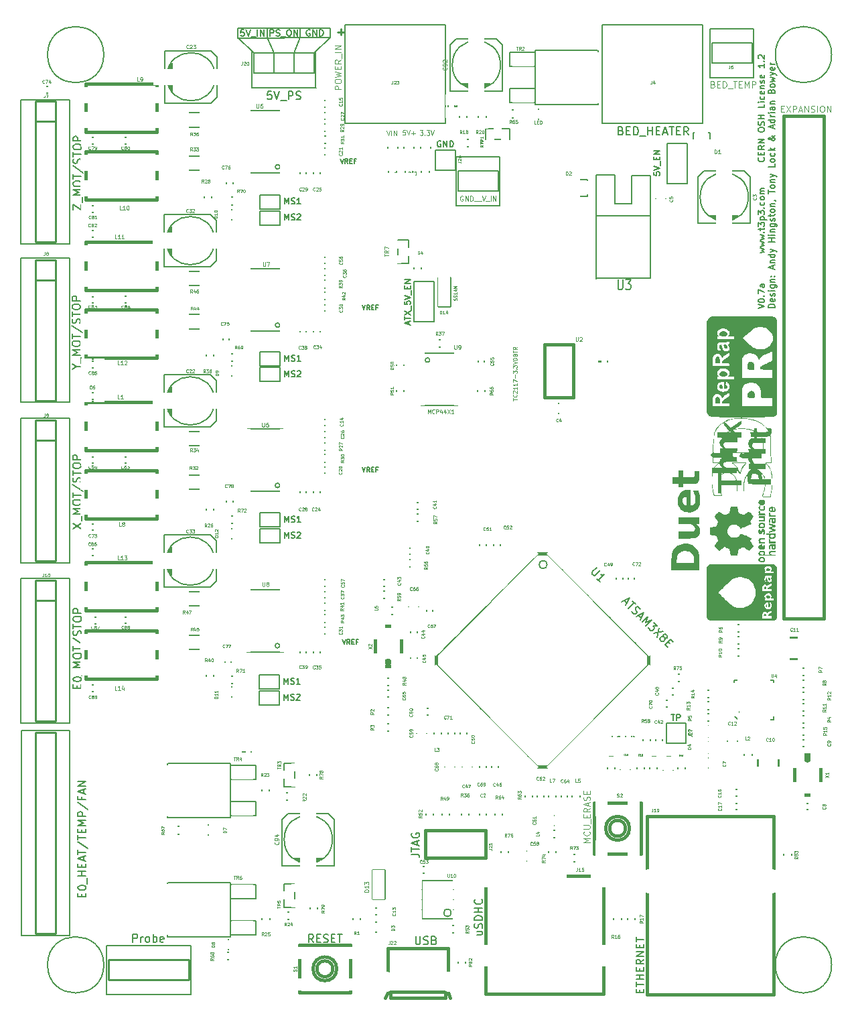
<source format=gto>
G04 (created by PCBNEW (2013-05-18 BZR 4017)-stable) date Fri 12 Dec 2014 17:06:20 GMT*
%MOIN*%
G04 Gerber Fmt 3.4, Leading zero omitted, Abs format*
%FSLAX34Y34*%
G01*
G70*
G90*
G04 APERTURE LIST*
%ADD10C,0.00590551*%
%ADD11C,0.01025*%
%ADD12C,0.0103*%
%ADD13C,0.0069*%
%ADD14C,0.005*%
%ADD15C,0.015*%
%ADD16C,0.0067*%
%ADD17C,0.0059*%
%ADD18C,0.006*%
%ADD19C,0.0079*%
%ADD20C,0.0039*%
%ADD21C,0.01*%
%ADD22C,0.0098*%
%ADD23C,0.008*%
%ADD24C,0.0001*%
%ADD25C,0.012*%
%ADD26C,0.0047*%
%ADD27C,0.0049*%
%ADD28C,0.0043*%
%ADD29C,0.002*%
%ADD30C,0.0016*%
%ADD31C,0.0048*%
%ADD32C,0.001975*%
%ADD33C,0.0035*%
%ADD34C,0.00395*%
%ADD35C,0.004*%
%ADD36C,0.0044*%
%ADD37C,0.0028*%
%ADD38C,0.2169*%
%ADD39R,0.0987X0.0987*%
%ADD40C,0.1184*%
%ADD41R,0.1342X0.0948*%
%ADD42O,0.0594X0.0692*%
%ADD43R,0.0357X0.0731*%
%ADD44O,0.0948X0.1027*%
%ADD45C,0.0535*%
%ADD46R,0.083X0.1381*%
%ADD47R,0.2483X0.2641*%
%ADD48R,0.08X0.08*%
%ADD49C,0.08*%
%ADD50R,0.0779X0.0365*%
%ADD51R,0.1381X0.1901*%
%ADD52R,0.0594X0.146*%
%ADD53R,0.146X0.0594*%
%ADD54R,0.0594X0.0436*%
%ADD55R,0.0436X0.0594*%
%ADD56R,0.1X0.164*%
%ADD57R,0.1X0.06*%
%ADD58R,0.1617X0.083*%
%ADD59R,0.083X0.1617*%
%ADD60R,0.0574X0.0594*%
%ADD61R,0.0594X0.0574*%
%ADD62R,0.0653X0.0909*%
%ADD63R,0.0653X0.0771*%
%ADD64R,0.0771X0.0653*%
%ADD65R,0.1106X0.0712*%
%ADD66R,0.2759X0.2523*%
%ADD67R,0.1342X0.0791*%
%ADD68R,0.0791X0.1342*%
%ADD69R,0.0594X0.0594*%
%ADD70C,0.0594*%
%ADD71R,0.0633X0.0987*%
%ADD72R,0.0633X0.0515*%
%ADD73R,0.0672X0.1066*%
%ADD74R,0.0672X0.0751*%
%ADD75R,0.083X0.0751*%
%ADD76R,0.0476X0.083*%
%ADD77R,0.07X0.045*%
%ADD78R,0.0298X0.0436*%
%ADD79R,0.0436X0.0298*%
%ADD80R,0.1499X0.1499*%
%ADD81R,0.12X0.1251*%
%ADD82R,0.07X0.05*%
%ADD83R,0.1251X0.12*%
%ADD84R,0.05X0.07*%
%ADD85C,0.1499*%
%ADD86C,0.12*%
%ADD87R,0.0672X0.0909*%
%ADD88C,0.0515*%
%ADD89C,0.1576*%
%ADD90R,0.029X0.054*%
%ADD91R,0.1735X0.0798*%
G04 APERTURE END LIST*
G54D10*
G54D11*
X15783Y47978D02*
X16096Y47978D01*
X15940Y47822D02*
X15940Y48134D01*
G54D12*
G54D13*
X36719Y34223D02*
X37034Y34328D01*
X36719Y34433D01*
X36719Y34598D02*
X36719Y34628D01*
X36734Y34658D01*
X36749Y34673D01*
X36779Y34688D01*
X36839Y34703D01*
X36914Y34703D01*
X36974Y34688D01*
X37004Y34673D01*
X37019Y34658D01*
X37034Y34628D01*
X37034Y34598D01*
X37019Y34568D01*
X37004Y34553D01*
X36974Y34538D01*
X36914Y34523D01*
X36839Y34523D01*
X36779Y34538D01*
X36749Y34553D01*
X36734Y34568D01*
X36719Y34598D01*
X37004Y34838D02*
X37019Y34853D01*
X37034Y34838D01*
X37019Y34823D01*
X37004Y34838D01*
X37034Y34838D01*
X36719Y34958D02*
X36719Y35168D01*
X37034Y35033D01*
X37034Y35423D02*
X36869Y35423D01*
X36839Y35408D01*
X36824Y35378D01*
X36824Y35318D01*
X36839Y35288D01*
X37019Y35423D02*
X37034Y35393D01*
X37034Y35318D01*
X37019Y35288D01*
X36989Y35273D01*
X36959Y35273D01*
X36929Y35288D01*
X36914Y35318D01*
X36914Y35393D01*
X36899Y35423D01*
X36824Y36983D02*
X37034Y37043D01*
X36884Y37103D01*
X37034Y37163D01*
X36824Y37223D01*
X36824Y37313D02*
X37034Y37373D01*
X36884Y37433D01*
X37034Y37493D01*
X36824Y37553D01*
X36824Y37643D02*
X37034Y37703D01*
X36884Y37763D01*
X37034Y37823D01*
X36824Y37883D01*
X37004Y38003D02*
X37019Y38018D01*
X37034Y38003D01*
X37019Y37988D01*
X37004Y38003D01*
X37034Y38003D01*
X36824Y38108D02*
X36824Y38228D01*
X36719Y38153D02*
X36989Y38153D01*
X37019Y38168D01*
X37034Y38198D01*
X37034Y38228D01*
X36719Y38303D02*
X36719Y38498D01*
X36839Y38393D01*
X36839Y38438D01*
X36854Y38468D01*
X36869Y38483D01*
X36899Y38498D01*
X36974Y38498D01*
X37004Y38483D01*
X37019Y38468D01*
X37034Y38438D01*
X37034Y38348D01*
X37019Y38318D01*
X37004Y38303D01*
X36824Y38633D02*
X37139Y38633D01*
X36839Y38633D02*
X36824Y38663D01*
X36824Y38723D01*
X36839Y38753D01*
X36854Y38768D01*
X36884Y38783D01*
X36974Y38783D01*
X37004Y38768D01*
X37019Y38753D01*
X37034Y38723D01*
X37034Y38663D01*
X37019Y38633D01*
X36719Y38888D02*
X36719Y39083D01*
X36839Y38978D01*
X36839Y39023D01*
X36854Y39053D01*
X36869Y39068D01*
X36899Y39083D01*
X36974Y39083D01*
X37004Y39068D01*
X37019Y39053D01*
X37034Y39023D01*
X37034Y38933D01*
X37019Y38903D01*
X37004Y38888D01*
X37004Y39218D02*
X37019Y39233D01*
X37034Y39218D01*
X37019Y39203D01*
X37004Y39218D01*
X37034Y39218D01*
X37019Y39503D02*
X37034Y39473D01*
X37034Y39413D01*
X37019Y39383D01*
X37004Y39368D01*
X36974Y39353D01*
X36884Y39353D01*
X36854Y39368D01*
X36839Y39383D01*
X36824Y39413D01*
X36824Y39473D01*
X36839Y39503D01*
X37034Y39683D02*
X37019Y39653D01*
X37004Y39638D01*
X36974Y39623D01*
X36884Y39623D01*
X36854Y39638D01*
X36839Y39653D01*
X36824Y39683D01*
X36824Y39728D01*
X36839Y39758D01*
X36854Y39773D01*
X36884Y39788D01*
X36974Y39788D01*
X37004Y39773D01*
X37019Y39758D01*
X37034Y39728D01*
X37034Y39683D01*
X37034Y39923D02*
X36824Y39923D01*
X36854Y39923D02*
X36839Y39938D01*
X36824Y39968D01*
X36824Y40013D01*
X36839Y40043D01*
X36869Y40058D01*
X37034Y40058D01*
X36869Y40058D02*
X36839Y40073D01*
X36824Y40103D01*
X36824Y40148D01*
X36839Y40178D01*
X36869Y40193D01*
X37034Y40193D01*
X37004Y41723D02*
X37019Y41708D01*
X37034Y41663D01*
X37034Y41633D01*
X37019Y41588D01*
X36989Y41558D01*
X36959Y41543D01*
X36899Y41528D01*
X36854Y41528D01*
X36794Y41543D01*
X36764Y41558D01*
X36734Y41588D01*
X36719Y41633D01*
X36719Y41663D01*
X36734Y41708D01*
X36749Y41723D01*
X36869Y41858D02*
X36869Y41963D01*
X37034Y42008D02*
X37034Y41858D01*
X36719Y41858D01*
X36719Y42008D01*
X37034Y42323D02*
X36884Y42218D01*
X37034Y42143D02*
X36719Y42143D01*
X36719Y42263D01*
X36734Y42293D01*
X36749Y42308D01*
X36779Y42323D01*
X36824Y42323D01*
X36854Y42308D01*
X36869Y42293D01*
X36884Y42263D01*
X36884Y42143D01*
X37034Y42458D02*
X36719Y42458D01*
X37034Y42638D01*
X36719Y42638D01*
X36719Y43088D02*
X36719Y43148D01*
X36734Y43178D01*
X36764Y43208D01*
X36824Y43223D01*
X36929Y43223D01*
X36989Y43208D01*
X37019Y43178D01*
X37034Y43148D01*
X37034Y43088D01*
X37019Y43058D01*
X36989Y43028D01*
X36929Y43013D01*
X36824Y43013D01*
X36764Y43028D01*
X36734Y43058D01*
X36719Y43088D01*
X37019Y43343D02*
X37034Y43388D01*
X37034Y43463D01*
X37019Y43493D01*
X37004Y43508D01*
X36974Y43523D01*
X36944Y43523D01*
X36914Y43508D01*
X36899Y43493D01*
X36884Y43463D01*
X36869Y43403D01*
X36854Y43373D01*
X36839Y43358D01*
X36809Y43343D01*
X36779Y43343D01*
X36749Y43358D01*
X36734Y43373D01*
X36719Y43403D01*
X36719Y43478D01*
X36734Y43523D01*
X37034Y43658D02*
X36719Y43658D01*
X36869Y43658D02*
X36869Y43838D01*
X37034Y43838D02*
X36719Y43838D01*
X37034Y44378D02*
X37034Y44228D01*
X36719Y44228D01*
X37034Y44483D02*
X36824Y44483D01*
X36719Y44483D02*
X36734Y44468D01*
X36749Y44483D01*
X36734Y44498D01*
X36719Y44483D01*
X36749Y44483D01*
X37019Y44768D02*
X37034Y44738D01*
X37034Y44678D01*
X37019Y44648D01*
X37004Y44633D01*
X36974Y44618D01*
X36884Y44618D01*
X36854Y44633D01*
X36839Y44648D01*
X36824Y44678D01*
X36824Y44738D01*
X36839Y44768D01*
X37019Y45023D02*
X37034Y44993D01*
X37034Y44933D01*
X37019Y44903D01*
X36989Y44888D01*
X36869Y44888D01*
X36839Y44903D01*
X36824Y44933D01*
X36824Y44993D01*
X36839Y45023D01*
X36869Y45038D01*
X36899Y45038D01*
X36929Y44888D01*
X36824Y45173D02*
X37034Y45173D01*
X36854Y45173D02*
X36839Y45188D01*
X36824Y45218D01*
X36824Y45263D01*
X36839Y45293D01*
X36869Y45308D01*
X37034Y45308D01*
X37019Y45443D02*
X37034Y45473D01*
X37034Y45533D01*
X37019Y45563D01*
X36989Y45578D01*
X36974Y45578D01*
X36944Y45563D01*
X36929Y45533D01*
X36929Y45488D01*
X36914Y45458D01*
X36884Y45443D01*
X36869Y45443D01*
X36839Y45458D01*
X36824Y45488D01*
X36824Y45533D01*
X36839Y45563D01*
X37019Y45833D02*
X37034Y45803D01*
X37034Y45743D01*
X37019Y45713D01*
X36989Y45698D01*
X36869Y45698D01*
X36839Y45713D01*
X36824Y45743D01*
X36824Y45803D01*
X36839Y45833D01*
X36869Y45848D01*
X36899Y45848D01*
X36929Y45698D01*
X37034Y46388D02*
X37034Y46208D01*
X37034Y46298D02*
X36719Y46298D01*
X36764Y46268D01*
X36794Y46238D01*
X36809Y46208D01*
X37004Y46523D02*
X37019Y46538D01*
X37034Y46523D01*
X37019Y46508D01*
X37004Y46523D01*
X37034Y46523D01*
X36749Y46658D02*
X36734Y46673D01*
X36719Y46703D01*
X36719Y46778D01*
X36734Y46808D01*
X36749Y46823D01*
X36779Y46838D01*
X36809Y46838D01*
X36854Y46823D01*
X37034Y46643D01*
X37034Y46838D01*
X37544Y34268D02*
X37229Y34268D01*
X37229Y34343D01*
X37244Y34388D01*
X37274Y34418D01*
X37304Y34433D01*
X37364Y34448D01*
X37409Y34448D01*
X37469Y34433D01*
X37499Y34418D01*
X37529Y34388D01*
X37544Y34343D01*
X37544Y34268D01*
X37529Y34703D02*
X37544Y34673D01*
X37544Y34613D01*
X37529Y34583D01*
X37499Y34568D01*
X37379Y34568D01*
X37349Y34583D01*
X37334Y34613D01*
X37334Y34673D01*
X37349Y34703D01*
X37379Y34718D01*
X37409Y34718D01*
X37439Y34568D01*
X37529Y34838D02*
X37544Y34868D01*
X37544Y34928D01*
X37529Y34958D01*
X37499Y34973D01*
X37484Y34973D01*
X37454Y34958D01*
X37439Y34928D01*
X37439Y34883D01*
X37424Y34853D01*
X37394Y34838D01*
X37379Y34838D01*
X37349Y34853D01*
X37334Y34883D01*
X37334Y34928D01*
X37349Y34958D01*
X37544Y35108D02*
X37334Y35108D01*
X37229Y35108D02*
X37244Y35093D01*
X37259Y35108D01*
X37244Y35123D01*
X37229Y35108D01*
X37259Y35108D01*
X37334Y35393D02*
X37589Y35393D01*
X37619Y35378D01*
X37634Y35363D01*
X37649Y35333D01*
X37649Y35288D01*
X37634Y35258D01*
X37529Y35393D02*
X37544Y35363D01*
X37544Y35303D01*
X37529Y35273D01*
X37514Y35258D01*
X37484Y35243D01*
X37394Y35243D01*
X37364Y35258D01*
X37349Y35273D01*
X37334Y35303D01*
X37334Y35363D01*
X37349Y35393D01*
X37334Y35543D02*
X37544Y35543D01*
X37364Y35543D02*
X37349Y35558D01*
X37334Y35588D01*
X37334Y35633D01*
X37349Y35663D01*
X37379Y35678D01*
X37544Y35678D01*
X37514Y35828D02*
X37529Y35843D01*
X37544Y35828D01*
X37529Y35813D01*
X37514Y35828D01*
X37544Y35828D01*
X37349Y35828D02*
X37364Y35843D01*
X37379Y35828D01*
X37364Y35813D01*
X37349Y35828D01*
X37379Y35828D01*
X37454Y36203D02*
X37454Y36353D01*
X37544Y36173D02*
X37229Y36278D01*
X37544Y36383D01*
X37334Y36488D02*
X37544Y36488D01*
X37364Y36488D02*
X37349Y36503D01*
X37334Y36533D01*
X37334Y36578D01*
X37349Y36608D01*
X37379Y36623D01*
X37544Y36623D01*
X37544Y36908D02*
X37229Y36908D01*
X37529Y36908D02*
X37544Y36878D01*
X37544Y36818D01*
X37529Y36788D01*
X37514Y36773D01*
X37484Y36758D01*
X37394Y36758D01*
X37364Y36773D01*
X37349Y36788D01*
X37334Y36818D01*
X37334Y36878D01*
X37349Y36908D01*
X37334Y37028D02*
X37544Y37103D01*
X37334Y37178D02*
X37544Y37103D01*
X37619Y37073D01*
X37634Y37058D01*
X37649Y37028D01*
X37544Y37538D02*
X37229Y37538D01*
X37379Y37538D02*
X37379Y37718D01*
X37544Y37718D02*
X37229Y37718D01*
X37544Y37868D02*
X37334Y37868D01*
X37229Y37868D02*
X37244Y37853D01*
X37259Y37868D01*
X37244Y37883D01*
X37229Y37868D01*
X37259Y37868D01*
X37334Y38018D02*
X37544Y38018D01*
X37364Y38018D02*
X37349Y38033D01*
X37334Y38063D01*
X37334Y38108D01*
X37349Y38138D01*
X37379Y38153D01*
X37544Y38153D01*
X37334Y38438D02*
X37589Y38438D01*
X37619Y38423D01*
X37634Y38408D01*
X37649Y38378D01*
X37649Y38333D01*
X37634Y38303D01*
X37529Y38438D02*
X37544Y38408D01*
X37544Y38348D01*
X37529Y38318D01*
X37514Y38303D01*
X37484Y38288D01*
X37394Y38288D01*
X37364Y38303D01*
X37349Y38318D01*
X37334Y38348D01*
X37334Y38408D01*
X37349Y38438D01*
X37529Y38573D02*
X37544Y38603D01*
X37544Y38663D01*
X37529Y38693D01*
X37499Y38708D01*
X37484Y38708D01*
X37454Y38693D01*
X37439Y38663D01*
X37439Y38618D01*
X37424Y38588D01*
X37394Y38573D01*
X37379Y38573D01*
X37349Y38588D01*
X37334Y38618D01*
X37334Y38663D01*
X37349Y38693D01*
X37334Y38798D02*
X37334Y38918D01*
X37229Y38843D02*
X37499Y38843D01*
X37529Y38858D01*
X37544Y38888D01*
X37544Y38918D01*
X37544Y39068D02*
X37529Y39038D01*
X37514Y39023D01*
X37484Y39008D01*
X37394Y39008D01*
X37364Y39023D01*
X37349Y39038D01*
X37334Y39068D01*
X37334Y39113D01*
X37349Y39143D01*
X37364Y39158D01*
X37394Y39173D01*
X37484Y39173D01*
X37514Y39158D01*
X37529Y39143D01*
X37544Y39113D01*
X37544Y39068D01*
X37334Y39308D02*
X37544Y39308D01*
X37364Y39308D02*
X37349Y39323D01*
X37334Y39353D01*
X37334Y39398D01*
X37349Y39428D01*
X37379Y39443D01*
X37544Y39443D01*
X37529Y39608D02*
X37544Y39608D01*
X37574Y39593D01*
X37589Y39578D01*
X37229Y39938D02*
X37229Y40118D01*
X37544Y40028D02*
X37229Y40028D01*
X37544Y40268D02*
X37529Y40238D01*
X37514Y40223D01*
X37484Y40208D01*
X37394Y40208D01*
X37364Y40223D01*
X37349Y40238D01*
X37334Y40268D01*
X37334Y40313D01*
X37349Y40343D01*
X37364Y40358D01*
X37394Y40373D01*
X37484Y40373D01*
X37514Y40358D01*
X37529Y40343D01*
X37544Y40313D01*
X37544Y40268D01*
X37334Y40508D02*
X37544Y40508D01*
X37364Y40508D02*
X37349Y40523D01*
X37334Y40553D01*
X37334Y40598D01*
X37349Y40628D01*
X37379Y40643D01*
X37544Y40643D01*
X37334Y40763D02*
X37544Y40838D01*
X37334Y40913D02*
X37544Y40838D01*
X37619Y40808D01*
X37634Y40793D01*
X37649Y40763D01*
X37544Y41423D02*
X37544Y41273D01*
X37229Y41273D01*
X37544Y41573D02*
X37529Y41543D01*
X37514Y41528D01*
X37484Y41513D01*
X37394Y41513D01*
X37364Y41528D01*
X37349Y41543D01*
X37334Y41573D01*
X37334Y41618D01*
X37349Y41648D01*
X37364Y41663D01*
X37394Y41678D01*
X37484Y41678D01*
X37514Y41663D01*
X37529Y41648D01*
X37544Y41618D01*
X37544Y41573D01*
X37529Y41948D02*
X37544Y41918D01*
X37544Y41858D01*
X37529Y41828D01*
X37514Y41813D01*
X37484Y41798D01*
X37394Y41798D01*
X37364Y41813D01*
X37349Y41828D01*
X37334Y41858D01*
X37334Y41918D01*
X37349Y41948D01*
X37544Y42083D02*
X37229Y42083D01*
X37424Y42113D02*
X37544Y42203D01*
X37334Y42203D02*
X37454Y42083D01*
X37544Y42833D02*
X37544Y42818D01*
X37529Y42788D01*
X37484Y42743D01*
X37394Y42668D01*
X37349Y42638D01*
X37304Y42623D01*
X37274Y42623D01*
X37244Y42638D01*
X37229Y42668D01*
X37229Y42683D01*
X37244Y42713D01*
X37274Y42728D01*
X37289Y42728D01*
X37319Y42713D01*
X37334Y42698D01*
X37394Y42608D01*
X37409Y42593D01*
X37439Y42578D01*
X37484Y42578D01*
X37514Y42593D01*
X37529Y42608D01*
X37544Y42638D01*
X37544Y42683D01*
X37529Y42713D01*
X37514Y42728D01*
X37454Y42773D01*
X37409Y42788D01*
X37379Y42788D01*
X37454Y43193D02*
X37454Y43343D01*
X37544Y43163D02*
X37229Y43268D01*
X37544Y43373D01*
X37544Y43613D02*
X37229Y43613D01*
X37529Y43613D02*
X37544Y43583D01*
X37544Y43523D01*
X37529Y43493D01*
X37514Y43478D01*
X37484Y43463D01*
X37394Y43463D01*
X37364Y43478D01*
X37349Y43493D01*
X37334Y43523D01*
X37334Y43583D01*
X37349Y43613D01*
X37544Y43763D02*
X37334Y43763D01*
X37394Y43763D02*
X37364Y43778D01*
X37349Y43793D01*
X37334Y43823D01*
X37334Y43853D01*
X37544Y43958D02*
X37334Y43958D01*
X37229Y43958D02*
X37244Y43943D01*
X37259Y43958D01*
X37244Y43973D01*
X37229Y43958D01*
X37259Y43958D01*
X37544Y44243D02*
X37379Y44243D01*
X37349Y44228D01*
X37334Y44198D01*
X37334Y44138D01*
X37349Y44108D01*
X37529Y44243D02*
X37544Y44213D01*
X37544Y44138D01*
X37529Y44108D01*
X37499Y44093D01*
X37469Y44093D01*
X37439Y44108D01*
X37424Y44138D01*
X37424Y44213D01*
X37409Y44243D01*
X37334Y44393D02*
X37544Y44393D01*
X37364Y44393D02*
X37349Y44408D01*
X37334Y44438D01*
X37334Y44483D01*
X37349Y44513D01*
X37379Y44528D01*
X37544Y44528D01*
X37379Y45023D02*
X37394Y45068D01*
X37409Y45083D01*
X37439Y45098D01*
X37484Y45098D01*
X37514Y45083D01*
X37529Y45068D01*
X37544Y45038D01*
X37544Y44918D01*
X37229Y44918D01*
X37229Y45023D01*
X37244Y45053D01*
X37259Y45068D01*
X37289Y45083D01*
X37319Y45083D01*
X37349Y45068D01*
X37364Y45053D01*
X37379Y45023D01*
X37379Y44918D01*
X37544Y45278D02*
X37529Y45248D01*
X37514Y45233D01*
X37484Y45218D01*
X37394Y45218D01*
X37364Y45233D01*
X37349Y45248D01*
X37334Y45278D01*
X37334Y45323D01*
X37349Y45353D01*
X37364Y45368D01*
X37394Y45383D01*
X37484Y45383D01*
X37514Y45368D01*
X37529Y45353D01*
X37544Y45323D01*
X37544Y45278D01*
X37334Y45488D02*
X37544Y45548D01*
X37394Y45608D01*
X37544Y45668D01*
X37334Y45728D01*
X37334Y45818D02*
X37544Y45893D01*
X37334Y45968D02*
X37544Y45893D01*
X37619Y45863D01*
X37634Y45848D01*
X37649Y45818D01*
X37529Y46208D02*
X37544Y46178D01*
X37544Y46118D01*
X37529Y46088D01*
X37499Y46073D01*
X37379Y46073D01*
X37349Y46088D01*
X37334Y46118D01*
X37334Y46178D01*
X37349Y46208D01*
X37379Y46223D01*
X37409Y46223D01*
X37439Y46073D01*
X37544Y46358D02*
X37334Y46358D01*
X37394Y46358D02*
X37364Y46373D01*
X37349Y46388D01*
X37334Y46418D01*
X37334Y46448D01*
G54D14*
X4154Y1575D02*
G75*
G03X4154Y1575I-1400J0D01*
G74*
G01*
X21140Y48346D02*
X16140Y48346D01*
X21140Y43425D02*
X21140Y48346D01*
X16140Y43425D02*
X16140Y48346D01*
X16144Y43425D02*
X21128Y43425D01*
G54D15*
X21277Y196D02*
X21395Y-79D01*
X18285Y196D02*
X18167Y-79D01*
X18275Y236D02*
X18275Y2401D01*
X21287Y236D02*
X21287Y2401D01*
X21139Y-59D02*
X21139Y196D01*
X18423Y-59D02*
X18423Y196D01*
X21139Y-63D02*
X18423Y-63D01*
X18275Y2409D02*
X21287Y2409D01*
X21287Y228D02*
X18275Y228D01*
G54D14*
X31360Y38823D02*
X31360Y40835D01*
X28655Y35713D02*
X28655Y38827D01*
X28655Y38827D02*
X28655Y40859D01*
X28655Y40859D02*
X29577Y40859D01*
X29577Y40859D02*
X29577Y39438D01*
X29577Y39438D02*
X30411Y39438D01*
X30411Y39438D02*
X30411Y40835D01*
X30411Y40835D02*
X31336Y40835D01*
X31336Y40835D02*
X31344Y40835D01*
X28660Y38825D02*
X31360Y38825D01*
X31364Y38818D02*
X31364Y35718D01*
X31359Y35719D02*
X28659Y35719D01*
G54D16*
X14702Y45218D02*
X14702Y46990D01*
X11530Y45204D02*
X11530Y47026D01*
X10820Y47682D02*
X15410Y47684D01*
X13616Y46924D02*
X13930Y47692D01*
X13930Y47692D02*
X13928Y48166D01*
X12610Y46930D02*
X12300Y47692D01*
X12300Y47692D02*
X12300Y48156D01*
X10814Y48090D02*
X10814Y48170D01*
X10814Y48170D02*
X15410Y48174D01*
X15410Y48174D02*
X15410Y47688D01*
X14612Y46924D02*
X15414Y47692D01*
X11622Y46920D02*
X10814Y47692D01*
X10814Y47692D02*
X10814Y48118D01*
X13618Y45944D02*
X13618Y46906D01*
X13618Y46906D02*
X13618Y46916D01*
G54D17*
X14705Y45210D02*
X11523Y45210D01*
G54D18*
X11614Y45930D02*
X11614Y46930D01*
X11614Y46930D02*
X14614Y46930D01*
X14614Y46930D02*
X14614Y45930D01*
X14614Y45930D02*
X11614Y45930D01*
X12614Y46930D02*
X12614Y45930D01*
G54D14*
X11301Y36193D02*
X11301Y33093D01*
X11301Y33093D02*
X13101Y33093D01*
X13101Y33093D02*
X13101Y36193D01*
X13101Y36193D02*
X11301Y36193D01*
X12912Y33393D02*
G75*
G03X12912Y33393I-111J0D01*
G74*
G01*
X11300Y28220D02*
X11300Y25120D01*
X11300Y25120D02*
X13100Y25120D01*
X13100Y25120D02*
X13100Y28220D01*
X13100Y28220D02*
X11300Y28220D01*
X12911Y25420D02*
G75*
G03X12911Y25420I-111J0D01*
G74*
G01*
X11300Y20249D02*
X11300Y17149D01*
X11300Y17149D02*
X13100Y17149D01*
X13100Y17149D02*
X13100Y20249D01*
X13100Y20249D02*
X11300Y20249D01*
X12911Y17449D02*
G75*
G03X12911Y17449I-111J0D01*
G74*
G01*
X11302Y44069D02*
X11302Y40969D01*
X11302Y40969D02*
X13102Y40969D01*
X13102Y40969D02*
X13102Y44069D01*
X13102Y44069D02*
X11302Y44069D01*
X12913Y41269D02*
G75*
G03X12913Y41269I-111J0D01*
G74*
G01*
X21764Y29409D02*
X21764Y32009D01*
X21764Y32009D02*
X19964Y32009D01*
X19964Y32009D02*
X19964Y29409D01*
X19964Y29409D02*
X21764Y29409D01*
X20375Y31659D02*
G75*
G03X20375Y31659I-111J0D01*
G74*
G01*
G54D15*
X30116Y8366D02*
G75*
G03X30116Y8366I-394J0D01*
G74*
G01*
X30313Y8366D02*
G75*
G03X30313Y8366I-591J0D01*
G74*
G01*
X28541Y7086D02*
X28541Y9646D01*
X28541Y9646D02*
X30903Y9646D01*
X30903Y9646D02*
X30903Y7086D01*
X30903Y7086D02*
X28541Y7086D01*
X15549Y1378D02*
G75*
G03X15549Y1378I-394J0D01*
G74*
G01*
X15746Y1378D02*
G75*
G03X15746Y1378I-591J0D01*
G74*
G01*
X13875Y2559D02*
X16435Y2559D01*
X16435Y2559D02*
X16435Y197D01*
X16435Y197D02*
X13875Y197D01*
X13875Y197D02*
X13875Y2559D01*
G54D14*
X13659Y5395D02*
X13919Y5395D01*
X13659Y4645D02*
X13919Y4645D01*
X13109Y5020D02*
X12849Y5020D01*
X13109Y4430D02*
X13109Y5610D01*
X13109Y5610D02*
X13659Y5610D01*
X13659Y5610D02*
X13659Y4430D01*
X13659Y4430D02*
X13109Y4430D01*
X13659Y11399D02*
X13919Y11399D01*
X13659Y10649D02*
X13919Y10649D01*
X13109Y11024D02*
X12849Y11024D01*
X13109Y10434D02*
X13109Y11614D01*
X13109Y11614D02*
X13659Y11614D01*
X13659Y11614D02*
X13659Y10434D01*
X13659Y10434D02*
X13109Y10434D01*
X24133Y42619D02*
X24133Y42359D01*
X23383Y42619D02*
X23383Y42359D01*
X23758Y43169D02*
X23758Y43429D01*
X23168Y43169D02*
X24348Y43169D01*
X24348Y43169D02*
X24348Y42619D01*
X24348Y42619D02*
X23168Y42619D01*
X23168Y42619D02*
X23168Y43169D01*
G54D15*
X26081Y30515D02*
X25352Y30515D01*
X25352Y30515D02*
X25352Y31697D01*
X25352Y31697D02*
X26081Y31697D01*
X27537Y32012D02*
X28266Y32012D01*
X27537Y31106D02*
X28266Y31106D01*
X27537Y30200D02*
X28266Y30200D01*
X26081Y29787D02*
X26081Y32425D01*
X26081Y32425D02*
X27537Y32425D01*
X27537Y32425D02*
X27537Y29787D01*
X27537Y29787D02*
X26081Y29787D01*
G54D14*
X7344Y46048D02*
X7344Y45448D01*
X7394Y45298D02*
X7394Y46198D01*
X7444Y46298D02*
X7444Y45198D01*
X7494Y45098D02*
X7494Y46398D01*
X7544Y46448D02*
X7544Y45048D01*
X9694Y45748D02*
G75*
G03X9694Y45748I-1200J0D01*
G74*
G01*
X7194Y47048D02*
X7194Y44448D01*
X7194Y44448D02*
X9494Y44448D01*
X9494Y44448D02*
X9794Y44748D01*
X9794Y44748D02*
X9794Y46748D01*
X9794Y46748D02*
X9494Y47048D01*
X9494Y47048D02*
X7194Y47048D01*
X9344Y45748D02*
X9044Y45748D01*
X9194Y45898D02*
X9194Y45598D01*
X7313Y21954D02*
X7313Y21354D01*
X7363Y21204D02*
X7363Y22104D01*
X7413Y22204D02*
X7413Y21104D01*
X7463Y21004D02*
X7463Y22304D01*
X7513Y22354D02*
X7513Y20954D01*
X9663Y21654D02*
G75*
G03X9663Y21654I-1200J0D01*
G74*
G01*
X7163Y22954D02*
X7163Y20354D01*
X7163Y20354D02*
X9463Y20354D01*
X9463Y20354D02*
X9763Y20654D01*
X9763Y20654D02*
X9763Y22654D01*
X9763Y22654D02*
X9463Y22954D01*
X9463Y22954D02*
X7163Y22954D01*
X9313Y21654D02*
X9013Y21654D01*
X9163Y21804D02*
X9163Y21504D01*
X7313Y37898D02*
X7313Y37298D01*
X7363Y37148D02*
X7363Y38048D01*
X7413Y38148D02*
X7413Y37048D01*
X7463Y36948D02*
X7463Y38248D01*
X7513Y38298D02*
X7513Y36898D01*
X9663Y37598D02*
G75*
G03X9663Y37598I-1200J0D01*
G74*
G01*
X7163Y38898D02*
X7163Y36298D01*
X7163Y36298D02*
X9463Y36298D01*
X9463Y36298D02*
X9763Y36598D01*
X9763Y36598D02*
X9763Y38598D01*
X9763Y38598D02*
X9463Y38898D01*
X9463Y38898D02*
X7163Y38898D01*
X9313Y37598D02*
X9013Y37598D01*
X9163Y37748D02*
X9163Y37448D01*
X7313Y29926D02*
X7313Y29326D01*
X7363Y29176D02*
X7363Y30076D01*
X7413Y30176D02*
X7413Y29076D01*
X7463Y28976D02*
X7463Y30276D01*
X7513Y30326D02*
X7513Y28926D01*
X9663Y29626D02*
G75*
G03X9663Y29626I-1200J0D01*
G74*
G01*
X7163Y30926D02*
X7163Y28326D01*
X7163Y28326D02*
X9463Y28326D01*
X9463Y28326D02*
X9763Y28626D01*
X9763Y28626D02*
X9763Y30626D01*
X9763Y30626D02*
X9463Y30926D01*
X9463Y30926D02*
X7163Y30926D01*
X9313Y29626D02*
X9013Y29626D01*
X9163Y29776D02*
X9163Y29476D01*
X34729Y38622D02*
X35329Y38622D01*
X35479Y38672D02*
X34579Y38672D01*
X34479Y38722D02*
X35579Y38722D01*
X35679Y38772D02*
X34379Y38772D01*
X34329Y38822D02*
X35729Y38822D01*
X36229Y39772D02*
G75*
G03X36229Y39772I-1200J0D01*
G74*
G01*
X33729Y38472D02*
X36329Y38472D01*
X36329Y38472D02*
X36329Y40772D01*
X36329Y40772D02*
X36029Y41072D01*
X36029Y41072D02*
X34029Y41072D01*
X34029Y41072D02*
X33729Y40772D01*
X33729Y40772D02*
X33729Y38472D01*
X35029Y40622D02*
X35029Y40322D01*
X34879Y40472D02*
X35179Y40472D01*
G54D19*
X35382Y18494D02*
X36070Y18494D01*
X36070Y18494D02*
X36070Y18120D01*
X36070Y18120D02*
X35382Y18120D01*
X35382Y18120D02*
X35382Y18494D01*
X39317Y15955D02*
X38629Y15955D01*
X38629Y15955D02*
X38629Y16329D01*
X38629Y16329D02*
X39317Y16329D01*
X39317Y16329D02*
X39317Y15955D01*
X39317Y15364D02*
X38629Y15364D01*
X38629Y15364D02*
X38629Y15738D01*
X38629Y15738D02*
X39317Y15738D01*
X39317Y15738D02*
X39317Y15364D01*
X35382Y17904D02*
X36070Y17904D01*
X36070Y17904D02*
X36070Y17530D01*
X36070Y17530D02*
X35382Y17530D01*
X35382Y17530D02*
X35382Y17904D01*
X35382Y17313D02*
X36070Y17313D01*
X36070Y17313D02*
X36070Y16939D01*
X36070Y16939D02*
X35382Y16939D01*
X35382Y16939D02*
X35382Y17313D01*
X39317Y14183D02*
X38629Y14183D01*
X38629Y14183D02*
X38629Y14557D01*
X38629Y14557D02*
X39317Y14557D01*
X39317Y14557D02*
X39317Y14183D01*
X39317Y14774D02*
X38629Y14774D01*
X38629Y14774D02*
X38629Y15148D01*
X38629Y15148D02*
X39317Y15148D01*
X39317Y15148D02*
X39317Y14774D01*
X33905Y14656D02*
X34593Y14656D01*
X34593Y14656D02*
X34593Y14282D01*
X34593Y14282D02*
X33905Y14282D01*
X33905Y14282D02*
X33905Y14656D01*
X33905Y15246D02*
X34593Y15246D01*
X34593Y15246D02*
X34593Y14872D01*
X34593Y14872D02*
X33905Y14872D01*
X33905Y14872D02*
X33905Y15246D01*
X38629Y13376D02*
X39317Y13376D01*
X39317Y13376D02*
X39317Y13002D01*
X39317Y13002D02*
X38629Y13002D01*
X38629Y13002D02*
X38629Y13376D01*
X21858Y43416D02*
X21858Y44104D01*
X21858Y44104D02*
X22232Y44104D01*
X22232Y44104D02*
X22232Y43416D01*
X22232Y43416D02*
X21858Y43416D01*
X22803Y43416D02*
X22803Y44104D01*
X22803Y44104D02*
X23177Y44104D01*
X23177Y44104D02*
X23177Y43416D01*
X23177Y43416D02*
X22803Y43416D01*
X12015Y9892D02*
X12015Y10580D01*
X12015Y10580D02*
X12389Y10580D01*
X12389Y10580D02*
X12389Y9892D01*
X12389Y9892D02*
X12015Y9892D01*
X18709Y29774D02*
X18709Y30462D01*
X18709Y30462D02*
X19083Y30462D01*
X19083Y30462D02*
X19083Y29774D01*
X19083Y29774D02*
X18709Y29774D01*
X20559Y9399D02*
X20559Y8711D01*
X20559Y8711D02*
X20185Y8711D01*
X20185Y8711D02*
X20185Y9399D01*
X20185Y9399D02*
X20559Y9399D01*
X20125Y23632D02*
X19437Y23632D01*
X19437Y23632D02*
X19437Y24006D01*
X19437Y24006D02*
X20125Y24006D01*
X20125Y24006D02*
X20125Y23632D01*
X16544Y3495D02*
X16544Y4183D01*
X16544Y4183D02*
X16918Y4183D01*
X16918Y4183D02*
X16918Y3495D01*
X16918Y3495D02*
X16544Y3495D01*
X17961Y14360D02*
X18649Y14360D01*
X18649Y14360D02*
X18649Y13986D01*
X18649Y13986D02*
X17961Y13986D01*
X17961Y13986D02*
X17961Y14360D01*
X17961Y13573D02*
X18649Y13573D01*
X18649Y13573D02*
X18649Y13199D01*
X18649Y13199D02*
X17961Y13199D01*
X17961Y13199D02*
X17961Y13573D01*
X39318Y13593D02*
X38630Y13593D01*
X38630Y13593D02*
X38630Y13967D01*
X38630Y13967D02*
X39318Y13967D01*
X39318Y13967D02*
X39318Y13593D01*
X33905Y14065D02*
X34593Y14065D01*
X34593Y14065D02*
X34593Y13691D01*
X34593Y13691D02*
X33905Y13691D01*
X33905Y13691D02*
X33905Y14065D01*
X29909Y4183D02*
X29909Y3495D01*
X29909Y3495D02*
X29535Y3495D01*
X29535Y3495D02*
X29535Y4183D01*
X29535Y4183D02*
X29909Y4183D01*
X30224Y3495D02*
X30224Y4183D01*
X30224Y4183D02*
X30598Y4183D01*
X30598Y4183D02*
X30598Y3495D01*
X30598Y3495D02*
X30224Y3495D01*
X13630Y9755D02*
X12942Y9755D01*
X12942Y9755D02*
X12942Y10129D01*
X12942Y10129D02*
X13630Y10129D01*
X13630Y10129D02*
X13630Y9755D01*
X13669Y3829D02*
X12981Y3829D01*
X12981Y3829D02*
X12981Y4203D01*
X12981Y4203D02*
X13669Y4203D01*
X13669Y4203D02*
X13669Y3829D01*
X12409Y4183D02*
X12409Y3495D01*
X12409Y3495D02*
X12035Y3495D01*
X12035Y3495D02*
X12035Y4183D01*
X12035Y4183D02*
X12409Y4183D01*
X19083Y31742D02*
X19083Y31054D01*
X19083Y31054D02*
X18709Y31054D01*
X18709Y31054D02*
X18709Y31742D01*
X18709Y31742D02*
X19083Y31742D01*
X19732Y21368D02*
X19044Y21368D01*
X19044Y21368D02*
X19044Y21742D01*
X19044Y21742D02*
X19732Y21742D01*
X19732Y21742D02*
X19732Y21368D01*
X30972Y12412D02*
X30972Y13100D01*
X30972Y13100D02*
X31346Y13100D01*
X31346Y13100D02*
X31346Y12412D01*
X31346Y12412D02*
X30972Y12412D01*
X18452Y19793D02*
X17764Y19793D01*
X17764Y19793D02*
X17764Y20167D01*
X17764Y20167D02*
X18452Y20167D01*
X18452Y20167D02*
X18452Y19793D01*
G54D14*
X38951Y9609D02*
X38951Y9289D01*
X39391Y9299D02*
X39391Y9609D01*
X39491Y9289D02*
X38851Y9289D01*
X38851Y9289D02*
X38851Y9609D01*
X38851Y9609D02*
X39491Y9609D01*
X39491Y9609D02*
X39491Y9289D01*
X39194Y12438D02*
X39194Y12758D01*
X38754Y12748D02*
X38754Y12438D01*
X38654Y12758D02*
X39294Y12758D01*
X39294Y12758D02*
X39294Y12438D01*
X39294Y12438D02*
X38654Y12438D01*
X38654Y12438D02*
X38654Y12758D01*
X35408Y10298D02*
X35408Y9978D01*
X35848Y9988D02*
X35848Y10298D01*
X35948Y9978D02*
X35308Y9978D01*
X35308Y9978D02*
X35308Y10298D01*
X35308Y10298D02*
X35948Y10298D01*
X35948Y10298D02*
X35948Y9978D01*
X35408Y9609D02*
X35408Y9289D01*
X35848Y9299D02*
X35848Y9609D01*
X35948Y9289D02*
X35308Y9289D01*
X35308Y9289D02*
X35308Y9609D01*
X35308Y9609D02*
X35948Y9609D01*
X35948Y9609D02*
X35948Y9289D01*
X19608Y21986D02*
X19608Y22306D01*
X19168Y22296D02*
X19168Y21986D01*
X19068Y22306D02*
X19708Y22306D01*
X19708Y22306D02*
X19708Y21986D01*
X19708Y21986D02*
X19068Y21986D01*
X19068Y21986D02*
X19068Y22306D01*
X20001Y24249D02*
X20001Y24569D01*
X19561Y24559D02*
X19561Y24249D01*
X19461Y24569D02*
X20101Y24569D01*
X20101Y24569D02*
X20101Y24249D01*
X20101Y24249D02*
X19461Y24249D01*
X19461Y24249D02*
X19461Y24569D01*
X31629Y12536D02*
X31949Y12536D01*
X31939Y12976D02*
X31629Y12976D01*
X31949Y13076D02*
X31949Y12436D01*
X31949Y12436D02*
X31629Y12436D01*
X31629Y12436D02*
X31629Y13076D01*
X31629Y13076D02*
X31949Y13076D01*
X18328Y20411D02*
X18328Y20731D01*
X17888Y20721D02*
X17888Y20411D01*
X17788Y20731D02*
X18428Y20731D01*
X18428Y20731D02*
X18428Y20411D01*
X18428Y20411D02*
X17788Y20411D01*
X17788Y20411D02*
X17788Y20731D01*
G54D19*
X9260Y31546D02*
X9260Y32234D01*
X9260Y32234D02*
X9634Y32234D01*
X9634Y32234D02*
X9634Y31546D01*
X9634Y31546D02*
X9260Y31546D01*
X15499Y35246D02*
X14811Y35246D01*
X14811Y35246D02*
X14811Y35620D01*
X14811Y35620D02*
X15499Y35620D01*
X15499Y35620D02*
X15499Y35246D01*
X14812Y35026D02*
X15500Y35026D01*
X15500Y35026D02*
X15500Y34652D01*
X15500Y34652D02*
X14812Y34652D01*
X14812Y34652D02*
X14812Y35026D01*
X18649Y15463D02*
X17961Y15463D01*
X17961Y15463D02*
X17961Y15837D01*
X17961Y15837D02*
X18649Y15837D01*
X18649Y15837D02*
X18649Y15463D01*
G54D14*
X14935Y34412D02*
X14935Y34092D01*
X15375Y34102D02*
X15375Y34412D01*
X15475Y34092D02*
X14835Y34092D01*
X14835Y34092D02*
X14835Y34412D01*
X14835Y34412D02*
X15475Y34412D01*
X15475Y34412D02*
X15475Y34092D01*
X14922Y33287D02*
X14602Y33287D01*
X14612Y32847D02*
X14922Y32847D01*
X14602Y32747D02*
X14602Y33387D01*
X14602Y33387D02*
X14922Y33387D01*
X14922Y33387D02*
X14922Y32747D01*
X14922Y32747D02*
X14602Y32747D01*
X14935Y36184D02*
X14935Y35864D01*
X15375Y35874D02*
X15375Y36184D01*
X15475Y35864D02*
X14835Y35864D01*
X14835Y35864D02*
X14835Y36184D01*
X14835Y36184D02*
X15475Y36184D01*
X15475Y36184D02*
X15475Y35864D01*
X13913Y32847D02*
X14233Y32847D01*
X14223Y33287D02*
X13913Y33287D01*
X14233Y33387D02*
X14233Y32747D01*
X14233Y32747D02*
X13913Y32747D01*
X13913Y32747D02*
X13913Y33387D01*
X13913Y33387D02*
X14233Y33387D01*
G54D19*
X9260Y15601D02*
X9260Y16289D01*
X9260Y16289D02*
X9634Y16289D01*
X9634Y16289D02*
X9634Y15601D01*
X9634Y15601D02*
X9260Y15601D01*
X15499Y19203D02*
X14811Y19203D01*
X14811Y19203D02*
X14811Y19577D01*
X14811Y19577D02*
X15499Y19577D01*
X15499Y19577D02*
X15499Y19203D01*
X14810Y18983D02*
X15498Y18983D01*
X15498Y18983D02*
X15498Y18609D01*
X15498Y18609D02*
X14810Y18609D01*
X14810Y18609D02*
X14810Y18983D01*
X21346Y9399D02*
X21346Y8711D01*
X21346Y8711D02*
X20972Y8711D01*
X20972Y8711D02*
X20972Y9399D01*
X20972Y9399D02*
X21346Y9399D01*
G54D14*
X14935Y18369D02*
X14935Y18049D01*
X15375Y18059D02*
X15375Y18369D01*
X15475Y18049D02*
X14835Y18049D01*
X14835Y18049D02*
X14835Y18369D01*
X14835Y18369D02*
X15475Y18369D01*
X15475Y18369D02*
X15475Y18049D01*
X14920Y17343D02*
X14600Y17343D01*
X14610Y16903D02*
X14920Y16903D01*
X14600Y16803D02*
X14600Y17443D01*
X14600Y17443D02*
X14920Y17443D01*
X14920Y17443D02*
X14920Y16803D01*
X14920Y16803D02*
X14600Y16803D01*
X14935Y20140D02*
X14935Y19820D01*
X15375Y19830D02*
X15375Y20140D01*
X15475Y19820D02*
X14835Y19820D01*
X14835Y19820D02*
X14835Y20140D01*
X14835Y20140D02*
X15475Y20140D01*
X15475Y20140D02*
X15475Y19820D01*
X13911Y16903D02*
X14231Y16903D01*
X14221Y17343D02*
X13911Y17343D01*
X14231Y17443D02*
X14231Y16803D01*
X14231Y16803D02*
X13911Y16803D01*
X13911Y16803D02*
X13911Y17443D01*
X13911Y17443D02*
X14231Y17443D01*
G54D19*
X9161Y39420D02*
X9161Y40108D01*
X9161Y40108D02*
X9535Y40108D01*
X9535Y40108D02*
X9535Y39420D01*
X9535Y39420D02*
X9161Y39420D01*
X15499Y43022D02*
X14811Y43022D01*
X14811Y43022D02*
X14811Y43396D01*
X14811Y43396D02*
X15499Y43396D01*
X15499Y43396D02*
X15499Y43022D01*
X14813Y42804D02*
X15501Y42804D01*
X15501Y42804D02*
X15501Y42430D01*
X15501Y42430D02*
X14813Y42430D01*
X14813Y42430D02*
X14813Y42804D01*
G54D14*
X14935Y42188D02*
X14935Y41868D01*
X15375Y41878D02*
X15375Y42188D01*
X15475Y41868D02*
X14835Y41868D01*
X14835Y41868D02*
X14835Y42188D01*
X14835Y42188D02*
X15475Y42188D01*
X15475Y42188D02*
X15475Y41868D01*
X14923Y41163D02*
X14603Y41163D01*
X14613Y40723D02*
X14923Y40723D01*
X14603Y40623D02*
X14603Y41263D01*
X14603Y41263D02*
X14923Y41263D01*
X14923Y41263D02*
X14923Y40623D01*
X14923Y40623D02*
X14603Y40623D01*
X14935Y43959D02*
X14935Y43639D01*
X15375Y43649D02*
X15375Y43959D01*
X15475Y43639D02*
X14835Y43639D01*
X14835Y43639D02*
X14835Y43959D01*
X14835Y43959D02*
X15475Y43959D01*
X15475Y43959D02*
X15475Y43639D01*
X13914Y40723D02*
X14234Y40723D01*
X14224Y41163D02*
X13914Y41163D01*
X14234Y41263D02*
X14234Y40623D01*
X14234Y40623D02*
X13914Y40623D01*
X13914Y40623D02*
X13914Y41263D01*
X13914Y41263D02*
X14234Y41263D01*
G54D19*
X9260Y23869D02*
X9260Y24557D01*
X9260Y24557D02*
X9634Y24557D01*
X9634Y24557D02*
X9634Y23869D01*
X9634Y23869D02*
X9260Y23869D01*
X15499Y27175D02*
X14811Y27175D01*
X14811Y27175D02*
X14811Y27549D01*
X14811Y27549D02*
X15499Y27549D01*
X15499Y27549D02*
X15499Y27175D01*
X14811Y26955D02*
X15499Y26955D01*
X15499Y26955D02*
X15499Y26581D01*
X15499Y26581D02*
X14811Y26581D01*
X14811Y26581D02*
X14811Y26955D01*
G54D14*
X14935Y26341D02*
X14935Y26021D01*
X15375Y26031D02*
X15375Y26341D01*
X15475Y26021D02*
X14835Y26021D01*
X14835Y26021D02*
X14835Y26341D01*
X14835Y26341D02*
X15475Y26341D01*
X15475Y26341D02*
X15475Y26021D01*
X14921Y25315D02*
X14601Y25315D01*
X14611Y24875D02*
X14921Y24875D01*
X14601Y24775D02*
X14601Y25415D01*
X14601Y25415D02*
X14921Y25415D01*
X14921Y25415D02*
X14921Y24775D01*
X14921Y24775D02*
X14601Y24775D01*
X14935Y28113D02*
X14935Y27793D01*
X15375Y27803D02*
X15375Y28113D01*
X15475Y27793D02*
X14835Y27793D01*
X14835Y27793D02*
X14835Y28113D01*
X14835Y28113D02*
X15475Y28113D01*
X15475Y28113D02*
X15475Y27793D01*
X13912Y24875D02*
X14232Y24875D01*
X14222Y25315D02*
X13912Y25315D01*
X14232Y25415D02*
X14232Y24775D01*
X14232Y24775D02*
X13912Y24775D01*
X13912Y24775D02*
X13912Y25415D01*
X13912Y25415D02*
X14232Y25415D01*
G54D19*
X22331Y9399D02*
X22331Y8711D01*
X22331Y8711D02*
X21957Y8711D01*
X21957Y8711D02*
X21957Y9399D01*
X21957Y9399D02*
X22331Y9399D01*
X9328Y41083D02*
X7990Y41083D01*
X7990Y41083D02*
X7990Y41791D01*
X7990Y41791D02*
X9328Y41791D01*
X9328Y41791D02*
X9328Y41083D01*
G54D20*
X33954Y12697D02*
X33954Y12107D01*
X34446Y12107D02*
X34052Y12107D01*
X34052Y12697D02*
X34446Y12697D01*
G54D14*
X34049Y12102D02*
X33649Y12102D01*
X33649Y12102D02*
X33649Y12702D01*
X33649Y12702D02*
X34049Y12702D01*
X34449Y12702D02*
X34849Y12702D01*
X34849Y12702D02*
X34849Y12102D01*
X34849Y12102D02*
X34449Y12102D01*
G54D20*
X33954Y13484D02*
X33954Y12894D01*
X34446Y12894D02*
X34052Y12894D01*
X34052Y13484D02*
X34446Y13484D01*
G54D14*
X34049Y12889D02*
X33649Y12889D01*
X33649Y12889D02*
X33649Y13489D01*
X33649Y13489D02*
X34049Y13489D01*
X34449Y13489D02*
X34849Y13489D01*
X34849Y13489D02*
X34849Y12889D01*
X34849Y12889D02*
X34449Y12889D01*
G54D20*
X17518Y3681D02*
X17518Y3209D01*
G54D14*
X17265Y3695D02*
X18165Y3695D01*
X18165Y3695D02*
X18165Y3195D01*
X18165Y3195D02*
X17265Y3195D01*
X17265Y3195D02*
X17265Y3695D01*
X35181Y12948D02*
X35681Y12948D01*
X35181Y12448D02*
X35671Y12448D01*
X35181Y12298D02*
X35181Y13098D01*
X35181Y13098D02*
X35681Y13098D01*
X35681Y13098D02*
X35681Y12298D01*
X35681Y12298D02*
X35181Y12298D01*
X26539Y28998D02*
X26539Y29498D01*
X27039Y28998D02*
X27039Y29488D01*
X27189Y28998D02*
X26389Y28998D01*
X26389Y28998D02*
X26389Y29498D01*
X26389Y29498D02*
X27189Y29498D01*
X27189Y29498D02*
X27189Y28998D01*
G54D19*
X9328Y25237D02*
X7990Y25237D01*
X7990Y25237D02*
X7990Y25945D01*
X7990Y25945D02*
X9328Y25945D01*
X9328Y25945D02*
X9328Y25237D01*
X9328Y27402D02*
X7990Y27402D01*
X7990Y27402D02*
X7990Y28110D01*
X7990Y28110D02*
X9328Y28110D01*
X9328Y28110D02*
X9328Y27402D01*
X9328Y43248D02*
X7990Y43248D01*
X7990Y43248D02*
X7990Y43956D01*
X7990Y43956D02*
X9328Y43956D01*
X9328Y43956D02*
X9328Y43248D01*
X9328Y33209D02*
X7990Y33209D01*
X7990Y33209D02*
X7990Y33917D01*
X7990Y33917D02*
X9328Y33917D01*
X9328Y33917D02*
X9328Y33209D01*
X9328Y17264D02*
X7990Y17264D01*
X7990Y17264D02*
X7990Y17972D01*
X7990Y17972D02*
X9328Y17972D01*
X9328Y17972D02*
X9328Y17264D01*
X9328Y35374D02*
X7990Y35374D01*
X7990Y35374D02*
X7990Y36082D01*
X7990Y36082D02*
X9328Y36082D01*
X9328Y36082D02*
X9328Y35374D01*
X9328Y19429D02*
X7990Y19429D01*
X7990Y19429D02*
X7990Y20137D01*
X7990Y20137D02*
X9328Y20137D01*
X9328Y20137D02*
X9328Y19429D01*
G54D14*
X22772Y31374D02*
X23092Y31374D01*
X23082Y31814D02*
X22772Y31814D01*
X23092Y31914D02*
X23092Y31274D01*
X23092Y31274D02*
X22772Y31274D01*
X22772Y31274D02*
X22772Y31914D01*
X22772Y31914D02*
X23092Y31914D01*
X10463Y4881D02*
X11713Y4881D01*
X11713Y4881D02*
X11713Y5581D01*
X11713Y5581D02*
X10463Y5581D01*
X10463Y3081D02*
X11713Y3081D01*
X11713Y3081D02*
X11713Y3781D01*
X11713Y3781D02*
X10463Y3781D01*
X8063Y5681D02*
X10463Y5681D01*
X10463Y5681D02*
X10463Y2981D01*
X10463Y2981D02*
X7363Y2981D01*
X7313Y2981D02*
X7313Y5681D01*
X7363Y5681D02*
X8063Y5681D01*
X10461Y10786D02*
X11711Y10786D01*
X11711Y10786D02*
X11711Y11486D01*
X11711Y11486D02*
X10461Y11486D01*
X10461Y8986D02*
X11711Y8986D01*
X11711Y8986D02*
X11711Y9686D01*
X11711Y9686D02*
X10461Y9686D01*
X8061Y11586D02*
X10461Y11586D01*
X10461Y11586D02*
X10461Y8886D01*
X10461Y8886D02*
X7361Y8886D01*
X7311Y8886D02*
X7311Y11586D01*
X7361Y11586D02*
X8061Y11586D01*
X25618Y45159D02*
X24368Y45159D01*
X24368Y45159D02*
X24368Y44459D01*
X24368Y44459D02*
X25618Y44459D01*
X25618Y46959D02*
X24368Y46959D01*
X24368Y46959D02*
X24368Y46259D01*
X24368Y46259D02*
X25618Y46259D01*
X28018Y44359D02*
X25618Y44359D01*
X25618Y44359D02*
X25618Y47059D01*
X25618Y47059D02*
X28718Y47059D01*
X28768Y47059D02*
X28768Y44359D01*
X28718Y44359D02*
X28018Y44359D01*
G54D19*
X8216Y8081D02*
X7528Y8081D01*
X7528Y8081D02*
X7528Y8455D01*
X7528Y8455D02*
X8216Y8455D01*
X8216Y8455D02*
X8216Y8081D01*
X10696Y1816D02*
X10008Y1816D01*
X10008Y1816D02*
X10008Y2190D01*
X10008Y2190D02*
X10696Y2190D01*
X10696Y2190D02*
X10696Y1816D01*
X24850Y43711D02*
X24162Y43711D01*
X24162Y43711D02*
X24162Y44085D01*
X24162Y44085D02*
X24850Y44085D01*
X24850Y44085D02*
X24850Y43711D01*
G54D20*
X10170Y2814D02*
X10170Y2342D01*
G54D14*
X9917Y2828D02*
X10817Y2828D01*
X10817Y2828D02*
X10817Y2328D01*
X10817Y2328D02*
X9917Y2328D01*
X9917Y2328D02*
X9917Y2828D01*
G54D20*
X9545Y8032D02*
X9545Y8504D01*
G54D14*
X9798Y8018D02*
X8898Y8018D01*
X8898Y8018D02*
X8898Y8518D01*
X8898Y8518D02*
X9798Y8518D01*
X9798Y8518D02*
X9798Y8018D01*
G54D20*
X25982Y43662D02*
X25982Y44134D01*
G54D14*
X26235Y43648D02*
X25335Y43648D01*
X25335Y43648D02*
X25335Y44148D01*
X25335Y44148D02*
X26235Y44148D01*
X26235Y44148D02*
X26235Y43648D01*
G54D17*
X2468Y44610D02*
X2468Y37428D01*
X2468Y37428D02*
X28Y37428D01*
X28Y37428D02*
X28Y44610D01*
X28Y44610D02*
X2468Y44610D01*
G54D21*
X1748Y43519D02*
X748Y43519D01*
X1748Y44519D02*
X1748Y37519D01*
X1748Y37519D02*
X748Y37519D01*
X748Y37519D02*
X748Y44519D01*
X748Y44519D02*
X1748Y44519D01*
G54D17*
X2468Y36734D02*
X2468Y29552D01*
X2468Y29552D02*
X28Y29552D01*
X28Y29552D02*
X28Y36734D01*
X28Y36734D02*
X2468Y36734D01*
G54D21*
X1748Y35643D02*
X748Y35643D01*
X1748Y36643D02*
X1748Y29643D01*
X1748Y29643D02*
X748Y29643D01*
X748Y29643D02*
X748Y36643D01*
X748Y36643D02*
X1748Y36643D01*
G54D17*
X2468Y28761D02*
X2468Y21579D01*
X2468Y21579D02*
X28Y21579D01*
X28Y21579D02*
X28Y28761D01*
X28Y28761D02*
X2468Y28761D01*
G54D21*
X1748Y27670D02*
X748Y27670D01*
X1748Y28670D02*
X1748Y21670D01*
X1748Y21670D02*
X748Y21670D01*
X748Y21670D02*
X748Y28670D01*
X748Y28670D02*
X1748Y28670D01*
G54D17*
X2468Y20790D02*
X2468Y13608D01*
X2468Y13608D02*
X28Y13608D01*
X28Y13608D02*
X28Y20790D01*
X28Y20790D02*
X2468Y20790D01*
G54D21*
X1748Y19699D02*
X748Y19699D01*
X1748Y20699D02*
X1748Y13699D01*
X1748Y13699D02*
X748Y13699D01*
X748Y13699D02*
X748Y20699D01*
X748Y20699D02*
X1748Y20699D01*
G54D17*
X36502Y45709D02*
X34320Y45709D01*
X34320Y45709D02*
X34320Y48149D01*
X34320Y48149D02*
X36502Y48149D01*
X36502Y48149D02*
X36502Y45709D01*
G54D18*
X36411Y47429D02*
X36411Y46429D01*
X36411Y46429D02*
X34411Y46429D01*
X34411Y46429D02*
X34411Y47429D01*
X34411Y47429D02*
X36411Y47429D01*
G54D19*
X23119Y30461D02*
X23119Y29773D01*
X23119Y29773D02*
X22745Y29773D01*
X22745Y29773D02*
X22745Y30461D01*
X22745Y30461D02*
X23119Y30461D01*
X36405Y12352D02*
X36405Y11664D01*
X36405Y11664D02*
X36031Y11664D01*
X36031Y11664D02*
X36031Y12352D01*
X36031Y12352D02*
X36405Y12352D01*
G54D22*
X36672Y11220D02*
X37734Y11220D01*
X36672Y12008D02*
X37734Y12008D01*
X36672Y12283D02*
X37734Y12283D01*
X37734Y12283D02*
X37734Y10945D01*
X37734Y10945D02*
X36672Y10945D01*
X36672Y10945D02*
X36672Y12283D01*
X38876Y16792D02*
X38876Y17854D01*
X38088Y16792D02*
X38088Y17854D01*
X37813Y16792D02*
X37813Y17854D01*
X37813Y17854D02*
X39151Y17854D01*
X39151Y17854D02*
X39151Y16792D01*
X39151Y16792D02*
X37813Y16792D01*
G54D14*
X34500Y11864D02*
X34500Y11364D01*
X34000Y11864D02*
X34000Y11374D01*
X33850Y11864D02*
X34650Y11864D01*
X34650Y11864D02*
X34650Y11364D01*
X34650Y11364D02*
X33850Y11364D01*
X33850Y11364D02*
X33850Y11864D01*
G54D19*
X10873Y31604D02*
X10185Y31604D01*
X10185Y31604D02*
X10185Y31978D01*
X10185Y31978D02*
X10873Y31978D01*
X10873Y31978D02*
X10873Y31604D01*
X10873Y39380D02*
X10185Y39380D01*
X10185Y39380D02*
X10185Y39754D01*
X10185Y39754D02*
X10873Y39754D01*
X10873Y39754D02*
X10873Y39380D01*
X10873Y15561D02*
X10185Y15561D01*
X10185Y15561D02*
X10185Y15935D01*
X10185Y15935D02*
X10873Y15935D01*
X10873Y15935D02*
X10873Y15561D01*
X10873Y23533D02*
X10185Y23533D01*
X10185Y23533D02*
X10185Y23907D01*
X10185Y23907D02*
X10873Y23907D01*
X10873Y23907D02*
X10873Y23533D01*
G54D20*
X10332Y31338D02*
X10332Y30866D01*
G54D14*
X10079Y31352D02*
X10979Y31352D01*
X10979Y31352D02*
X10979Y30852D01*
X10979Y30852D02*
X10079Y30852D01*
X10079Y30852D02*
X10079Y31352D01*
G54D20*
X10332Y39114D02*
X10332Y38642D01*
G54D14*
X10079Y39128D02*
X10979Y39128D01*
X10979Y39128D02*
X10979Y38628D01*
X10979Y38628D02*
X10079Y38628D01*
X10079Y38628D02*
X10079Y39128D01*
G54D20*
X10332Y15393D02*
X10332Y14921D01*
G54D14*
X10079Y15407D02*
X10979Y15407D01*
X10979Y15407D02*
X10979Y14907D01*
X10979Y14907D02*
X10079Y14907D01*
X10079Y14907D02*
X10079Y15407D01*
G54D20*
X10332Y23267D02*
X10332Y22795D01*
G54D14*
X10079Y23281D02*
X10979Y23281D01*
X10979Y23281D02*
X10979Y22781D01*
X10979Y22781D02*
X10079Y22781D01*
X10079Y22781D02*
X10079Y23281D01*
X14935Y28703D02*
X14935Y28383D01*
X15375Y28393D02*
X15375Y28703D01*
X15475Y28383D02*
X14835Y28383D01*
X14835Y28383D02*
X14835Y28703D01*
X14835Y28703D02*
X15475Y28703D01*
X15475Y28703D02*
X15475Y28383D01*
X14935Y44550D02*
X14935Y44230D01*
X15375Y44240D02*
X15375Y44550D01*
X15475Y44230D02*
X14835Y44230D01*
X14835Y44230D02*
X14835Y44550D01*
X14835Y44550D02*
X15475Y44550D01*
X15475Y44550D02*
X15475Y44230D01*
X14935Y36774D02*
X14935Y36454D01*
X15375Y36464D02*
X15375Y36774D01*
X15475Y36454D02*
X14835Y36454D01*
X14835Y36454D02*
X14835Y36774D01*
X14835Y36774D02*
X15475Y36774D01*
X15475Y36774D02*
X15475Y36454D01*
X14935Y20731D02*
X14935Y20411D01*
X15375Y20421D02*
X15375Y20731D01*
X15475Y20411D02*
X14835Y20411D01*
X14835Y20411D02*
X14835Y20731D01*
X14835Y20731D02*
X15475Y20731D01*
X15475Y20731D02*
X15475Y20411D01*
X25445Y7238D02*
X25445Y6738D01*
X24945Y7238D02*
X24945Y6748D01*
X24795Y7238D02*
X25595Y7238D01*
X25595Y7238D02*
X25595Y6738D01*
X25595Y6738D02*
X24795Y6738D01*
X24795Y6738D02*
X24795Y7238D01*
G54D15*
X20151Y8254D02*
X23151Y8254D01*
X23151Y8254D02*
X23151Y6904D01*
X23151Y6904D02*
X20151Y6904D01*
X20151Y6904D02*
X20151Y8254D01*
X18079Y5886D02*
X17547Y5886D01*
X18079Y4901D02*
X17547Y4901D01*
X17547Y4901D02*
X17547Y6260D01*
X17547Y6260D02*
X18079Y6260D01*
X18079Y6260D02*
X18079Y4901D01*
X29014Y1870D02*
X29014Y138D01*
X23148Y1870D02*
X23148Y138D01*
X23148Y138D02*
X29014Y138D01*
X23148Y6004D02*
X23148Y1870D01*
X23148Y6004D02*
X29014Y6004D01*
X29014Y6004D02*
X29014Y1870D01*
G54D19*
X32724Y10995D02*
X32724Y11683D01*
X32724Y11683D02*
X33098Y11683D01*
X33098Y11683D02*
X33098Y10995D01*
X33098Y10995D02*
X32724Y10995D01*
X30677Y10995D02*
X30677Y11683D01*
X30677Y11683D02*
X31051Y11683D01*
X31051Y11683D02*
X31051Y10995D01*
X31051Y10995D02*
X30677Y10995D01*
X18158Y19380D02*
X18846Y19380D01*
X18846Y19380D02*
X18846Y19006D01*
X18846Y19006D02*
X18158Y19006D01*
X18158Y19006D02*
X18158Y19380D01*
X27842Y10285D02*
X27842Y9597D01*
X27842Y9597D02*
X27468Y9597D01*
X27468Y9597D02*
X27468Y10285D01*
X27468Y10285D02*
X27842Y10285D01*
X26229Y8258D02*
X26917Y8258D01*
X26917Y8258D02*
X26917Y7884D01*
X26917Y7884D02*
X26229Y7884D01*
X26229Y7884D02*
X26229Y8258D01*
X20953Y13435D02*
X20953Y12747D01*
X20953Y12747D02*
X20579Y12747D01*
X20579Y12747D02*
X20579Y13435D01*
X20579Y13435D02*
X20953Y13435D01*
G54D15*
X31271Y17010D02*
X26260Y22021D01*
X26260Y11442D02*
X31271Y16453D01*
X20692Y16453D02*
X25703Y11442D01*
X25703Y22021D02*
X20692Y17010D01*
X26260Y11442D02*
X25703Y11442D01*
X31271Y17010D02*
X31271Y16453D01*
X25703Y22021D02*
X26260Y22021D01*
X20692Y16453D02*
X20692Y17010D01*
G54D23*
X26214Y21485D02*
G75*
G03X26214Y21485I-200J0D01*
G74*
G01*
G54D14*
X21106Y11667D02*
X21606Y11667D01*
X21106Y11167D02*
X21596Y11167D01*
X21106Y11017D02*
X21106Y11817D01*
X21106Y11817D02*
X21606Y11817D01*
X21606Y11817D02*
X21606Y11017D01*
X21606Y11017D02*
X21106Y11017D01*
X19835Y19140D02*
X19335Y19140D01*
X19835Y19640D02*
X19345Y19640D01*
X19835Y19790D02*
X19835Y18990D01*
X19835Y18990D02*
X19335Y18990D01*
X19335Y18990D02*
X19335Y19790D01*
X19335Y19790D02*
X19835Y19790D01*
X26323Y8510D02*
X26323Y9010D01*
X26823Y8510D02*
X26823Y9000D01*
X26973Y8510D02*
X26173Y8510D01*
X26173Y8510D02*
X26173Y9010D01*
X26173Y9010D02*
X26973Y9010D01*
X26973Y9010D02*
X26973Y8510D01*
X19728Y13341D02*
X20228Y13341D01*
X19728Y12841D02*
X20218Y12841D01*
X19728Y12691D02*
X19728Y13491D01*
X19728Y13491D02*
X20228Y13491D01*
X20228Y13491D02*
X20228Y12691D01*
X20228Y12691D02*
X19728Y12691D01*
X29866Y11530D02*
X30366Y11530D01*
X29866Y11030D02*
X30356Y11030D01*
X29866Y10880D02*
X29866Y11680D01*
X29866Y11680D02*
X30366Y11680D01*
X30366Y11680D02*
X30366Y10880D01*
X30366Y10880D02*
X29866Y10880D01*
X31972Y11510D02*
X32472Y11510D01*
X31972Y11010D02*
X32462Y11010D01*
X31972Y10860D02*
X31972Y11660D01*
X31972Y11660D02*
X32472Y11660D01*
X32472Y11660D02*
X32472Y10860D01*
X32472Y10860D02*
X31972Y10860D01*
X31963Y14727D02*
X31963Y14407D01*
X32403Y14417D02*
X32403Y14727D01*
X32503Y14407D02*
X31863Y14407D01*
X31863Y14407D02*
X31863Y14727D01*
X31863Y14727D02*
X32503Y14727D01*
X32503Y14727D02*
X32503Y14407D01*
X17935Y4072D02*
X17935Y4392D01*
X17495Y4382D02*
X17495Y4072D01*
X17395Y4392D02*
X18035Y4392D01*
X18035Y4392D02*
X18035Y4072D01*
X18035Y4072D02*
X17395Y4072D01*
X17395Y4072D02*
X17395Y4392D01*
X19425Y17890D02*
X19745Y17890D01*
X19735Y18330D02*
X19425Y18330D01*
X19745Y18430D02*
X19745Y17790D01*
X19745Y17790D02*
X19425Y17790D01*
X19425Y17790D02*
X19425Y18430D01*
X19425Y18430D02*
X19745Y18430D01*
X19745Y17051D02*
X19425Y17051D01*
X19435Y16611D02*
X19745Y16611D01*
X19425Y16511D02*
X19425Y17151D01*
X19425Y17151D02*
X19745Y17151D01*
X19745Y17151D02*
X19745Y16511D01*
X19745Y16511D02*
X19425Y16511D01*
X23780Y11637D02*
X23460Y11637D01*
X23470Y11197D02*
X23780Y11197D01*
X23460Y11097D02*
X23460Y11737D01*
X23460Y11737D02*
X23780Y11737D01*
X23780Y11737D02*
X23780Y11097D01*
X23780Y11097D02*
X23460Y11097D01*
X32258Y15317D02*
X32258Y14997D01*
X32698Y15007D02*
X32698Y15317D01*
X32798Y14997D02*
X32158Y14997D01*
X32158Y14997D02*
X32158Y15317D01*
X32158Y15317D02*
X32798Y15317D01*
X32798Y15317D02*
X32798Y14997D01*
X29661Y20548D02*
X29981Y20548D01*
X29971Y20988D02*
X29661Y20988D01*
X29981Y21088D02*
X29981Y20448D01*
X29981Y20448D02*
X29661Y20448D01*
X29661Y20448D02*
X29661Y21088D01*
X29661Y21088D02*
X29981Y21088D01*
X30251Y20548D02*
X30571Y20548D01*
X30561Y20988D02*
X30251Y20988D01*
X30571Y21088D02*
X30571Y20448D01*
X30571Y20448D02*
X30251Y20448D01*
X30251Y20448D02*
X30251Y21088D01*
X30251Y21088D02*
X30571Y21088D01*
X21615Y13311D02*
X21295Y13311D01*
X21305Y12871D02*
X21615Y12871D01*
X21295Y12771D02*
X21295Y13411D01*
X21295Y13411D02*
X21615Y13411D01*
X21615Y13411D02*
X21615Y12771D01*
X21615Y12771D02*
X21295Y12771D01*
X23189Y11637D02*
X22869Y11637D01*
X22879Y11197D02*
X23189Y11197D01*
X22869Y11097D02*
X22869Y11737D01*
X22869Y11737D02*
X23189Y11737D01*
X23189Y11737D02*
X23189Y11097D01*
X23189Y11097D02*
X22869Y11097D01*
X22205Y13311D02*
X21885Y13311D01*
X21895Y12871D02*
X22205Y12871D01*
X21885Y12771D02*
X21885Y13411D01*
X21885Y13411D02*
X22205Y13411D01*
X22205Y13411D02*
X22205Y12771D01*
X22205Y12771D02*
X21885Y12771D01*
X20212Y18973D02*
X20532Y18973D01*
X20522Y19413D02*
X20212Y19413D01*
X20532Y19513D02*
X20532Y18873D01*
X20532Y18873D02*
X20212Y18873D01*
X20212Y18873D02*
X20212Y19513D01*
X20212Y19513D02*
X20532Y19513D01*
X22869Y22221D02*
X23189Y22221D01*
X23179Y22661D02*
X22869Y22661D01*
X23189Y22761D02*
X23189Y22121D01*
X23189Y22121D02*
X22869Y22121D01*
X22869Y22121D02*
X22869Y22761D01*
X22869Y22761D02*
X23189Y22761D01*
X18525Y14899D02*
X18525Y15219D01*
X18085Y15209D02*
X18085Y14899D01*
X17985Y15219D02*
X18625Y15219D01*
X18625Y15219D02*
X18625Y14899D01*
X18625Y14899D02*
X17985Y14899D01*
X17985Y14899D02*
X17985Y15219D01*
X27225Y10161D02*
X26905Y10161D01*
X26915Y9721D02*
X27225Y9721D01*
X26905Y9621D02*
X26905Y10261D01*
X26905Y10261D02*
X27225Y10261D01*
X27225Y10261D02*
X27225Y9621D01*
X27225Y9621D02*
X26905Y9621D01*
X23189Y9275D02*
X22869Y9275D01*
X22879Y8835D02*
X23189Y8835D01*
X22869Y8735D02*
X22869Y9375D01*
X22869Y9375D02*
X23189Y9375D01*
X23189Y9375D02*
X23189Y8735D01*
X23189Y8735D02*
X22869Y8735D01*
X26044Y10161D02*
X25724Y10161D01*
X25734Y9721D02*
X26044Y9721D01*
X25724Y9621D02*
X25724Y10261D01*
X25724Y10261D02*
X26044Y10261D01*
X26044Y10261D02*
X26044Y9621D01*
X26044Y9621D02*
X25724Y9621D01*
X23558Y22221D02*
X23878Y22221D01*
X23868Y22661D02*
X23558Y22661D01*
X23878Y22761D02*
X23878Y22121D01*
X23878Y22121D02*
X23558Y22121D01*
X23558Y22121D02*
X23558Y22761D01*
X23558Y22761D02*
X23878Y22761D01*
X20493Y14013D02*
X20493Y14333D01*
X20053Y14323D02*
X20053Y14013D01*
X19953Y14333D02*
X20593Y14333D01*
X20593Y14333D02*
X20593Y14013D01*
X20593Y14013D02*
X19953Y14013D01*
X19953Y14013D02*
X19953Y14333D01*
G54D19*
X26287Y9597D02*
X26287Y10285D01*
X26287Y10285D02*
X26661Y10285D01*
X26661Y10285D02*
X26661Y9597D01*
X26661Y9597D02*
X26287Y9597D01*
G54D14*
X21992Y11667D02*
X22492Y11667D01*
X21992Y11167D02*
X22482Y11167D01*
X21992Y11017D02*
X21992Y11817D01*
X21992Y11817D02*
X22492Y11817D01*
X22492Y11817D02*
X22492Y11017D01*
X22492Y11017D02*
X21992Y11017D01*
G54D19*
X20521Y32667D02*
X21209Y32667D01*
X21209Y32667D02*
X21209Y32293D01*
X21209Y32293D02*
X20521Y32293D01*
X20521Y32293D02*
X20521Y32667D01*
G54D15*
X37974Y43799D02*
X39974Y43799D01*
X39974Y43799D02*
X39974Y18799D01*
X39974Y18799D02*
X37974Y18799D01*
X37974Y18799D02*
X37974Y43799D01*
G54D14*
X19986Y3873D02*
X21546Y3873D01*
X21546Y3873D02*
X21546Y5773D01*
X21546Y5773D02*
X19986Y5773D01*
X19986Y5773D02*
X19986Y3873D01*
X19986Y4073D02*
X19556Y4073D01*
X19986Y4573D02*
X19556Y4573D01*
X19986Y5073D02*
X19556Y5073D01*
X19556Y5573D02*
X19986Y5573D01*
X21546Y5573D02*
X21976Y5573D01*
X21976Y5073D02*
X21546Y5073D01*
X21976Y4573D02*
X21546Y4573D01*
X21976Y4073D02*
X21546Y4073D01*
X21442Y4163D02*
G75*
G03X21442Y4163I-186J0D01*
G74*
G01*
G54D19*
X21209Y3533D02*
X21897Y3533D01*
X21897Y3533D02*
X21897Y3159D01*
X21897Y3159D02*
X21209Y3159D01*
X21209Y3159D02*
X21209Y3533D01*
G54D14*
X19857Y6459D02*
X19857Y6139D01*
X20297Y6149D02*
X20297Y6459D01*
X20397Y6139D02*
X19757Y6139D01*
X19757Y6139D02*
X19757Y6459D01*
X19757Y6459D02*
X20397Y6459D01*
X20397Y6459D02*
X20397Y6139D01*
G54D19*
X19968Y36564D02*
X19968Y35876D01*
X19968Y35876D02*
X19594Y35876D01*
X19594Y35876D02*
X19594Y36564D01*
X19594Y36564D02*
X19968Y36564D01*
X20342Y41348D02*
X20342Y40660D01*
X20342Y40660D02*
X19968Y40660D01*
X19968Y40660D02*
X19968Y41348D01*
X19968Y41348D02*
X20342Y41348D01*
X19535Y41348D02*
X19535Y40660D01*
X19535Y40660D02*
X19161Y40660D01*
X19161Y40660D02*
X19161Y41348D01*
X19161Y41348D02*
X19535Y41348D01*
X35530Y15748D02*
X35530Y13977D01*
X35530Y13977D02*
X35727Y13780D01*
X35727Y13780D02*
X37498Y13780D01*
X35530Y15748D02*
X37498Y15748D01*
X37498Y15748D02*
X37498Y13780D01*
G54D18*
X35922Y14073D02*
G75*
G03X35922Y14073I-99J0D01*
G74*
G01*
G54D14*
X3812Y29710D02*
X3812Y30030D01*
X3372Y30020D02*
X3372Y29710D01*
X3272Y30030D02*
X3912Y30030D01*
X3912Y30030D02*
X3912Y29710D01*
X3912Y29710D02*
X3272Y29710D01*
X3272Y29710D02*
X3272Y30030D01*
G54D19*
X33502Y41831D02*
X34329Y41831D01*
X33478Y41554D02*
X33478Y42972D01*
X33478Y42972D02*
X34337Y42972D01*
X34337Y42972D02*
X34337Y41554D01*
X34337Y41554D02*
X33478Y41554D01*
X27073Y40622D02*
X27073Y39795D01*
X26796Y40646D02*
X28214Y40646D01*
X28214Y40646D02*
X28214Y39787D01*
X28214Y39787D02*
X26796Y39787D01*
X26796Y39787D02*
X26796Y40646D01*
G54D14*
X10074Y32457D02*
X10394Y32457D01*
X10384Y32897D02*
X10074Y32897D01*
X10394Y32997D02*
X10394Y32357D01*
X10394Y32357D02*
X10074Y32357D01*
X10074Y32357D02*
X10074Y32997D01*
X10074Y32997D02*
X10394Y32997D01*
X10271Y40233D02*
X10591Y40233D01*
X10581Y40673D02*
X10271Y40673D01*
X10591Y40773D02*
X10591Y40133D01*
X10591Y40133D02*
X10271Y40133D01*
X10271Y40133D02*
X10271Y40773D01*
X10271Y40773D02*
X10591Y40773D01*
X10173Y16414D02*
X10493Y16414D01*
X10483Y16854D02*
X10173Y16854D01*
X10493Y16954D02*
X10493Y16314D01*
X10493Y16314D02*
X10173Y16314D01*
X10173Y16314D02*
X10173Y16954D01*
X10173Y16954D02*
X10493Y16954D01*
X10271Y24386D02*
X10591Y24386D01*
X10581Y24826D02*
X10271Y24826D01*
X10591Y24926D02*
X10591Y24286D01*
X10591Y24286D02*
X10271Y24286D01*
X10271Y24286D02*
X10271Y24926D01*
X10271Y24926D02*
X10591Y24926D01*
G54D15*
X37498Y4528D02*
X37498Y8965D01*
X37498Y8965D02*
X31198Y8965D01*
X31198Y8965D02*
X31198Y4528D01*
X37498Y4528D02*
X37498Y91D01*
X37498Y91D02*
X31198Y91D01*
X31198Y91D02*
X31198Y4528D01*
X39269Y11811D02*
G75*
G03X39269Y11811I-98J0D01*
G74*
G01*
X39821Y12028D02*
X39821Y10020D01*
X39821Y10020D02*
X38521Y10020D01*
X38521Y10020D02*
X38521Y12028D01*
X38521Y12028D02*
X39821Y12028D01*
X18403Y16634D02*
G75*
G03X18403Y16634I-98J0D01*
G74*
G01*
X17655Y16417D02*
X17655Y18425D01*
X17655Y18425D02*
X18955Y18425D01*
X18955Y18425D02*
X18955Y16417D01*
X18955Y16417D02*
X17655Y16417D01*
G54D19*
X25480Y10285D02*
X25480Y9597D01*
X25480Y9597D02*
X25106Y9597D01*
X25106Y9597D02*
X25106Y10285D01*
X25106Y10285D02*
X25480Y10285D01*
X24004Y9399D02*
X24004Y8711D01*
X24004Y8711D02*
X23630Y8711D01*
X23630Y8711D02*
X23630Y9399D01*
X23630Y9399D02*
X24004Y9399D01*
X27213Y7077D02*
X27901Y7077D01*
X27901Y7077D02*
X27901Y6703D01*
X27901Y6703D02*
X27213Y6703D01*
X27213Y6703D02*
X27213Y7077D01*
X26287Y6841D02*
X26287Y7529D01*
X26287Y7529D02*
X26661Y7529D01*
X26661Y7529D02*
X26661Y6841D01*
X26661Y6841D02*
X26287Y6841D01*
X32429Y16033D02*
X33117Y16033D01*
X33117Y16033D02*
X33117Y15659D01*
X33117Y15659D02*
X32429Y15659D01*
X32429Y15659D02*
X32429Y16033D01*
X23925Y6841D02*
X23925Y7529D01*
X23925Y7529D02*
X24299Y7529D01*
X24299Y7529D02*
X24299Y6841D01*
X24299Y6841D02*
X23925Y6841D01*
G54D14*
X18784Y36665D02*
X18524Y36665D01*
X18784Y37415D02*
X18524Y37415D01*
X19334Y37040D02*
X19594Y37040D01*
X19334Y37630D02*
X19334Y36450D01*
X19334Y36450D02*
X18784Y36450D01*
X18784Y36450D02*
X18784Y37630D01*
X18784Y37630D02*
X19334Y37630D01*
G54D18*
X32196Y42444D02*
X33196Y42444D01*
X33196Y42444D02*
X33196Y40444D01*
X33196Y40444D02*
X32196Y40444D01*
X32196Y40444D02*
X32196Y42444D01*
X20589Y33550D02*
X19589Y33550D01*
X19589Y33550D02*
X19589Y35550D01*
X19589Y35550D02*
X20589Y35550D01*
X20589Y35550D02*
X20589Y33550D01*
G54D15*
X20813Y34751D02*
X21345Y34751D01*
X20813Y35736D02*
X21345Y35736D01*
X21345Y35736D02*
X21345Y34377D01*
X21345Y34377D02*
X20813Y34377D01*
X20813Y34377D02*
X20813Y35736D01*
G54D19*
X22625Y42254D02*
X21937Y42254D01*
X21937Y42254D02*
X21937Y42628D01*
X21937Y42628D02*
X22625Y42628D01*
X22625Y42628D02*
X22625Y42254D01*
X14378Y10680D02*
X14378Y11368D01*
X14378Y11368D02*
X14752Y11368D01*
X14752Y11368D02*
X14752Y10680D01*
X14752Y10680D02*
X14378Y10680D01*
X14417Y4026D02*
X14417Y4714D01*
X14417Y4714D02*
X14791Y4714D01*
X14791Y4714D02*
X14791Y4026D01*
X14791Y4026D02*
X14417Y4026D01*
G54D14*
X11927Y22568D02*
X12927Y22568D01*
X12927Y23268D02*
X11927Y23268D01*
X12927Y23268D02*
X12927Y22568D01*
X11927Y22568D02*
X11927Y23268D01*
X11929Y23356D02*
X12929Y23356D01*
X12929Y24056D02*
X11929Y24056D01*
X12929Y24056D02*
X12929Y23356D01*
X11929Y23356D02*
X11929Y24056D01*
X11931Y31366D02*
X12931Y31366D01*
X12931Y32066D02*
X11931Y32066D01*
X12931Y32066D02*
X12931Y31366D01*
X11931Y31366D02*
X11931Y32066D01*
X11923Y39182D02*
X12923Y39182D01*
X12923Y39882D02*
X11923Y39882D01*
X12923Y39882D02*
X12923Y39182D01*
X11923Y39182D02*
X11923Y39882D01*
X11901Y15302D02*
X12901Y15302D01*
X12901Y16002D02*
X11901Y16002D01*
X12901Y16002D02*
X12901Y15302D01*
X11901Y15302D02*
X11901Y16002D01*
X11901Y14506D02*
X12901Y14506D01*
X12901Y15206D02*
X11901Y15206D01*
X12901Y15206D02*
X12901Y14506D01*
X11901Y14506D02*
X11901Y15206D01*
X11937Y30584D02*
X12937Y30584D01*
X12937Y31284D02*
X11937Y31284D01*
X12937Y31284D02*
X12937Y30584D01*
X11937Y30584D02*
X11937Y31284D01*
X11923Y38382D02*
X12923Y38382D01*
X12923Y39082D02*
X11923Y39082D01*
X12923Y39082D02*
X12923Y38382D01*
X11923Y38382D02*
X11923Y39082D01*
G54D24*
G36*
X37517Y21488D02*
X37563Y21459D01*
X37595Y21434D01*
X37617Y21406D01*
X37245Y21406D01*
X37189Y21406D01*
X37134Y21396D01*
X37087Y21375D01*
X37069Y21361D01*
X37047Y21329D01*
X37037Y21287D01*
X37040Y21243D01*
X37054Y21204D01*
X37071Y21183D01*
X37088Y21163D01*
X37087Y21152D01*
X37067Y21148D01*
X37066Y21148D01*
X37051Y21146D01*
X37043Y21137D01*
X37041Y21115D01*
X37041Y21103D01*
X37041Y21058D01*
X37271Y21058D01*
X37501Y21058D01*
X37501Y21103D01*
X37501Y21148D01*
X37416Y21148D01*
X37378Y21149D01*
X37348Y21150D01*
X37332Y21153D01*
X37331Y21154D01*
X37337Y21165D01*
X37351Y21184D01*
X37356Y21190D01*
X37377Y21229D01*
X37382Y21273D01*
X37372Y21317D01*
X37347Y21356D01*
X37310Y21387D01*
X37294Y21394D01*
X37245Y21406D01*
X37617Y21406D01*
X37620Y21402D01*
X37640Y21367D01*
X37671Y21305D01*
X37671Y20938D01*
X37382Y20938D01*
X37253Y20938D01*
X37199Y20938D01*
X37161Y20936D01*
X37134Y20934D01*
X37115Y20929D01*
X37099Y20921D01*
X37090Y20915D01*
X37060Y20883D01*
X37049Y20857D01*
X35877Y20857D01*
X35760Y20856D01*
X35645Y20839D01*
X35534Y20805D01*
X35429Y20753D01*
X35400Y20734D01*
X35381Y20720D01*
X35352Y20694D01*
X35313Y20658D01*
X35266Y20615D01*
X35214Y20565D01*
X35157Y20511D01*
X35097Y20454D01*
X35037Y20396D01*
X34978Y20338D01*
X34922Y20282D01*
X34870Y20231D01*
X34825Y20185D01*
X34787Y20147D01*
X34760Y20118D01*
X34744Y20099D01*
X34741Y20094D01*
X34748Y20084D01*
X34768Y20062D01*
X34799Y20030D01*
X34841Y19987D01*
X34890Y19937D01*
X34947Y19881D01*
X35010Y19819D01*
X35054Y19776D01*
X35137Y19695D01*
X35209Y19626D01*
X35270Y19569D01*
X35321Y19522D01*
X35366Y19484D01*
X35405Y19453D01*
X35441Y19428D01*
X35474Y19409D01*
X35507Y19392D01*
X35541Y19378D01*
X35578Y19365D01*
X35586Y19362D01*
X35668Y19341D01*
X35760Y19330D01*
X35856Y19328D01*
X35948Y19336D01*
X36001Y19347D01*
X36119Y19386D01*
X36228Y19442D01*
X36325Y19514D01*
X36410Y19599D01*
X36480Y19697D01*
X36536Y19805D01*
X36574Y19923D01*
X36576Y19933D01*
X36584Y19980D01*
X36587Y20041D01*
X36587Y20109D01*
X36584Y20178D01*
X36577Y20240D01*
X36568Y20289D01*
X36567Y20293D01*
X36530Y20393D01*
X36477Y20492D01*
X36411Y20584D01*
X36336Y20664D01*
X36308Y20688D01*
X36210Y20756D01*
X36104Y20806D01*
X35992Y20840D01*
X35877Y20857D01*
X37049Y20857D01*
X37041Y20836D01*
X37034Y20776D01*
X37037Y20733D01*
X37041Y20689D01*
X37046Y20661D01*
X37054Y20646D01*
X37066Y20639D01*
X37084Y20638D01*
X37086Y20638D01*
X37109Y20639D01*
X37116Y20646D01*
X37111Y20662D01*
X37111Y20664D01*
X37104Y20692D01*
X37101Y20729D01*
X37102Y20767D01*
X37106Y20799D01*
X37113Y20820D01*
X37114Y20820D01*
X37133Y20836D01*
X37144Y20841D01*
X37154Y20842D01*
X37160Y20832D01*
X37161Y20807D01*
X37161Y20803D01*
X37164Y20752D01*
X37174Y20704D01*
X37187Y20664D01*
X37202Y20640D01*
X37232Y20619D01*
X37272Y20611D01*
X37313Y20615D01*
X37322Y20618D01*
X37354Y20641D01*
X37374Y20676D01*
X37381Y20719D01*
X37375Y20763D01*
X37356Y20802D01*
X37339Y20828D01*
X37333Y20842D01*
X37338Y20846D01*
X37354Y20845D01*
X37367Y20846D01*
X37375Y20855D01*
X37378Y20878D01*
X37379Y20890D01*
X37382Y20938D01*
X37671Y20938D01*
X37671Y20548D01*
X37371Y20548D01*
X37353Y20543D01*
X37323Y20529D01*
X37286Y20510D01*
X37250Y20489D01*
X37217Y20468D01*
X37194Y20450D01*
X37190Y20446D01*
X37162Y20417D01*
X37147Y20445D01*
X37121Y20476D01*
X37086Y20493D01*
X37047Y20498D01*
X37007Y20489D01*
X36973Y20469D01*
X36948Y20438D01*
X36942Y20421D01*
X36937Y20395D01*
X36934Y20355D01*
X36932Y20308D01*
X36931Y20271D01*
X36931Y20158D01*
X37156Y20158D01*
X37381Y20158D01*
X37381Y20208D01*
X37381Y20257D01*
X37294Y20260D01*
X37251Y20262D01*
X37225Y20264D01*
X37211Y20269D01*
X37205Y20276D01*
X37203Y20286D01*
X37203Y20319D01*
X37217Y20348D01*
X37246Y20375D01*
X37292Y20402D01*
X37300Y20406D01*
X37376Y20444D01*
X37379Y20496D01*
X37379Y20529D01*
X37375Y20546D01*
X37371Y20548D01*
X37671Y20548D01*
X37671Y20093D01*
X37671Y20058D01*
X37202Y20058D01*
X37145Y20049D01*
X37115Y20037D01*
X37074Y20011D01*
X37048Y19977D01*
X37037Y19941D01*
X37037Y19904D01*
X37049Y19865D01*
X37070Y19833D01*
X37074Y19829D01*
X37089Y19812D01*
X37085Y19801D01*
X37066Y19798D01*
X37051Y19796D01*
X37043Y19787D01*
X37041Y19765D01*
X37041Y19753D01*
X37041Y19708D01*
X37271Y19708D01*
X37501Y19708D01*
X37501Y19753D01*
X37501Y19798D01*
X37416Y19798D01*
X37378Y19799D01*
X37348Y19800D01*
X37332Y19803D01*
X37331Y19803D01*
X37337Y19814D01*
X37350Y19834D01*
X37356Y19842D01*
X37378Y19886D01*
X37382Y19933D01*
X37367Y19978D01*
X37350Y20002D01*
X37310Y20034D01*
X37259Y20053D01*
X37202Y20058D01*
X37671Y20058D01*
X37671Y19611D01*
X37231Y19611D01*
X37180Y19605D01*
X37125Y19592D01*
X37082Y19563D01*
X37053Y19521D01*
X37038Y19465D01*
X37037Y19432D01*
X37045Y19371D01*
X37068Y19323D01*
X37106Y19287D01*
X37125Y19277D01*
X37182Y19260D01*
X37238Y19260D01*
X37290Y19275D01*
X37333Y19305D01*
X37364Y19348D01*
X37367Y19353D01*
X37376Y19386D01*
X37380Y19431D01*
X37379Y19482D01*
X37374Y19530D01*
X37370Y19554D01*
X37362Y19581D01*
X37352Y19594D01*
X37336Y19598D01*
X37324Y19598D01*
X37301Y19596D01*
X37293Y19590D01*
X37295Y19575D01*
X37309Y19524D01*
X37317Y19486D01*
X37319Y19457D01*
X37316Y19431D01*
X37312Y19418D01*
X37298Y19388D01*
X37276Y19368D01*
X37254Y19360D01*
X37240Y19363D01*
X37237Y19375D01*
X37234Y19403D01*
X37232Y19442D01*
X37231Y19489D01*
X37231Y19490D01*
X37231Y19611D01*
X37671Y19611D01*
X37671Y19198D01*
X37371Y19198D01*
X37352Y19193D01*
X37322Y19179D01*
X37287Y19161D01*
X37250Y19139D01*
X37217Y19118D01*
X37194Y19101D01*
X37190Y19096D01*
X37162Y19067D01*
X37147Y19095D01*
X37120Y19127D01*
X37079Y19144D01*
X37042Y19148D01*
X37004Y19143D01*
X36976Y19127D01*
X36955Y19098D01*
X36941Y19054D01*
X36933Y18995D01*
X36931Y18919D01*
X36931Y18808D01*
X37156Y18808D01*
X37381Y18808D01*
X37381Y18863D01*
X37381Y18918D01*
X37291Y18918D01*
X37201Y18918D01*
X37201Y18947D01*
X37207Y18977D01*
X37227Y19005D01*
X37262Y19032D01*
X37310Y19057D01*
X37381Y19092D01*
X37381Y19145D01*
X37379Y19175D01*
X37375Y19194D01*
X37371Y19198D01*
X37671Y19198D01*
X37671Y18881D01*
X37640Y18819D01*
X37612Y18772D01*
X37581Y18740D01*
X37568Y18730D01*
X37543Y18713D01*
X37526Y18699D01*
X37523Y18696D01*
X37512Y18695D01*
X37483Y18694D01*
X37436Y18693D01*
X37373Y18692D01*
X37293Y18692D01*
X37199Y18691D01*
X37091Y18690D01*
X36970Y18690D01*
X36838Y18689D01*
X36695Y18689D01*
X36544Y18689D01*
X36383Y18688D01*
X36216Y18688D01*
X36042Y18688D01*
X35915Y18688D01*
X34311Y18688D01*
X34261Y18719D01*
X34211Y18760D01*
X34180Y18801D01*
X34151Y18853D01*
X34151Y20093D01*
X34151Y21333D01*
X34181Y21385D01*
X34220Y21436D01*
X34254Y21462D01*
X34298Y21488D01*
X35907Y21488D01*
X37517Y21488D01*
X37517Y21488D01*
X37517Y21488D01*
G37*
G36*
X35927Y33838D02*
X36078Y33838D01*
X36228Y33838D01*
X36375Y33838D01*
X36518Y33838D01*
X36656Y33837D01*
X36787Y33837D01*
X36910Y33836D01*
X37024Y33835D01*
X37127Y33835D01*
X37219Y33834D01*
X37297Y33833D01*
X37361Y33832D01*
X37408Y33831D01*
X37439Y33829D01*
X37451Y33828D01*
X37451Y33828D01*
X37459Y33819D01*
X37466Y33818D01*
X37495Y33810D01*
X37532Y33789D01*
X37575Y33756D01*
X37619Y33715D01*
X37654Y33678D01*
X37655Y33675D01*
X37657Y33670D01*
X37659Y33663D01*
X37660Y33653D01*
X37662Y33638D01*
X37663Y33619D01*
X37664Y33593D01*
X37665Y33562D01*
X37666Y33523D01*
X37667Y33477D01*
X37667Y33422D01*
X37668Y33358D01*
X37668Y33301D01*
X36822Y33301D01*
X36726Y33294D01*
X36635Y33277D01*
X36566Y33253D01*
X36540Y33242D01*
X36521Y33234D01*
X36492Y33218D01*
X34991Y33218D01*
X34938Y33217D01*
X34900Y33216D01*
X34872Y33212D01*
X34848Y33205D01*
X34823Y33195D01*
X34816Y33192D01*
X34773Y33166D01*
X34732Y33132D01*
X34721Y33120D01*
X34698Y33093D01*
X34687Y33072D01*
X34682Y33046D01*
X34681Y33014D01*
X34684Y32981D01*
X34690Y32947D01*
X34699Y32916D01*
X34709Y32893D01*
X34719Y32882D01*
X34723Y32884D01*
X34733Y32883D01*
X34742Y32870D01*
X34748Y32853D01*
X34748Y32844D01*
X34735Y32832D01*
X34714Y32826D01*
X34698Y32823D01*
X34690Y32815D01*
X34686Y32797D01*
X34686Y32768D01*
X34686Y32713D01*
X35099Y32710D01*
X35511Y32708D01*
X35511Y32773D01*
X35511Y32838D01*
X35366Y32838D01*
X35304Y32839D01*
X35261Y32840D01*
X35234Y32844D01*
X35221Y32851D01*
X35221Y32861D01*
X35232Y32875D01*
X35240Y32882D01*
X35261Y32908D01*
X35279Y32941D01*
X35293Y32976D01*
X35299Y33009D01*
X35298Y33033D01*
X35291Y33043D01*
X35283Y33057D01*
X35281Y33069D01*
X35273Y33088D01*
X35254Y33114D01*
X35227Y33142D01*
X35197Y33167D01*
X35169Y33186D01*
X35151Y33193D01*
X35128Y33200D01*
X35116Y33209D01*
X35104Y33212D01*
X35076Y33215D01*
X35037Y33217D01*
X34991Y33218D01*
X36492Y33218D01*
X36485Y33214D01*
X36447Y33183D01*
X36430Y33168D01*
X36403Y33143D01*
X36370Y33114D01*
X36352Y33098D01*
X36319Y33069D01*
X36291Y33044D01*
X36272Y33028D01*
X36267Y33022D01*
X36256Y33013D01*
X36233Y32992D01*
X36200Y32964D01*
X36159Y32929D01*
X36114Y32890D01*
X36069Y32851D01*
X36029Y32816D01*
X35997Y32788D01*
X35975Y32767D01*
X35966Y32758D01*
X35970Y32747D01*
X35986Y32727D01*
X36012Y32700D01*
X36027Y32685D01*
X36055Y32660D01*
X36094Y32624D01*
X36141Y32580D01*
X36150Y32571D01*
X35262Y32571D01*
X35241Y32563D01*
X35240Y32563D01*
X35225Y32557D01*
X35201Y32553D01*
X35167Y32550D01*
X35118Y32548D01*
X35054Y32548D01*
X35014Y32547D01*
X34931Y32546D01*
X34865Y32544D01*
X34814Y32539D01*
X34776Y32530D01*
X34747Y32518D01*
X34725Y32502D01*
X34708Y32480D01*
X34697Y32461D01*
X34688Y32430D01*
X34682Y32386D01*
X34680Y32335D01*
X34682Y32284D01*
X34687Y32239D01*
X34696Y32207D01*
X34697Y32206D01*
X34721Y32172D01*
X34753Y32141D01*
X34787Y32119D01*
X34802Y32113D01*
X34818Y32112D01*
X34830Y32121D01*
X34842Y32144D01*
X34844Y32148D01*
X34854Y32174D01*
X34860Y32191D01*
X34861Y32195D01*
X34854Y32204D01*
X34837Y32223D01*
X34821Y32238D01*
X34797Y32262D01*
X34785Y32282D01*
X34781Y32307D01*
X34781Y32322D01*
X34784Y32356D01*
X34793Y32385D01*
X34797Y32393D01*
X34820Y32414D01*
X34852Y32425D01*
X34883Y32422D01*
X34888Y32419D01*
X34901Y32404D01*
X34915Y32376D01*
X34928Y32339D01*
X34937Y32302D01*
X34941Y32269D01*
X34941Y32268D01*
X34944Y32245D01*
X34950Y32233D01*
X34959Y32221D01*
X34966Y32198D01*
X34977Y32172D01*
X34997Y32143D01*
X35005Y32134D01*
X35045Y32105D01*
X35096Y32090D01*
X35154Y32090D01*
X35167Y32092D01*
X35195Y32103D01*
X35225Y32122D01*
X35254Y32146D01*
X35274Y32170D01*
X35281Y32188D01*
X35286Y32207D01*
X35291Y32213D01*
X35300Y32229D01*
X35300Y32257D01*
X35293Y32293D01*
X35285Y32314D01*
X35270Y32347D01*
X35252Y32376D01*
X35250Y32380D01*
X35234Y32410D01*
X35235Y32432D01*
X35254Y32447D01*
X35256Y32448D01*
X35271Y32456D01*
X35278Y32469D01*
X35281Y32492D01*
X35281Y32511D01*
X35280Y32542D01*
X35277Y32564D01*
X35275Y32571D01*
X35262Y32571D01*
X36150Y32571D01*
X36193Y32531D01*
X36246Y32482D01*
X36266Y32463D01*
X36322Y32412D01*
X36374Y32366D01*
X36420Y32327D01*
X36458Y32297D01*
X36485Y32278D01*
X36489Y32275D01*
X36537Y32252D01*
X36585Y32232D01*
X36627Y32217D01*
X36659Y32209D01*
X36668Y32208D01*
X36688Y32204D01*
X36696Y32198D01*
X36708Y32194D01*
X36737Y32191D01*
X36779Y32189D01*
X36826Y32188D01*
X36877Y32189D01*
X36918Y32191D01*
X36946Y32194D01*
X36956Y32198D01*
X36970Y32206D01*
X36985Y32208D01*
X37010Y32212D01*
X37048Y32225D01*
X37094Y32243D01*
X37141Y32265D01*
X37179Y32285D01*
X37249Y32334D01*
X37313Y32397D01*
X37367Y32471D01*
X37403Y32539D01*
X37418Y32573D01*
X37434Y32608D01*
X37434Y32608D01*
X37442Y32636D01*
X37448Y32677D01*
X37450Y32724D01*
X37451Y32772D01*
X37448Y32817D01*
X37443Y32852D01*
X37436Y32872D01*
X37424Y32895D01*
X37421Y32910D01*
X37416Y32929D01*
X37405Y32956D01*
X37400Y32965D01*
X37336Y33062D01*
X37260Y33143D01*
X37172Y33208D01*
X37073Y33257D01*
X37007Y33279D01*
X36917Y33295D01*
X36822Y33301D01*
X37668Y33301D01*
X37669Y33283D01*
X37669Y33198D01*
X37670Y33101D01*
X37670Y32991D01*
X37670Y32868D01*
X37670Y32732D01*
X37670Y32580D01*
X37670Y32413D01*
X37670Y32230D01*
X37670Y32083D01*
X37421Y32083D01*
X37408Y32082D01*
X37382Y32074D01*
X37354Y32062D01*
X37291Y32034D01*
X37242Y32011D01*
X37223Y32003D01*
X35272Y32003D01*
X35271Y32003D01*
X35258Y32001D01*
X35235Y31991D01*
X35221Y31983D01*
X35196Y31969D01*
X35177Y31962D01*
X35172Y31962D01*
X35161Y31959D01*
X35141Y31946D01*
X35135Y31940D01*
X35106Y31917D01*
X35072Y31896D01*
X35066Y31893D01*
X35041Y31879D01*
X35025Y31868D01*
X35023Y31866D01*
X35011Y31858D01*
X35009Y31858D01*
X34994Y31851D01*
X34974Y31834D01*
X34955Y31814D01*
X34943Y31796D01*
X34941Y31791D01*
X34937Y31779D01*
X34926Y31783D01*
X34911Y31801D01*
X34895Y31828D01*
X34858Y31887D01*
X34811Y31928D01*
X34754Y31952D01*
X34685Y31960D01*
X34684Y31960D01*
X34644Y31958D01*
X34612Y31951D01*
X34580Y31936D01*
X34564Y31927D01*
X34535Y31909D01*
X34512Y31892D01*
X34495Y31874D01*
X34483Y31851D01*
X34475Y31822D01*
X34470Y31782D01*
X34467Y31730D01*
X34466Y31664D01*
X34466Y31593D01*
X34466Y31363D01*
X34861Y31360D01*
X34948Y31360D01*
X35030Y31360D01*
X35102Y31360D01*
X35165Y31360D01*
X35215Y31360D01*
X35249Y31361D01*
X35267Y31362D01*
X35268Y31363D01*
X35276Y31375D01*
X35280Y31400D01*
X35281Y31430D01*
X35278Y31460D01*
X35272Y31482D01*
X35269Y31486D01*
X35255Y31491D01*
X35225Y31495D01*
X35177Y31497D01*
X35111Y31498D01*
X35100Y31498D01*
X35038Y31498D01*
X34994Y31499D01*
X34964Y31502D01*
X34945Y31508D01*
X34935Y31518D01*
X34932Y31533D01*
X34931Y31553D01*
X34931Y31558D01*
X34937Y31597D01*
X34955Y31633D01*
X34989Y31668D01*
X35039Y31706D01*
X35041Y31707D01*
X35076Y31729D01*
X35104Y31747D01*
X35122Y31756D01*
X35126Y31758D01*
X35138Y31764D01*
X35146Y31771D01*
X35160Y31782D01*
X35187Y31800D01*
X35219Y31820D01*
X35220Y31821D01*
X35281Y31858D01*
X35281Y31927D01*
X35280Y31963D01*
X35276Y31990D01*
X35272Y32003D01*
X37223Y32003D01*
X37201Y31992D01*
X37163Y31975D01*
X37124Y31956D01*
X37077Y31933D01*
X37071Y31930D01*
X36990Y31890D01*
X36926Y31854D01*
X36877Y31821D01*
X36839Y31789D01*
X36810Y31756D01*
X36789Y31721D01*
X36775Y31696D01*
X36764Y31680D01*
X36760Y31678D01*
X36755Y31682D01*
X36746Y31696D01*
X36733Y31722D01*
X36713Y31762D01*
X36697Y31798D01*
X36680Y31823D01*
X36652Y31855D01*
X36617Y31888D01*
X36582Y31918D01*
X36550Y31939D01*
X36545Y31942D01*
X36516Y31955D01*
X36493Y31967D01*
X36489Y31969D01*
X36465Y31976D01*
X36446Y31978D01*
X36420Y31981D01*
X36386Y31987D01*
X36374Y31990D01*
X36320Y31995D01*
X36256Y31989D01*
X36188Y31973D01*
X36122Y31949D01*
X36063Y31918D01*
X36019Y31885D01*
X35984Y31846D01*
X35959Y31805D01*
X35938Y31754D01*
X35926Y31711D01*
X35922Y31694D01*
X35919Y31672D01*
X35917Y31645D01*
X35915Y31609D01*
X35914Y31563D01*
X35913Y31506D01*
X35913Y31435D01*
X35913Y31348D01*
X35913Y31245D01*
X35913Y31230D01*
X35005Y31230D01*
X34928Y31228D01*
X34855Y31216D01*
X34792Y31192D01*
X34766Y31177D01*
X34741Y31155D01*
X34715Y31126D01*
X34709Y31117D01*
X34693Y31091D01*
X34684Y31065D01*
X34681Y31031D01*
X34681Y31012D01*
X34684Y30964D01*
X34696Y30926D01*
X34719Y30891D01*
X34733Y30874D01*
X34747Y30852D01*
X34742Y30838D01*
X34718Y30831D01*
X34712Y30830D01*
X34680Y30827D01*
X34683Y30770D01*
X34686Y30713D01*
X35099Y30710D01*
X35511Y30708D01*
X35511Y30773D01*
X35511Y30838D01*
X35371Y30838D01*
X35315Y30838D01*
X35277Y30839D01*
X35252Y30841D01*
X35238Y30844D01*
X35232Y30849D01*
X35231Y30857D01*
X35238Y30878D01*
X35247Y30889D01*
X35264Y30910D01*
X35280Y30942D01*
X35294Y30977D01*
X35301Y31007D01*
X35301Y31013D01*
X35294Y31044D01*
X35277Y31082D01*
X35252Y31121D01*
X35225Y31154D01*
X35208Y31169D01*
X35150Y31200D01*
X35081Y31221D01*
X35005Y31230D01*
X35913Y31230D01*
X35913Y31202D01*
X35916Y30753D01*
X36665Y30751D01*
X36811Y30750D01*
X36938Y30750D01*
X37048Y30750D01*
X37141Y30750D01*
X37218Y30751D01*
X37281Y30751D01*
X37331Y30752D01*
X37369Y30754D01*
X37396Y30755D01*
X37413Y30757D01*
X37421Y30759D01*
X37423Y30760D01*
X37425Y30775D01*
X37427Y30805D01*
X37429Y30847D01*
X37430Y30898D01*
X37430Y30953D01*
X37430Y31009D01*
X37430Y31062D01*
X37428Y31108D01*
X37426Y31143D01*
X37424Y31163D01*
X37423Y31165D01*
X37415Y31169D01*
X37396Y31172D01*
X37364Y31175D01*
X37318Y31177D01*
X37256Y31178D01*
X37177Y31180D01*
X37115Y31180D01*
X36816Y31183D01*
X36816Y31242D01*
X36818Y31276D01*
X36823Y31298D01*
X36836Y31317D01*
X36860Y31339D01*
X36895Y31365D01*
X36946Y31395D01*
X37010Y31429D01*
X37087Y31465D01*
X37126Y31482D01*
X37156Y31496D01*
X37181Y31508D01*
X37186Y31511D01*
X37203Y31519D01*
X37233Y31535D01*
X37272Y31555D01*
X37310Y31575D01*
X37352Y31597D01*
X37388Y31617D01*
X37412Y31632D01*
X37423Y31641D01*
X37426Y31655D01*
X37428Y31685D01*
X37430Y31727D01*
X37430Y31778D01*
X37431Y31834D01*
X37431Y31892D01*
X37430Y31948D01*
X37429Y31999D01*
X37427Y32041D01*
X37424Y32070D01*
X37421Y32083D01*
X37421Y32083D01*
X37670Y32083D01*
X37670Y32030D01*
X37670Y31813D01*
X37670Y31576D01*
X37670Y31330D01*
X37670Y30580D01*
X34982Y30580D01*
X34949Y30577D01*
X34943Y30577D01*
X34869Y30565D01*
X34811Y30547D01*
X34765Y30519D01*
X34728Y30480D01*
X34711Y30455D01*
X34695Y30429D01*
X34686Y30404D01*
X34682Y30376D01*
X34681Y30336D01*
X34681Y30327D01*
X34682Y30285D01*
X34685Y30257D01*
X34692Y30236D01*
X34704Y30216D01*
X34709Y30210D01*
X34740Y30172D01*
X34771Y30142D01*
X34798Y30123D01*
X34813Y30118D01*
X34830Y30114D01*
X34835Y30109D01*
X34847Y30104D01*
X34873Y30097D01*
X34909Y30089D01*
X34916Y30088D01*
X34964Y30081D01*
X35002Y30080D01*
X35039Y30085D01*
X35049Y30087D01*
X35128Y30110D01*
X35191Y30142D01*
X35237Y30182D01*
X35263Y30225D01*
X35276Y30256D01*
X35288Y30284D01*
X35289Y30288D01*
X35300Y30337D01*
X35292Y30394D01*
X35285Y30418D01*
X35270Y30454D01*
X35250Y30488D01*
X35245Y30496D01*
X35226Y30515D01*
X35200Y30535D01*
X35173Y30553D01*
X35149Y30564D01*
X35135Y30565D01*
X35134Y30565D01*
X35129Y30555D01*
X35122Y30531D01*
X35112Y30491D01*
X35104Y30461D01*
X35105Y30445D01*
X35117Y30432D01*
X35136Y30422D01*
X35168Y30398D01*
X35185Y30366D01*
X35187Y30330D01*
X35176Y30294D01*
X35151Y30262D01*
X35114Y30237D01*
X35090Y30228D01*
X35065Y30221D01*
X35047Y30217D01*
X35035Y30220D01*
X35027Y30232D01*
X35023Y30256D01*
X35021Y30293D01*
X35021Y30346D01*
X35021Y30381D01*
X35021Y30437D01*
X35020Y30487D01*
X35018Y30528D01*
X35016Y30555D01*
X35015Y30563D01*
X35011Y30574D01*
X35001Y30579D01*
X34982Y30580D01*
X37670Y30580D01*
X37670Y30524D01*
X36399Y30524D01*
X36334Y30524D01*
X36272Y30521D01*
X36217Y30514D01*
X36177Y30504D01*
X36176Y30503D01*
X36097Y30466D01*
X36035Y30423D01*
X35987Y30371D01*
X35950Y30307D01*
X35932Y30260D01*
X35927Y30244D01*
X35922Y30228D01*
X35919Y30209D01*
X35916Y30186D01*
X35915Y30157D01*
X35913Y30118D01*
X35912Y30070D01*
X35912Y30011D01*
X35274Y30011D01*
X35263Y30011D01*
X35240Y30001D01*
X35227Y29994D01*
X35138Y29943D01*
X35066Y29905D01*
X35038Y29887D01*
X35005Y29860D01*
X34974Y29831D01*
X34922Y29779D01*
X34898Y29831D01*
X34867Y29885D01*
X34829Y29923D01*
X34782Y29948D01*
X34763Y29954D01*
X34691Y29967D01*
X34624Y29961D01*
X34564Y29938D01*
X34513Y29900D01*
X34481Y29858D01*
X34476Y29840D01*
X34471Y29806D01*
X34467Y29759D01*
X34464Y29704D01*
X34462Y29644D01*
X34461Y29583D01*
X34461Y29524D01*
X34462Y29471D01*
X34464Y29427D01*
X34467Y29396D01*
X34471Y29383D01*
X34477Y29379D01*
X34488Y29376D01*
X34507Y29373D01*
X34536Y29371D01*
X34575Y29370D01*
X34627Y29369D01*
X34694Y29368D01*
X34778Y29368D01*
X34876Y29368D01*
X34980Y29368D01*
X35066Y29368D01*
X35134Y29369D01*
X35187Y29371D01*
X35226Y29372D01*
X35253Y29374D01*
X35268Y29377D01*
X35275Y29380D01*
X35277Y29397D01*
X35278Y29426D01*
X35278Y29448D01*
X35276Y29503D01*
X35115Y29504D01*
X35060Y29505D01*
X35011Y29506D01*
X34973Y29508D01*
X34949Y29510D01*
X34943Y29512D01*
X34934Y29527D01*
X34932Y29555D01*
X34935Y29588D01*
X34943Y29620D01*
X34949Y29634D01*
X34979Y29674D01*
X35027Y29713D01*
X35072Y29741D01*
X35111Y29762D01*
X35150Y29786D01*
X35162Y29794D01*
X35188Y29809D01*
X35206Y29819D01*
X35211Y29821D01*
X35221Y29827D01*
X35241Y29840D01*
X35249Y29845D01*
X35266Y29860D01*
X35276Y29875D01*
X35280Y29895D01*
X35281Y29927D01*
X35281Y29938D01*
X35280Y29972D01*
X35278Y29999D01*
X35274Y30011D01*
X35912Y30011D01*
X35912Y30008D01*
X35911Y29932D01*
X35911Y29839D01*
X35911Y29781D01*
X35911Y29363D01*
X36662Y29365D01*
X36783Y29366D01*
X36898Y29367D01*
X37006Y29367D01*
X37104Y29368D01*
X37193Y29369D01*
X37269Y29370D01*
X37332Y29371D01*
X37379Y29372D01*
X37410Y29373D01*
X37422Y29374D01*
X37422Y29374D01*
X37425Y29385D01*
X37427Y29414D01*
X37429Y29458D01*
X37429Y29513D01*
X37429Y29576D01*
X37426Y29773D01*
X37152Y29776D01*
X37067Y29777D01*
X36995Y29779D01*
X36938Y29781D01*
X36896Y29784D01*
X36871Y29787D01*
X36865Y29788D01*
X36860Y29800D01*
X36856Y29827D01*
X36853Y29870D01*
X36850Y29931D01*
X36848Y29996D01*
X36846Y30070D01*
X36844Y30127D01*
X36841Y30170D01*
X36836Y30203D01*
X36830Y30229D01*
X36826Y30243D01*
X36788Y30322D01*
X36738Y30388D01*
X36673Y30444D01*
X36591Y30489D01*
X36556Y30504D01*
X36516Y30514D01*
X36462Y30521D01*
X36399Y30524D01*
X37670Y30524D01*
X37670Y29003D01*
X37646Y28967D01*
X37619Y28933D01*
X37581Y28899D01*
X37540Y28869D01*
X37498Y28845D01*
X37462Y28830D01*
X37446Y28828D01*
X37433Y28824D01*
X37431Y28821D01*
X37421Y28820D01*
X37392Y28819D01*
X37346Y28818D01*
X37283Y28817D01*
X37204Y28816D01*
X37110Y28816D01*
X37003Y28815D01*
X36884Y28815D01*
X36753Y28814D01*
X36613Y28814D01*
X36463Y28813D01*
X36305Y28813D01*
X36140Y28813D01*
X35969Y28813D01*
X35921Y28813D01*
X35749Y28813D01*
X35582Y28813D01*
X35422Y28813D01*
X35270Y28814D01*
X35127Y28814D01*
X34993Y28815D01*
X34871Y28815D01*
X34760Y28816D01*
X34663Y28816D01*
X34580Y28817D01*
X34512Y28818D01*
X34461Y28819D01*
X34427Y28819D01*
X34412Y28820D01*
X34411Y28821D01*
X34403Y28827D01*
X34395Y28828D01*
X34373Y28834D01*
X34341Y28850D01*
X34304Y28872D01*
X34270Y28897D01*
X34248Y28916D01*
X34220Y28948D01*
X34195Y28983D01*
X34178Y29017D01*
X34171Y29043D01*
X34171Y29043D01*
X34165Y29056D01*
X34161Y29058D01*
X34160Y29068D01*
X34159Y29098D01*
X34157Y29148D01*
X34156Y29218D01*
X34155Y29307D01*
X34155Y29417D01*
X34154Y29546D01*
X34153Y29695D01*
X34153Y29864D01*
X34152Y30052D01*
X34152Y30260D01*
X34151Y30488D01*
X34151Y30735D01*
X34151Y31002D01*
X34151Y31288D01*
X34151Y31323D01*
X34151Y31534D01*
X34151Y31740D01*
X34151Y31940D01*
X34151Y32133D01*
X34152Y32317D01*
X34152Y32493D01*
X34152Y32659D01*
X34153Y32815D01*
X34153Y32959D01*
X34154Y33090D01*
X34154Y33208D01*
X34155Y33311D01*
X34156Y33400D01*
X34156Y33473D01*
X34157Y33529D01*
X34157Y33566D01*
X34158Y33586D01*
X34159Y33588D01*
X34166Y33597D01*
X34177Y33619D01*
X34183Y33636D01*
X34207Y33681D01*
X34244Y33727D01*
X34288Y33767D01*
X34335Y33796D01*
X34341Y33799D01*
X34371Y33813D01*
X34396Y33825D01*
X34403Y33828D01*
X34415Y33830D01*
X34446Y33831D01*
X34494Y33832D01*
X34558Y33833D01*
X34636Y33834D01*
X34727Y33835D01*
X34831Y33835D01*
X34945Y33836D01*
X35068Y33837D01*
X35199Y33837D01*
X35337Y33838D01*
X35480Y33838D01*
X35627Y33838D01*
X35777Y33838D01*
X35927Y33838D01*
X35927Y33838D01*
X35927Y33838D01*
G37*
G36*
X37581Y22179D02*
X37581Y22144D01*
X37581Y22108D01*
X37473Y22108D01*
X37424Y22107D01*
X37392Y22106D01*
X37370Y22103D01*
X37356Y22097D01*
X37345Y22087D01*
X37343Y22085D01*
X37324Y22053D01*
X37325Y22022D01*
X37335Y22002D01*
X37344Y21994D01*
X37357Y21988D01*
X37379Y21984D01*
X37413Y21981D01*
X37464Y21980D01*
X37465Y21980D01*
X37581Y21976D01*
X37581Y21947D01*
X37581Y21918D01*
X37161Y21918D01*
X36741Y21918D01*
X36741Y21947D01*
X36744Y21969D01*
X36752Y21980D01*
X36757Y21990D01*
X36749Y22012D01*
X36747Y22015D01*
X36734Y22047D01*
X36733Y22074D01*
X36743Y22106D01*
X36748Y22115D01*
X36773Y22149D01*
X36797Y22164D01*
X36832Y22173D01*
X36878Y22177D01*
X36928Y22177D01*
X36974Y22172D01*
X37006Y22164D01*
X37040Y22139D01*
X37059Y22108D01*
X36912Y22108D01*
X36873Y22105D01*
X36842Y22095D01*
X36831Y22088D01*
X36814Y22060D01*
X36814Y22031D01*
X36830Y22006D01*
X36861Y21988D01*
X36884Y21983D01*
X36923Y21982D01*
X36959Y21989D01*
X36986Y22003D01*
X36993Y22011D01*
X37001Y22039D01*
X36996Y22070D01*
X36979Y22092D01*
X36950Y22104D01*
X36912Y22108D01*
X37059Y22108D01*
X37062Y22103D01*
X37070Y22061D01*
X37062Y22017D01*
X37057Y22005D01*
X37042Y21978D01*
X37155Y21978D01*
X37201Y21978D01*
X37238Y21980D01*
X37265Y21982D01*
X37274Y21984D01*
X37274Y21996D01*
X37266Y22011D01*
X37252Y22048D01*
X37253Y22089D01*
X37271Y22128D01*
X37280Y22140D01*
X37309Y22173D01*
X37445Y22176D01*
X37581Y22179D01*
X37581Y22179D01*
X37581Y22179D01*
G37*
G36*
X37580Y22488D02*
X37580Y22409D01*
X37441Y22409D01*
X37441Y22368D01*
X37445Y22326D01*
X37458Y22299D01*
X37478Y22288D01*
X37479Y22288D01*
X37504Y22296D01*
X37517Y22319D01*
X37519Y22358D01*
X37516Y22386D01*
X37510Y22399D01*
X37494Y22404D01*
X37478Y22406D01*
X37441Y22409D01*
X37580Y22409D01*
X37580Y22390D01*
X37578Y22328D01*
X37572Y22286D01*
X37566Y22267D01*
X37540Y22237D01*
X37505Y22223D01*
X37467Y22224D01*
X37430Y22241D01*
X37415Y22253D01*
X37402Y22269D01*
X37394Y22289D01*
X37391Y22318D01*
X37391Y22342D01*
X37391Y22408D01*
X37361Y22408D01*
X37333Y22400D01*
X37318Y22378D01*
X37316Y22344D01*
X37322Y22314D01*
X37329Y22281D01*
X37325Y22260D01*
X37308Y22243D01*
X37292Y22245D01*
X37273Y22266D01*
X37271Y22270D01*
X37259Y22294D01*
X37253Y22321D01*
X37253Y22359D01*
X37253Y22367D01*
X37257Y22403D01*
X37263Y22427D01*
X37275Y22445D01*
X37289Y22459D01*
X37303Y22471D01*
X37316Y22479D01*
X37332Y22484D01*
X37355Y22487D01*
X37390Y22488D01*
X37440Y22488D01*
X37451Y22488D01*
X37580Y22488D01*
X37580Y22488D01*
X37580Y22488D01*
G37*
G36*
X37278Y22772D02*
X37295Y22762D01*
X37301Y22758D01*
X37321Y22741D01*
X37327Y22724D01*
X37325Y22699D01*
X37323Y22672D01*
X37328Y22653D01*
X37342Y22640D01*
X37369Y22632D01*
X37411Y22629D01*
X37467Y22628D01*
X37581Y22628D01*
X37581Y22588D01*
X37581Y22548D01*
X37416Y22548D01*
X37251Y22548D01*
X37251Y22588D01*
X37253Y22613D01*
X37259Y22627D01*
X37261Y22628D01*
X37267Y22634D01*
X37261Y22647D01*
X37253Y22677D01*
X37252Y22714D01*
X37257Y22748D01*
X37262Y22759D01*
X37269Y22771D01*
X37278Y22772D01*
X37278Y22772D01*
X37278Y22772D01*
G37*
G36*
X37579Y23038D02*
X37580Y22959D01*
X37404Y22959D01*
X37368Y22955D01*
X37341Y22946D01*
X37337Y22942D01*
X37322Y22915D01*
X37325Y22885D01*
X37337Y22866D01*
X37360Y22854D01*
X37394Y22847D01*
X37433Y22847D01*
X37470Y22853D01*
X37497Y22864D01*
X37501Y22868D01*
X37516Y22888D01*
X37521Y22903D01*
X37514Y22921D01*
X37501Y22938D01*
X37478Y22950D01*
X37443Y22957D01*
X37404Y22959D01*
X37580Y22959D01*
X37580Y22934D01*
X37580Y22887D01*
X37578Y22855D01*
X37575Y22834D01*
X37568Y22820D01*
X37558Y22808D01*
X37554Y22804D01*
X37530Y22786D01*
X37500Y22774D01*
X37459Y22769D01*
X37403Y22769D01*
X37385Y22770D01*
X37346Y22772D01*
X37320Y22776D01*
X37302Y22785D01*
X37287Y22798D01*
X37280Y22806D01*
X37259Y22836D01*
X37251Y22868D01*
X37251Y22881D01*
X37253Y22911D01*
X37259Y22934D01*
X37261Y22938D01*
X37263Y22946D01*
X37255Y22951D01*
X37233Y22955D01*
X37198Y22958D01*
X37126Y22963D01*
X37123Y23001D01*
X37120Y23038D01*
X37349Y23038D01*
X37579Y23038D01*
X37579Y23038D01*
X37579Y23038D01*
G37*
G36*
X37261Y23536D02*
X37264Y23536D01*
X37277Y23532D01*
X37306Y23522D01*
X37347Y23509D01*
X37396Y23493D01*
X37429Y23483D01*
X37581Y23434D01*
X37581Y23396D01*
X37578Y23369D01*
X37570Y23358D01*
X37568Y23358D01*
X37554Y23355D01*
X37525Y23347D01*
X37487Y23336D01*
X37466Y23330D01*
X37376Y23301D01*
X37478Y23269D01*
X37581Y23237D01*
X37581Y23204D01*
X37576Y23175D01*
X37564Y23163D01*
X37545Y23157D01*
X37513Y23146D01*
X37472Y23133D01*
X37426Y23118D01*
X37379Y23103D01*
X37334Y23090D01*
X37297Y23078D01*
X37271Y23071D01*
X37259Y23068D01*
X37254Y23077D01*
X37251Y23099D01*
X37251Y23107D01*
X37251Y23145D01*
X37357Y23173D01*
X37463Y23202D01*
X37360Y23237D01*
X37314Y23253D01*
X37285Y23265D01*
X37267Y23274D01*
X37259Y23283D01*
X37256Y23295D01*
X37256Y23303D01*
X37257Y23316D01*
X37262Y23327D01*
X37274Y23335D01*
X37297Y23345D01*
X37335Y23357D01*
X37354Y23363D01*
X37394Y23376D01*
X37427Y23387D01*
X37446Y23396D01*
X37451Y23399D01*
X37442Y23405D01*
X37421Y23411D01*
X37421Y23412D01*
X37396Y23418D01*
X37359Y23427D01*
X37321Y23439D01*
X37251Y23460D01*
X37251Y23500D01*
X37253Y23527D01*
X37261Y23536D01*
X37261Y23536D01*
X37261Y23536D01*
G37*
G36*
X37580Y23809D02*
X37580Y23728D01*
X37469Y23728D01*
X37451Y23726D01*
X37443Y23717D01*
X37441Y23695D01*
X37441Y23687D01*
X37445Y23646D01*
X37458Y23619D01*
X37478Y23608D01*
X37479Y23608D01*
X37504Y23616D01*
X37518Y23641D01*
X37521Y23668D01*
X37518Y23695D01*
X37510Y23715D01*
X37509Y23716D01*
X37490Y23725D01*
X37469Y23728D01*
X37580Y23728D01*
X37580Y23701D01*
X37580Y23650D01*
X37577Y23615D01*
X37573Y23591D01*
X37566Y23575D01*
X37563Y23571D01*
X37530Y23544D01*
X37490Y23533D01*
X37454Y23538D01*
X37424Y23553D01*
X37404Y23576D01*
X37394Y23610D01*
X37391Y23660D01*
X37391Y23660D01*
X37391Y23728D01*
X37361Y23728D01*
X37334Y23720D01*
X37318Y23698D01*
X37315Y23666D01*
X37320Y23642D01*
X37329Y23608D01*
X37328Y23585D01*
X37314Y23566D01*
X37312Y23563D01*
X37298Y23553D01*
X37289Y23555D01*
X37277Y23571D01*
X37271Y23579D01*
X37259Y23603D01*
X37253Y23629D01*
X37253Y23665D01*
X37253Y23681D01*
X37256Y23719D01*
X37262Y23745D01*
X37273Y23764D01*
X37284Y23775D01*
X37296Y23787D01*
X37308Y23794D01*
X37324Y23799D01*
X37348Y23802D01*
X37384Y23805D01*
X37435Y23806D01*
X37445Y23806D01*
X37580Y23809D01*
X37580Y23809D01*
X37580Y23809D01*
G37*
G36*
X37286Y24085D02*
X37305Y24074D01*
X37324Y24058D01*
X37328Y24039D01*
X37326Y24027D01*
X37323Y23995D01*
X37331Y23971D01*
X37352Y23954D01*
X37387Y23944D01*
X37439Y23939D01*
X37487Y23938D01*
X37581Y23938D01*
X37581Y23903D01*
X37581Y23868D01*
X37416Y23868D01*
X37251Y23868D01*
X37251Y23903D01*
X37254Y23928D01*
X37264Y23938D01*
X37267Y23938D01*
X37277Y23940D01*
X37274Y23949D01*
X37267Y23960D01*
X37254Y23991D01*
X37252Y24027D01*
X37259Y24061D01*
X37265Y24073D01*
X37276Y24085D01*
X37286Y24085D01*
X37286Y24085D01*
X37286Y24085D01*
G37*
G36*
X37440Y24358D02*
X37442Y24288D01*
X37373Y24288D01*
X37347Y24281D01*
X37327Y24259D01*
X37322Y24250D01*
X37317Y24222D01*
X37327Y24194D01*
X37348Y24170D01*
X37376Y24158D01*
X37382Y24158D01*
X37386Y24167D01*
X37390Y24191D01*
X37391Y24223D01*
X37390Y24258D01*
X37387Y24278D01*
X37381Y24287D01*
X37373Y24288D01*
X37442Y24288D01*
X37443Y24261D01*
X37445Y24215D01*
X37448Y24185D01*
X37452Y24169D01*
X37459Y24161D01*
X37463Y24160D01*
X37486Y24164D01*
X37505Y24183D01*
X37517Y24211D01*
X37520Y24243D01*
X37513Y24273D01*
X37507Y24283D01*
X37499Y24300D01*
X37503Y24317D01*
X37508Y24325D01*
X37524Y24343D01*
X37537Y24345D01*
X37553Y24328D01*
X37561Y24315D01*
X37577Y24272D01*
X37581Y24222D01*
X37572Y24175D01*
X37559Y24148D01*
X37524Y24115D01*
X37477Y24095D01*
X37417Y24090D01*
X37401Y24091D01*
X37347Y24099D01*
X37307Y24116D01*
X37279Y24141D01*
X37271Y24153D01*
X37252Y24200D01*
X37252Y24245D01*
X37267Y24287D01*
X37296Y24321D01*
X37337Y24346D01*
X37388Y24357D01*
X37400Y24358D01*
X37440Y24358D01*
X37440Y24358D01*
X37440Y24358D01*
G37*
G36*
X35875Y28784D02*
X35960Y28779D01*
X36007Y28774D01*
X36065Y28768D01*
X36126Y28762D01*
X36166Y28758D01*
X36233Y28749D01*
X36244Y28747D01*
X35885Y28747D01*
X35819Y28745D01*
X35744Y28741D01*
X35663Y28734D01*
X35581Y28726D01*
X35502Y28716D01*
X35432Y28705D01*
X35374Y28694D01*
X35341Y28686D01*
X35290Y28669D01*
X35238Y28651D01*
X35187Y28632D01*
X35143Y28614D01*
X35110Y28599D01*
X35093Y28589D01*
X35070Y28572D01*
X35093Y28548D01*
X35004Y28548D01*
X34996Y28538D01*
X34985Y28528D01*
X34961Y28513D01*
X34928Y28493D01*
X34918Y28488D01*
X34826Y28425D01*
X34743Y28346D01*
X34672Y28253D01*
X34612Y28146D01*
X34568Y28038D01*
X34561Y28015D01*
X34555Y27991D01*
X34549Y27964D01*
X34543Y27931D01*
X34538Y27890D01*
X34532Y27839D01*
X34525Y27775D01*
X34518Y27696D01*
X34510Y27618D01*
X34508Y27580D01*
X34506Y27526D01*
X34504Y27460D01*
X34502Y27389D01*
X34501Y27315D01*
X34501Y27288D01*
X34501Y27053D01*
X34546Y27025D01*
X34573Y27010D01*
X34591Y27000D01*
X34596Y26998D01*
X34600Y27007D01*
X34601Y27023D01*
X34601Y27048D01*
X34706Y27048D01*
X34810Y27048D01*
X34813Y27151D01*
X34816Y27253D01*
X34891Y27258D01*
X34966Y27263D01*
X34941Y27283D01*
X34886Y27336D01*
X34843Y27393D01*
X34830Y27417D01*
X34813Y27469D01*
X34804Y27530D01*
X34804Y27590D01*
X34810Y27625D01*
X34827Y27667D01*
X34854Y27709D01*
X34886Y27745D01*
X34916Y27768D01*
X34927Y27774D01*
X34930Y27778D01*
X34922Y27781D01*
X34902Y27783D01*
X34866Y27784D01*
X34813Y27786D01*
X34680Y27789D01*
X34683Y27931D01*
X34686Y28073D01*
X34938Y28076D01*
X35015Y28077D01*
X35075Y28078D01*
X35120Y28079D01*
X35153Y28080D01*
X35176Y28083D01*
X35192Y28086D01*
X35202Y28091D01*
X35211Y28097D01*
X35216Y28102D01*
X35244Y28122D01*
X35273Y28133D01*
X35304Y28140D01*
X35162Y28279D01*
X35021Y28418D01*
X35021Y28483D01*
X35019Y28522D01*
X35013Y28544D01*
X35004Y28548D01*
X35093Y28548D01*
X35209Y28428D01*
X35348Y28285D01*
X35432Y28341D01*
X35466Y28363D01*
X35513Y28395D01*
X35568Y28432D01*
X35628Y28472D01*
X35689Y28513D01*
X35703Y28522D01*
X35757Y28558D01*
X35805Y28591D01*
X35846Y28617D01*
X35876Y28636D01*
X35893Y28647D01*
X35895Y28648D01*
X35898Y28639D01*
X35900Y28614D01*
X35901Y28578D01*
X35901Y28555D01*
X35901Y28461D01*
X35794Y28394D01*
X35751Y28367D01*
X35713Y28343D01*
X35683Y28325D01*
X35666Y28315D01*
X35666Y28315D01*
X35648Y28303D01*
X35641Y28298D01*
X35630Y28290D01*
X35608Y28275D01*
X35583Y28259D01*
X35556Y28241D01*
X35538Y28228D01*
X35534Y28222D01*
X35544Y28223D01*
X35567Y28230D01*
X35581Y28235D01*
X35599Y28240D01*
X35620Y28244D01*
X35650Y28247D01*
X35688Y28249D01*
X35740Y28250D01*
X35806Y28251D01*
X35889Y28252D01*
X35896Y28252D01*
X35977Y28252D01*
X36041Y28251D01*
X36092Y28250D01*
X36133Y28249D01*
X36166Y28246D01*
X36195Y28242D01*
X36223Y28237D01*
X36248Y28231D01*
X35935Y28231D01*
X35869Y28231D01*
X35826Y28228D01*
X35779Y28223D01*
X35729Y28219D01*
X35696Y28218D01*
X35663Y28216D01*
X35620Y28210D01*
X35574Y28202D01*
X35530Y28192D01*
X35495Y28183D01*
X35473Y28174D01*
X35473Y28174D01*
X35474Y28165D01*
X35488Y28145D01*
X35504Y28127D01*
X35319Y28127D01*
X35270Y28102D01*
X35243Y28087D01*
X35225Y28076D01*
X35221Y28072D01*
X35230Y28070D01*
X35255Y28069D01*
X35289Y28068D01*
X35296Y28068D01*
X35371Y28068D01*
X35345Y28097D01*
X35319Y28127D01*
X35504Y28127D01*
X35510Y28120D01*
X35512Y28118D01*
X35561Y28068D01*
X35731Y28068D01*
X35901Y28068D01*
X35901Y27928D01*
X35901Y27788D01*
X35791Y27788D01*
X35681Y27788D01*
X35681Y27678D01*
X35681Y27569D01*
X35361Y27566D01*
X35042Y27563D01*
X35015Y27536D01*
X34997Y27514D01*
X34990Y27488D01*
X34989Y27464D01*
X34994Y27424D01*
X35006Y27390D01*
X35031Y27355D01*
X35069Y27316D01*
X35076Y27310D01*
X35133Y27258D01*
X35408Y27258D01*
X35683Y27258D01*
X35676Y27163D01*
X35669Y27068D01*
X35812Y27068D01*
X35882Y27067D01*
X35960Y27066D01*
X36039Y27064D01*
X36099Y27061D01*
X36242Y27055D01*
X36239Y27142D01*
X36236Y27228D01*
X36316Y27228D01*
X36396Y27229D01*
X36371Y27248D01*
X36329Y27283D01*
X36301Y27309D01*
X36288Y27325D01*
X36287Y27331D01*
X36284Y27340D01*
X36278Y27344D01*
X36266Y27357D01*
X36252Y27383D01*
X36239Y27418D01*
X36227Y27456D01*
X36220Y27491D01*
X36219Y27505D01*
X36224Y27556D01*
X36239Y27611D01*
X36261Y27660D01*
X36283Y27690D01*
X36328Y27729D01*
X36379Y27753D01*
X36442Y27765D01*
X36448Y27766D01*
X36511Y27771D01*
X36511Y27809D01*
X36511Y27848D01*
X36437Y27848D01*
X36364Y27848D01*
X36353Y27921D01*
X36347Y27964D01*
X36341Y28006D01*
X36337Y28036D01*
X36333Y28078D01*
X36422Y28078D01*
X36464Y28078D01*
X36491Y28080D01*
X36504Y28083D01*
X36510Y28090D01*
X36511Y28101D01*
X36511Y28102D01*
X36509Y28115D01*
X36499Y28126D01*
X36481Y28136D01*
X36451Y28147D01*
X36406Y28160D01*
X36345Y28176D01*
X36336Y28178D01*
X36262Y28195D01*
X36181Y28208D01*
X36096Y28219D01*
X36013Y28227D01*
X35935Y28231D01*
X36248Y28231D01*
X36253Y28230D01*
X36276Y28225D01*
X36343Y28208D01*
X36393Y28195D01*
X36429Y28186D01*
X36456Y28178D01*
X36474Y28172D01*
X36488Y28167D01*
X36502Y28163D01*
X36509Y28168D01*
X36511Y28186D01*
X36511Y28209D01*
X36511Y28259D01*
X36589Y28256D01*
X36666Y28253D01*
X36669Y28165D01*
X36672Y28078D01*
X36910Y28078D01*
X36990Y28078D01*
X37052Y28079D01*
X37099Y28081D01*
X37133Y28083D01*
X37157Y28086D01*
X37172Y28090D01*
X37177Y28093D01*
X37199Y28109D01*
X37213Y28128D01*
X37215Y28144D01*
X37211Y28148D01*
X37202Y28159D01*
X37187Y28181D01*
X37173Y28202D01*
X37133Y28258D01*
X37078Y28318D01*
X37014Y28378D01*
X36944Y28437D01*
X36872Y28489D01*
X36803Y28531D01*
X36786Y28540D01*
X36746Y28560D01*
X36703Y28582D01*
X36684Y28591D01*
X36647Y28608D01*
X36611Y28622D01*
X36594Y28627D01*
X36572Y28633D01*
X36544Y28640D01*
X36509Y28649D01*
X36464Y28661D01*
X36404Y28677D01*
X36351Y28691D01*
X36308Y28702D01*
X36260Y28711D01*
X36204Y28720D01*
X36137Y28727D01*
X36057Y28735D01*
X35960Y28743D01*
X35937Y28745D01*
X35885Y28747D01*
X36244Y28747D01*
X36313Y28733D01*
X36399Y28714D01*
X36488Y28690D01*
X36572Y28666D01*
X36648Y28640D01*
X36710Y28615D01*
X36719Y28611D01*
X36796Y28570D01*
X36875Y28521D01*
X36953Y28465D01*
X37027Y28405D01*
X37094Y28345D01*
X37149Y28286D01*
X37191Y28232D01*
X37198Y28221D01*
X37213Y28196D01*
X37225Y28181D01*
X37228Y28178D01*
X37230Y28187D01*
X37230Y28210D01*
X37229Y28228D01*
X37224Y28278D01*
X37292Y28278D01*
X37327Y28277D01*
X37353Y28274D01*
X37365Y28270D01*
X37365Y28270D01*
X37369Y28256D01*
X37375Y28229D01*
X37380Y28201D01*
X37384Y28150D01*
X37383Y28095D01*
X37377Y28040D01*
X37367Y27993D01*
X37353Y27959D01*
X37350Y27955D01*
X37340Y27940D01*
X37335Y27927D01*
X37334Y27910D01*
X37336Y27899D01*
X37305Y27899D01*
X37279Y27878D01*
X37248Y27863D01*
X37198Y27851D01*
X37161Y27847D01*
X36807Y27847D01*
X36767Y27846D01*
X36666Y27843D01*
X36663Y27805D01*
X36660Y27768D01*
X36780Y27768D01*
X36900Y27768D01*
X36890Y27790D01*
X36880Y27816D01*
X36875Y27831D01*
X36870Y27839D01*
X36859Y27844D01*
X36839Y27846D01*
X36807Y27847D01*
X37161Y27847D01*
X37132Y27843D01*
X37050Y27839D01*
X37004Y27838D01*
X36902Y27838D01*
X36919Y27803D01*
X36936Y27769D01*
X37019Y27768D01*
X37101Y27768D01*
X37101Y27653D01*
X37101Y27538D01*
X37040Y27538D01*
X36978Y27538D01*
X36979Y27533D01*
X36946Y27533D01*
X36709Y27533D01*
X36471Y27533D01*
X36446Y27508D01*
X36421Y27470D01*
X36414Y27427D01*
X36424Y27380D01*
X36450Y27333D01*
X36492Y27287D01*
X36510Y27272D01*
X36566Y27228D01*
X36759Y27228D01*
X36952Y27228D01*
X36949Y27381D01*
X36946Y27533D01*
X36979Y27533D01*
X36985Y27492D01*
X36987Y27462D01*
X36989Y27418D01*
X36991Y27369D01*
X36991Y27337D01*
X36991Y27228D01*
X37046Y27228D01*
X37101Y27228D01*
X37101Y27107D01*
X37101Y27028D01*
X35852Y27028D01*
X35659Y27028D01*
X35466Y27028D01*
X35469Y26928D01*
X35471Y26883D01*
X34596Y26883D01*
X34577Y26840D01*
X34558Y26809D01*
X34537Y26798D01*
X34516Y26807D01*
X34513Y26810D01*
X34508Y26811D01*
X34504Y26800D01*
X34502Y26775D01*
X34501Y26734D01*
X34501Y26700D01*
X34501Y26579D01*
X34624Y26576D01*
X34675Y26575D01*
X34709Y26573D01*
X34731Y26570D01*
X34742Y26566D01*
X34748Y26559D01*
X34749Y26550D01*
X34747Y26534D01*
X34734Y26513D01*
X34709Y26483D01*
X34682Y26455D01*
X34648Y26419D01*
X34617Y26383D01*
X34590Y26350D01*
X34571Y26323D01*
X34563Y26307D01*
X34563Y26303D01*
X34573Y26302D01*
X34601Y26301D01*
X34642Y26299D01*
X34694Y26296D01*
X34753Y26294D01*
X34760Y26294D01*
X34955Y26287D01*
X34895Y26347D01*
X34852Y26395D01*
X34824Y26440D01*
X34816Y26460D01*
X34803Y26513D01*
X34797Y26572D01*
X34800Y26629D01*
X34810Y26678D01*
X34816Y26691D01*
X34832Y26719D01*
X34855Y26748D01*
X34880Y26775D01*
X34903Y26794D01*
X34915Y26800D01*
X34909Y26801D01*
X34887Y26803D01*
X34850Y26804D01*
X34803Y26806D01*
X34766Y26808D01*
X34606Y26813D01*
X34601Y26848D01*
X34596Y26883D01*
X35471Y26883D01*
X35472Y26829D01*
X35569Y26826D01*
X35666Y26823D01*
X35669Y26706D01*
X35672Y26589D01*
X35352Y26586D01*
X35263Y26585D01*
X35192Y26584D01*
X35137Y26583D01*
X35095Y26581D01*
X35064Y26579D01*
X35043Y26577D01*
X35029Y26574D01*
X35019Y26569D01*
X35013Y26565D01*
X34991Y26533D01*
X34985Y26492D01*
X34993Y26448D01*
X35015Y26402D01*
X35049Y26358D01*
X35095Y26319D01*
X35096Y26318D01*
X35140Y26288D01*
X35401Y26288D01*
X35662Y26288D01*
X35606Y26355D01*
X35579Y26387D01*
X35555Y26416D01*
X35540Y26436D01*
X35537Y26440D01*
X35523Y26456D01*
X35497Y26476D01*
X35478Y26489D01*
X35443Y26513D01*
X35426Y26533D01*
X35425Y26552D01*
X35432Y26565D01*
X35438Y26569D01*
X35447Y26572D01*
X35462Y26575D01*
X35485Y26577D01*
X35518Y26578D01*
X35564Y26578D01*
X35623Y26578D01*
X35699Y26577D01*
X35768Y26576D01*
X35862Y26574D01*
X35937Y26572D01*
X35996Y26570D01*
X36041Y26568D01*
X36074Y26564D01*
X36097Y26560D01*
X36111Y26554D01*
X36118Y26547D01*
X36121Y26538D01*
X36121Y26537D01*
X35809Y26537D01*
X35779Y26537D01*
X35690Y26537D01*
X35621Y26536D01*
X35568Y26536D01*
X35531Y26534D01*
X35507Y26532D01*
X35495Y26529D01*
X35494Y26526D01*
X35496Y26525D01*
X35525Y26502D01*
X35561Y26466D01*
X35600Y26420D01*
X35640Y26370D01*
X35676Y26319D01*
X35706Y26272D01*
X35722Y26240D01*
X35741Y26199D01*
X35759Y26158D01*
X35773Y26128D01*
X35787Y26096D01*
X35799Y26067D01*
X35803Y26058D01*
X35807Y26049D01*
X35813Y26049D01*
X35819Y26061D01*
X35829Y26085D01*
X35844Y26126D01*
X35851Y26148D01*
X35885Y26237D01*
X35924Y26320D01*
X35966Y26393D01*
X36009Y26453D01*
X36032Y26478D01*
X36056Y26502D01*
X36074Y26521D01*
X36080Y26530D01*
X36071Y26532D01*
X36044Y26534D01*
X36002Y26535D01*
X35947Y26536D01*
X35882Y26537D01*
X35809Y26537D01*
X36121Y26537D01*
X36121Y26533D01*
X36114Y26520D01*
X36097Y26497D01*
X36077Y26476D01*
X36023Y26412D01*
X35974Y26336D01*
X35930Y26245D01*
X35889Y26138D01*
X35886Y26128D01*
X35868Y26077D01*
X35855Y26041D01*
X35845Y26019D01*
X35836Y26007D01*
X35826Y26001D01*
X35819Y26000D01*
X35806Y25999D01*
X35795Y26003D01*
X35784Y26013D01*
X35773Y26032D01*
X35758Y26063D01*
X35738Y26109D01*
X35725Y26141D01*
X35676Y26259D01*
X35673Y26156D01*
X35670Y26102D01*
X35666Y26065D01*
X35660Y26049D01*
X34721Y26049D01*
X34594Y26046D01*
X34467Y26043D01*
X34452Y25993D01*
X34447Y25971D01*
X34444Y25941D01*
X34441Y25900D01*
X34438Y25846D01*
X34437Y25777D01*
X34437Y25691D01*
X34437Y25688D01*
X34437Y25592D01*
X34438Y25512D01*
X34441Y25443D01*
X34445Y25381D01*
X34453Y25321D01*
X34464Y25260D01*
X34478Y25193D01*
X34497Y25115D01*
X34521Y25023D01*
X34523Y25016D01*
X34546Y24928D01*
X34715Y24928D01*
X34883Y24928D01*
X34876Y24951D01*
X34869Y24978D01*
X34864Y25000D01*
X34860Y25015D01*
X34853Y25023D01*
X34837Y25027D01*
X34808Y25028D01*
X34790Y25028D01*
X34721Y25028D01*
X34721Y25538D01*
X34721Y26049D01*
X35660Y26049D01*
X35660Y26048D01*
X34940Y26048D01*
X34931Y26048D01*
X34905Y26047D01*
X34894Y26040D01*
X34891Y26023D01*
X34891Y26012D01*
X34891Y25977D01*
X34931Y26010D01*
X34953Y26029D01*
X34968Y26042D01*
X34971Y26046D01*
X34962Y26047D01*
X34940Y26048D01*
X35660Y26048D01*
X35660Y26047D01*
X35658Y26046D01*
X35652Y26045D01*
X35210Y26045D01*
X35157Y26045D01*
X35102Y26041D01*
X35051Y26034D01*
X35010Y26025D01*
X34981Y26012D01*
X34977Y26009D01*
X34958Y25994D01*
X34945Y25988D01*
X34931Y25981D01*
X34913Y25968D01*
X34904Y25960D01*
X34898Y25949D01*
X34894Y25933D01*
X34892Y25908D01*
X34891Y25869D01*
X34891Y25815D01*
X34891Y25814D01*
X34891Y25678D01*
X35249Y25678D01*
X35332Y25678D01*
X35408Y25679D01*
X35476Y25680D01*
X35533Y25680D01*
X35576Y25682D01*
X35604Y25683D01*
X35615Y25685D01*
X35617Y25700D01*
X35609Y25731D01*
X35595Y25763D01*
X35547Y25847D01*
X35487Y25917D01*
X35417Y25972D01*
X35406Y25978D01*
X35377Y25994D01*
X35355Y26005D01*
X35346Y26008D01*
X35331Y26015D01*
X35321Y26023D01*
X35297Y26034D01*
X35259Y26041D01*
X35210Y26045D01*
X35652Y26045D01*
X35644Y26043D01*
X35614Y26040D01*
X35572Y26039D01*
X35523Y26038D01*
X35511Y26038D01*
X35457Y26037D01*
X35422Y26037D01*
X35401Y26035D01*
X35394Y26032D01*
X35398Y26028D01*
X35407Y26024D01*
X35432Y26009D01*
X35462Y25986D01*
X35478Y25971D01*
X35504Y25947D01*
X35528Y25926D01*
X35538Y25918D01*
X35554Y25901D01*
X35573Y25873D01*
X35586Y25850D01*
X35602Y25821D01*
X35615Y25800D01*
X35621Y25793D01*
X35628Y25781D01*
X35636Y25755D01*
X35642Y25733D01*
X35654Y25678D01*
X35773Y25678D01*
X35891Y25678D01*
X35891Y25559D01*
X35891Y25507D01*
X35889Y25472D01*
X35886Y25450D01*
X35881Y25438D01*
X35875Y25434D01*
X35858Y25431D01*
X35827Y25429D01*
X35788Y25428D01*
X35775Y25428D01*
X35691Y25428D01*
X35691Y25288D01*
X35691Y25148D01*
X35836Y25148D01*
X35981Y25148D01*
X35981Y25240D01*
X35983Y25293D01*
X35986Y25350D01*
X35990Y25400D01*
X35991Y25408D01*
X35997Y25455D01*
X36000Y25506D01*
X36002Y25543D01*
X36004Y25585D01*
X36011Y25628D01*
X36016Y25648D01*
X36026Y25683D01*
X36038Y25726D01*
X36047Y25758D01*
X36063Y25803D01*
X36087Y25854D01*
X36115Y25905D01*
X36145Y25950D01*
X36173Y25983D01*
X36180Y25991D01*
X36201Y26016D01*
X36214Y26045D01*
X36214Y26046D01*
X36228Y26093D01*
X36251Y26140D01*
X36277Y26181D01*
X36305Y26208D01*
X36306Y26209D01*
X36341Y26233D01*
X36293Y26238D01*
X36246Y26243D01*
X36246Y26363D01*
X36246Y26483D01*
X36314Y26486D01*
X36383Y26489D01*
X36357Y26509D01*
X36332Y26530D01*
X36305Y26555D01*
X36304Y26557D01*
X36277Y26589D01*
X36257Y26627D01*
X36241Y26678D01*
X36236Y26698D01*
X36229Y26736D01*
X36230Y26759D01*
X36233Y26765D01*
X36234Y26771D01*
X36224Y26775D01*
X36200Y26777D01*
X36160Y26778D01*
X36132Y26778D01*
X36084Y26778D01*
X36052Y26779D01*
X36033Y26782D01*
X36024Y26786D01*
X36021Y26794D01*
X36021Y26800D01*
X36020Y26815D01*
X36014Y26815D01*
X36002Y26800D01*
X35998Y26796D01*
X35980Y26777D01*
X35966Y26768D01*
X35965Y26768D01*
X35952Y26773D01*
X35928Y26786D01*
X35896Y26804D01*
X35860Y26825D01*
X35826Y26845D01*
X35797Y26863D01*
X35780Y26876D01*
X35777Y26878D01*
X35774Y26893D01*
X35778Y26900D01*
X35788Y26915D01*
X35804Y26942D01*
X35820Y26971D01*
X35852Y27028D01*
X37101Y27028D01*
X37101Y27028D01*
X36116Y27028D01*
X36079Y27028D01*
X35916Y27027D01*
X35953Y27008D01*
X35978Y26993D01*
X35994Y26981D01*
X35996Y26978D01*
X36008Y26968D01*
X36018Y26975D01*
X36021Y26993D01*
X36021Y27018D01*
X36131Y27018D01*
X36175Y27019D01*
X36211Y27019D01*
X36234Y27021D01*
X36241Y27023D01*
X36232Y27025D01*
X36206Y27026D01*
X36166Y27027D01*
X36116Y27028D01*
X37101Y27028D01*
X37101Y26987D01*
X36994Y26990D01*
X36886Y26993D01*
X36889Y26886D01*
X36892Y26778D01*
X36656Y26778D01*
X36574Y26778D01*
X36510Y26777D01*
X36465Y26775D01*
X36438Y26772D01*
X36427Y26769D01*
X36426Y26767D01*
X36430Y26752D01*
X36434Y26724D01*
X36436Y26693D01*
X36448Y26623D01*
X36478Y26562D01*
X36521Y26514D01*
X36553Y26488D01*
X36827Y26488D01*
X37101Y26488D01*
X37101Y26363D01*
X37101Y26238D01*
X36900Y26238D01*
X36698Y26238D01*
X36737Y26212D01*
X36780Y26179D01*
X36814Y26144D01*
X36841Y26107D01*
X36863Y26080D01*
X36893Y26050D01*
X36916Y26031D01*
X36932Y26016D01*
X36557Y26016D01*
X36522Y26015D01*
X36521Y26015D01*
X36471Y26005D01*
X36433Y25986D01*
X36405Y25955D01*
X36387Y25911D01*
X36377Y25851D01*
X36374Y25818D01*
X36368Y25728D01*
X36539Y25728D01*
X36596Y25728D01*
X36647Y25727D01*
X36688Y25725D01*
X36716Y25723D01*
X36725Y25722D01*
X36734Y25721D01*
X36739Y25732D01*
X36741Y25757D01*
X36741Y25769D01*
X36739Y25809D01*
X36734Y25847D01*
X36732Y25861D01*
X36709Y25918D01*
X36669Y25964D01*
X36624Y25994D01*
X36587Y26010D01*
X36557Y26016D01*
X36932Y26016D01*
X36938Y26011D01*
X36888Y26011D01*
X36896Y25977D01*
X36899Y25953D01*
X36902Y25915D01*
X36906Y25868D01*
X36908Y25830D01*
X36913Y25718D01*
X36981Y25718D01*
X37049Y25718D01*
X37039Y25760D01*
X37030Y25788D01*
X37014Y25827D01*
X36994Y25870D01*
X36984Y25888D01*
X36962Y25927D01*
X36939Y25962D01*
X36920Y25986D01*
X36914Y25992D01*
X36888Y26011D01*
X36938Y26011D01*
X36943Y26007D01*
X36967Y25979D01*
X36991Y25942D01*
X37018Y25891D01*
X37019Y25890D01*
X37042Y25844D01*
X37059Y25803D01*
X37069Y25771D01*
X37071Y25759D01*
X37071Y25728D01*
X37215Y25728D01*
X37267Y25728D01*
X37311Y25726D01*
X37344Y25724D01*
X37362Y25722D01*
X37364Y25720D01*
X37365Y25708D01*
X37366Y25680D01*
X37365Y25640D01*
X37363Y25596D01*
X37358Y25479D01*
X37223Y25476D01*
X37086Y25473D01*
X37079Y25423D01*
X37074Y25387D01*
X37067Y25341D01*
X37061Y25298D01*
X37046Y25215D01*
X37022Y25123D01*
X36990Y25018D01*
X36976Y24975D01*
X36943Y24878D01*
X37131Y24878D01*
X37320Y24878D01*
X37326Y24925D01*
X37331Y24954D01*
X37338Y24997D01*
X37348Y25047D01*
X37356Y25093D01*
X37374Y25187D01*
X37388Y25272D01*
X37398Y25347D01*
X37404Y25403D01*
X37407Y25459D01*
X37409Y25529D01*
X37409Y25606D01*
X37407Y25684D01*
X37405Y25756D01*
X37401Y25808D01*
X37388Y25916D01*
X37369Y26021D01*
X37344Y26119D01*
X37315Y26208D01*
X37282Y26283D01*
X37246Y26344D01*
X37232Y26362D01*
X37207Y26392D01*
X37183Y26425D01*
X37181Y26428D01*
X37157Y26458D01*
X37128Y26488D01*
X37124Y26492D01*
X37099Y26519D01*
X37093Y26542D01*
X37095Y26551D01*
X37102Y26557D01*
X37115Y26561D01*
X37140Y26563D01*
X37178Y26565D01*
X37219Y26566D01*
X37342Y26569D01*
X37338Y27176D01*
X37337Y27309D01*
X37336Y27423D01*
X37334Y27520D01*
X37333Y27601D01*
X37332Y27668D01*
X37330Y27723D01*
X37328Y27766D01*
X37325Y27798D01*
X37323Y27823D01*
X37320Y27840D01*
X37319Y27841D01*
X37305Y27899D01*
X37336Y27899D01*
X37339Y27884D01*
X37347Y27844D01*
X37351Y27826D01*
X37355Y27806D01*
X37357Y27783D01*
X37360Y27755D01*
X37362Y27720D01*
X37363Y27677D01*
X37364Y27625D01*
X37366Y27560D01*
X37367Y27483D01*
X37367Y27390D01*
X37368Y27281D01*
X37369Y27154D01*
X37369Y27151D01*
X37372Y26538D01*
X37249Y26538D01*
X37127Y26538D01*
X37163Y26500D01*
X37189Y26471D01*
X37219Y26435D01*
X37240Y26408D01*
X37261Y26379D01*
X37279Y26355D01*
X37288Y26343D01*
X37297Y26328D01*
X37309Y26302D01*
X37310Y26298D01*
X37323Y26268D01*
X37338Y26231D01*
X37347Y26211D01*
X37361Y26173D01*
X37376Y26127D01*
X37386Y26086D01*
X37396Y26044D01*
X37405Y26004D01*
X37412Y25975D01*
X37417Y25949D01*
X37421Y25908D01*
X37425Y25861D01*
X37427Y25830D01*
X37429Y25779D01*
X37431Y25730D01*
X37433Y25690D01*
X37434Y25673D01*
X37434Y25646D01*
X37434Y25604D01*
X37433Y25551D01*
X37432Y25491D01*
X37430Y25448D01*
X37425Y25339D01*
X37416Y25248D01*
X37403Y25173D01*
X37392Y25117D01*
X37380Y25055D01*
X37369Y24998D01*
X37366Y24983D01*
X37358Y24940D01*
X37352Y24903D01*
X37346Y24876D01*
X37345Y24870D01*
X37341Y24848D01*
X37121Y24848D01*
X37057Y24848D01*
X37000Y24849D01*
X36954Y24850D01*
X36920Y24851D01*
X36903Y24853D01*
X36901Y24853D01*
X36904Y24866D01*
X36913Y24894D01*
X36926Y24936D01*
X36942Y24987D01*
X36962Y25047D01*
X36983Y25110D01*
X36988Y25128D01*
X37006Y25185D01*
X37020Y25238D01*
X37031Y25293D01*
X37040Y25356D01*
X37048Y25420D01*
X37054Y25478D01*
X36630Y25480D01*
X36206Y25483D01*
X36201Y25723D01*
X36196Y25963D01*
X36150Y25893D01*
X36125Y25854D01*
X36107Y25821D01*
X36093Y25789D01*
X36080Y25751D01*
X36067Y25702D01*
X36062Y25683D01*
X36046Y25599D01*
X36033Y25499D01*
X36025Y25388D01*
X36021Y25271D01*
X36021Y25251D01*
X36021Y25118D01*
X35841Y25118D01*
X35661Y25118D01*
X35661Y25210D01*
X35660Y25262D01*
X35658Y25316D01*
X35655Y25362D01*
X35654Y25371D01*
X35648Y25438D01*
X35271Y25438D01*
X34894Y25438D01*
X34888Y25236D01*
X34886Y25167D01*
X34885Y25115D01*
X34885Y25075D01*
X34886Y25045D01*
X34889Y25021D01*
X34894Y25000D01*
X34901Y24978D01*
X34905Y24966D01*
X34929Y24897D01*
X34727Y24900D01*
X34526Y24903D01*
X34498Y25003D01*
X34484Y25051D01*
X34471Y25099D01*
X34460Y25138D01*
X34456Y25153D01*
X34440Y25227D01*
X34426Y25316D01*
X34416Y25416D01*
X34408Y25523D01*
X34405Y25632D01*
X34405Y25737D01*
X34410Y25836D01*
X34411Y25854D01*
X34417Y25924D01*
X34422Y26002D01*
X34426Y26079D01*
X34428Y26145D01*
X34432Y26288D01*
X34477Y26288D01*
X34507Y26290D01*
X34523Y26298D01*
X34531Y26311D01*
X34562Y26366D01*
X34605Y26423D01*
X34650Y26473D01*
X34713Y26538D01*
X34592Y26538D01*
X34471Y26538D01*
X34471Y26687D01*
X34471Y26836D01*
X34423Y26864D01*
X34385Y26886D01*
X34362Y26902D01*
X34353Y26916D01*
X34356Y26935D01*
X34371Y26962D01*
X34390Y26994D01*
X34417Y27035D01*
X34439Y27061D01*
X34453Y27072D01*
X34455Y27072D01*
X34460Y27073D01*
X34464Y27079D01*
X34467Y27093D01*
X34469Y27117D01*
X34470Y27153D01*
X34471Y27203D01*
X34471Y27271D01*
X34471Y27295D01*
X34480Y27583D01*
X34507Y27871D01*
X34512Y27913D01*
X34536Y28027D01*
X34575Y28138D01*
X34629Y28243D01*
X34686Y28325D01*
X34728Y28372D01*
X34775Y28420D01*
X34823Y28462D01*
X34866Y28495D01*
X34884Y28507D01*
X34943Y28541D01*
X34986Y28569D01*
X35012Y28590D01*
X35021Y28604D01*
X35028Y28613D01*
X35036Y28612D01*
X35053Y28613D01*
X35078Y28623D01*
X35084Y28627D01*
X35140Y28655D01*
X35212Y28683D01*
X35296Y28708D01*
X35387Y28730D01*
X35481Y28747D01*
X35561Y28757D01*
X35621Y28763D01*
X35686Y28770D01*
X35747Y28776D01*
X35775Y28779D01*
X35875Y28784D01*
X35875Y28784D01*
X35875Y28784D01*
G37*
G36*
X36887Y21858D02*
X36936Y21858D01*
X36980Y21850D01*
X37013Y21837D01*
X37013Y21837D01*
X37047Y21801D01*
X37051Y21791D01*
X36904Y21791D01*
X36869Y21789D01*
X36848Y21784D01*
X36832Y21772D01*
X36828Y21767D01*
X36815Y21738D01*
X36817Y21705D01*
X36831Y21677D01*
X36838Y21670D01*
X36864Y21660D01*
X36899Y21657D01*
X36937Y21660D01*
X36968Y21670D01*
X36981Y21678D01*
X36998Y21706D01*
X36999Y21739D01*
X36986Y21768D01*
X36981Y21773D01*
X36959Y21785D01*
X36924Y21790D01*
X36904Y21791D01*
X37051Y21791D01*
X37066Y21756D01*
X37068Y21707D01*
X37053Y21659D01*
X37053Y21659D01*
X37022Y21621D01*
X36978Y21598D01*
X36920Y21588D01*
X36906Y21588D01*
X36843Y21595D01*
X36794Y21616D01*
X36758Y21650D01*
X36738Y21696D01*
X36735Y21714D01*
X36738Y21761D01*
X36759Y21804D01*
X36794Y21836D01*
X36802Y21840D01*
X36840Y21853D01*
X36887Y21858D01*
X36887Y21858D01*
X36887Y21858D01*
G37*
G36*
X36864Y22486D02*
X36884Y22486D01*
X36936Y22483D01*
X36938Y22408D01*
X36853Y22408D01*
X36829Y22400D01*
X36815Y22379D01*
X36811Y22352D01*
X36819Y22323D01*
X36831Y22308D01*
X36850Y22292D01*
X36863Y22291D01*
X36869Y22308D01*
X36871Y22342D01*
X36871Y22348D01*
X36870Y22382D01*
X36867Y22400D01*
X36859Y22407D01*
X36853Y22408D01*
X36938Y22408D01*
X36939Y22386D01*
X36941Y22344D01*
X36944Y22311D01*
X36948Y22292D01*
X36950Y22288D01*
X36964Y22294D01*
X36981Y22306D01*
X36997Y22331D01*
X37003Y22365D01*
X36998Y22401D01*
X36992Y22416D01*
X36986Y22440D01*
X36993Y22458D01*
X37010Y22474D01*
X37028Y22470D01*
X37048Y22446D01*
X37052Y22438D01*
X37068Y22391D01*
X37069Y22338D01*
X37056Y22291D01*
X37035Y22258D01*
X37001Y22236D01*
X36954Y22224D01*
X36928Y22221D01*
X36866Y22222D01*
X36814Y22237D01*
X36773Y22263D01*
X36746Y22298D01*
X36734Y22340D01*
X36738Y22387D01*
X36750Y22416D01*
X36778Y22455D01*
X36815Y22478D01*
X36864Y22486D01*
X36864Y22486D01*
X36864Y22486D01*
G37*
G36*
X36878Y22806D02*
X36929Y22806D01*
X36941Y22806D01*
X37066Y22803D01*
X37066Y22768D01*
X37066Y22733D01*
X36948Y22728D01*
X36893Y22725D01*
X36855Y22721D01*
X36831Y22714D01*
X36818Y22704D01*
X36812Y22689D01*
X36811Y22672D01*
X36817Y22648D01*
X36825Y22632D01*
X36834Y22624D01*
X36847Y22618D01*
X36870Y22614D01*
X36905Y22611D01*
X36955Y22609D01*
X37071Y22606D01*
X37071Y22572D01*
X37071Y22537D01*
X36908Y22540D01*
X36746Y22543D01*
X36743Y22572D01*
X36744Y22595D01*
X36750Y22608D01*
X36755Y22620D01*
X36749Y22644D01*
X36745Y22653D01*
X36735Y22699D01*
X36743Y22741D01*
X36767Y22776D01*
X36784Y22788D01*
X36800Y22797D01*
X36818Y22802D01*
X36843Y22805D01*
X36878Y22806D01*
X36878Y22806D01*
X36878Y22806D01*
G37*
G36*
X36958Y23263D02*
X36986Y23261D01*
X36998Y23257D01*
X37030Y23237D01*
X37054Y23202D01*
X37067Y23157D01*
X37069Y23106D01*
X37059Y23052D01*
X37056Y23044D01*
X37043Y23015D01*
X37029Y22992D01*
X37027Y22989D01*
X37015Y22980D01*
X37003Y22983D01*
X36985Y22999D01*
X36985Y23000D01*
X36959Y23026D01*
X36981Y23055D01*
X36997Y23087D01*
X37003Y23121D01*
X37000Y23152D01*
X36988Y23176D01*
X36969Y23187D01*
X36965Y23188D01*
X36956Y23184D01*
X36949Y23171D01*
X36943Y23144D01*
X36938Y23101D01*
X36938Y23099D01*
X36924Y23052D01*
X36898Y23019D01*
X36860Y23001D01*
X36834Y22998D01*
X36800Y23001D01*
X36776Y23014D01*
X36766Y23024D01*
X36743Y23062D01*
X36734Y23111D01*
X36738Y23164D01*
X36756Y23217D01*
X36758Y23220D01*
X36775Y23243D01*
X36794Y23246D01*
X36815Y23229D01*
X36826Y23211D01*
X36823Y23188D01*
X36821Y23184D01*
X36814Y23155D01*
X36811Y23121D01*
X36811Y23117D01*
X36813Y23091D01*
X36820Y23080D01*
X36831Y23078D01*
X36851Y23087D01*
X36864Y23113D01*
X36871Y23152D01*
X36871Y23164D01*
X36877Y23206D01*
X36896Y23235D01*
X36928Y23254D01*
X36958Y23263D01*
X36958Y23263D01*
X36958Y23263D01*
G37*
G36*
X36926Y23568D02*
X36973Y23561D01*
X37009Y23548D01*
X37009Y23548D01*
X37043Y23516D01*
X37054Y23493D01*
X36884Y23493D01*
X36850Y23488D01*
X36827Y23476D01*
X36825Y23473D01*
X36812Y23441D01*
X36817Y23408D01*
X36831Y23388D01*
X36850Y23375D01*
X36878Y23369D01*
X36906Y23368D01*
X36944Y23370D01*
X36968Y23378D01*
X36981Y23388D01*
X36998Y23417D01*
X36998Y23448D01*
X36980Y23474D01*
X36956Y23486D01*
X36921Y23493D01*
X36884Y23493D01*
X37054Y23493D01*
X37064Y23474D01*
X37070Y23425D01*
X37061Y23375D01*
X37054Y23359D01*
X37026Y23324D01*
X36983Y23301D01*
X36928Y23290D01*
X36884Y23291D01*
X36846Y23296D01*
X36813Y23304D01*
X36796Y23312D01*
X36761Y23345D01*
X36740Y23388D01*
X36734Y23434D01*
X36741Y23480D01*
X36763Y23520D01*
X36795Y23549D01*
X36830Y23562D01*
X36876Y23568D01*
X36926Y23568D01*
X36926Y23568D01*
X36926Y23568D01*
G37*
G36*
X37066Y23883D02*
X37069Y23855D01*
X37068Y23829D01*
X37061Y23813D01*
X37055Y23795D01*
X37060Y23779D01*
X37069Y23746D01*
X37068Y23707D01*
X37061Y23682D01*
X37047Y23661D01*
X37026Y23640D01*
X37025Y23639D01*
X37012Y23630D01*
X36997Y23624D01*
X36976Y23621D01*
X36945Y23619D01*
X36899Y23618D01*
X36870Y23618D01*
X36741Y23618D01*
X36741Y23658D01*
X36741Y23698D01*
X36855Y23698D01*
X36913Y23699D01*
X36953Y23703D01*
X36980Y23710D01*
X36994Y23722D01*
X37000Y23740D01*
X37001Y23752D01*
X36998Y23774D01*
X36986Y23790D01*
X36964Y23800D01*
X36928Y23805D01*
X36875Y23808D01*
X36852Y23808D01*
X36740Y23808D01*
X36743Y23845D01*
X36746Y23883D01*
X36906Y23883D01*
X37066Y23883D01*
X37066Y23883D01*
X37066Y23883D01*
G37*
G36*
X36771Y24166D02*
X36792Y24152D01*
X36800Y24144D01*
X36816Y24119D01*
X36816Y24095D01*
X36815Y24068D01*
X36820Y24049D01*
X36827Y24040D01*
X36837Y24034D01*
X36855Y24030D01*
X36885Y24028D01*
X36929Y24026D01*
X36949Y24026D01*
X37066Y24023D01*
X37069Y23985D01*
X37072Y23948D01*
X36905Y23948D01*
X36738Y23948D01*
X36743Y23994D01*
X36744Y24030D01*
X36740Y24065D01*
X36738Y24073D01*
X36733Y24108D01*
X36741Y24137D01*
X36755Y24161D01*
X36771Y24166D01*
X36771Y24166D01*
X36771Y24166D01*
G37*
G36*
X36794Y24424D02*
X36812Y24419D01*
X36824Y24404D01*
X36834Y24385D01*
X36834Y24369D01*
X36825Y24349D01*
X36814Y24309D01*
X36821Y24274D01*
X36844Y24247D01*
X36854Y24242D01*
X36890Y24231D01*
X36930Y24232D01*
X36965Y24243D01*
X36983Y24258D01*
X36998Y24289D01*
X36999Y24324D01*
X36988Y24355D01*
X36984Y24360D01*
X36974Y24373D01*
X36976Y24385D01*
X36991Y24403D01*
X37011Y24421D01*
X37026Y24423D01*
X37041Y24407D01*
X37052Y24387D01*
X37068Y24340D01*
X37068Y24287D01*
X37055Y24240D01*
X37025Y24201D01*
X36981Y24175D01*
X36923Y24164D01*
X36899Y24163D01*
X36857Y24165D01*
X36828Y24171D01*
X36806Y24183D01*
X36805Y24183D01*
X36762Y24225D01*
X36739Y24271D01*
X36734Y24320D01*
X36750Y24371D01*
X36754Y24378D01*
X36775Y24411D01*
X36794Y24424D01*
X36794Y24424D01*
X36794Y24424D01*
G37*
G36*
X36941Y24708D02*
X36941Y24648D01*
X36871Y24648D01*
X36846Y24636D01*
X36825Y24619D01*
X36815Y24601D01*
X36813Y24564D01*
X36827Y24534D01*
X36846Y24520D01*
X36871Y24508D01*
X36871Y24578D01*
X36871Y24648D01*
X36941Y24648D01*
X36941Y24608D01*
X36941Y24508D01*
X36965Y24519D01*
X36991Y24541D01*
X37002Y24574D01*
X36998Y24616D01*
X36995Y24623D01*
X36987Y24651D01*
X36989Y24669D01*
X36997Y24686D01*
X37013Y24703D01*
X37029Y24702D01*
X37046Y24681D01*
X37053Y24667D01*
X37068Y24619D01*
X37068Y24566D01*
X37056Y24521D01*
X37031Y24484D01*
X36993Y24459D01*
X36948Y24445D01*
X36899Y24442D01*
X36850Y24449D01*
X36805Y24466D01*
X36767Y24493D01*
X36743Y24529D01*
X36735Y24553D01*
X36736Y24601D01*
X36753Y24647D01*
X36785Y24683D01*
X36809Y24698D01*
X36836Y24705D01*
X36872Y24708D01*
X36879Y24708D01*
X36941Y24708D01*
X36941Y24708D01*
X36941Y24708D01*
G37*
G36*
X35623Y24367D02*
X35656Y24364D01*
X35678Y24355D01*
X35692Y24337D01*
X35702Y24308D01*
X35710Y24265D01*
X35720Y24206D01*
X35722Y24196D01*
X35731Y24147D01*
X35739Y24106D01*
X35745Y24075D01*
X35750Y24060D01*
X35750Y24060D01*
X35761Y24053D01*
X35786Y24042D01*
X35820Y24026D01*
X35861Y24009D01*
X35903Y23992D01*
X35941Y23976D01*
X35972Y23965D01*
X35992Y23958D01*
X35996Y23958D01*
X36006Y23963D01*
X36029Y23978D01*
X36063Y24000D01*
X36104Y24027D01*
X36120Y24038D01*
X36164Y24067D01*
X36203Y24091D01*
X36234Y24108D01*
X36254Y24117D01*
X36257Y24118D01*
X36272Y24111D01*
X36298Y24090D01*
X36334Y24059D01*
X36377Y24017D01*
X36390Y24003D01*
X36503Y23889D01*
X36417Y23764D01*
X36387Y23720D01*
X36362Y23681D01*
X36343Y23650D01*
X36332Y23631D01*
X36331Y23626D01*
X36336Y23611D01*
X36348Y23584D01*
X36360Y23560D01*
X36389Y23507D01*
X36368Y23493D01*
X36351Y23485D01*
X36320Y23471D01*
X36277Y23452D01*
X36228Y23432D01*
X36208Y23424D01*
X36147Y23399D01*
X36080Y23371D01*
X36016Y23345D01*
X35961Y23322D01*
X35959Y23321D01*
X35847Y23274D01*
X35822Y23309D01*
X35774Y23366D01*
X35723Y23414D01*
X35673Y23449D01*
X35640Y23464D01*
X35562Y23482D01*
X35486Y23482D01*
X35416Y23466D01*
X35352Y23436D01*
X35296Y23394D01*
X35249Y23342D01*
X35215Y23282D01*
X35193Y23215D01*
X35187Y23144D01*
X35197Y23071D01*
X35223Y23001D01*
X35253Y22956D01*
X35295Y22911D01*
X35343Y22872D01*
X35389Y22845D01*
X35438Y22830D01*
X35497Y22822D01*
X35558Y22822D01*
X35615Y22831D01*
X35660Y22847D01*
X35661Y22847D01*
X35709Y22875D01*
X35745Y22902D01*
X35774Y22934D01*
X35796Y22965D01*
X35822Y23000D01*
X35844Y23016D01*
X35852Y23018D01*
X35869Y23014D01*
X35900Y23004D01*
X35941Y22989D01*
X35987Y22970D01*
X35990Y22969D01*
X36047Y22945D01*
X36114Y22917D01*
X36182Y22890D01*
X36236Y22867D01*
X36284Y22848D01*
X36326Y22830D01*
X36358Y22815D01*
X36377Y22806D01*
X36379Y22805D01*
X36384Y22795D01*
X36380Y22778D01*
X36365Y22749D01*
X36361Y22742D01*
X36345Y22711D01*
X36334Y22687D01*
X36331Y22676D01*
X36336Y22664D01*
X36351Y22638D01*
X36373Y22603D01*
X36400Y22562D01*
X36409Y22548D01*
X36438Y22506D01*
X36463Y22469D01*
X36482Y22440D01*
X36493Y22424D01*
X36494Y22422D01*
X36489Y22412D01*
X36472Y22390D01*
X36446Y22360D01*
X36411Y22323D01*
X36383Y22295D01*
X36343Y22256D01*
X36308Y22222D01*
X36281Y22197D01*
X36263Y22181D01*
X36258Y22178D01*
X36247Y22183D01*
X36223Y22198D01*
X36189Y22221D01*
X36148Y22248D01*
X36126Y22263D01*
X36082Y22293D01*
X36044Y22318D01*
X36014Y22337D01*
X35996Y22347D01*
X35992Y22348D01*
X35974Y22344D01*
X35943Y22334D01*
X35905Y22318D01*
X35863Y22301D01*
X35822Y22282D01*
X35786Y22265D01*
X35760Y22250D01*
X35747Y22240D01*
X35747Y22239D01*
X35744Y22225D01*
X35738Y22197D01*
X35730Y22157D01*
X35721Y22111D01*
X35712Y22064D01*
X35704Y22019D01*
X35697Y21981D01*
X35693Y21954D01*
X35691Y21942D01*
X35681Y21941D01*
X35655Y21940D01*
X35615Y21939D01*
X35565Y21938D01*
X35516Y21938D01*
X35341Y21938D01*
X35341Y21970D01*
X35339Y21993D01*
X35334Y22029D01*
X35326Y22073D01*
X35317Y22120D01*
X35308Y22166D01*
X35299Y22207D01*
X35291Y22239D01*
X35285Y22257D01*
X35284Y22259D01*
X35272Y22265D01*
X35246Y22278D01*
X35208Y22294D01*
X35165Y22313D01*
X35163Y22314D01*
X35050Y22361D01*
X34915Y22268D01*
X34779Y22176D01*
X34665Y22289D01*
X34626Y22328D01*
X34593Y22363D01*
X34568Y22392D01*
X34554Y22410D01*
X34551Y22416D01*
X34556Y22428D01*
X34571Y22454D01*
X34594Y22490D01*
X34622Y22532D01*
X34638Y22555D01*
X34668Y22599D01*
X34693Y22638D01*
X34712Y22669D01*
X34723Y22688D01*
X34724Y22692D01*
X34721Y22708D01*
X34710Y22737D01*
X34696Y22774D01*
X34680Y22814D01*
X34663Y22852D01*
X34649Y22884D01*
X34639Y22903D01*
X34636Y22906D01*
X34623Y22912D01*
X34593Y22920D01*
X34551Y22930D01*
X34501Y22941D01*
X34475Y22946D01*
X34326Y22973D01*
X34323Y23150D01*
X34321Y23326D01*
X34378Y23338D01*
X34414Y23346D01*
X34462Y23355D01*
X34513Y23364D01*
X34534Y23368D01*
X34576Y23376D01*
X34609Y23382D01*
X34630Y23388D01*
X34635Y23389D01*
X34640Y23399D01*
X34651Y23424D01*
X34667Y23460D01*
X34685Y23502D01*
X34731Y23612D01*
X34679Y23687D01*
X34650Y23730D01*
X34619Y23774D01*
X34593Y23811D01*
X34589Y23818D01*
X34569Y23849D01*
X34555Y23877D01*
X34551Y23893D01*
X34558Y23907D01*
X34576Y23932D01*
X34604Y23963D01*
X34637Y23998D01*
X34672Y24034D01*
X34706Y24067D01*
X34737Y24094D01*
X34760Y24112D01*
X34773Y24118D01*
X34789Y24113D01*
X34819Y24098D01*
X34859Y24075D01*
X34906Y24047D01*
X34957Y24014D01*
X35000Y23986D01*
X35021Y23971D01*
X35037Y23961D01*
X35053Y23957D01*
X35071Y23958D01*
X35095Y23965D01*
X35129Y23979D01*
X35176Y24000D01*
X35199Y24010D01*
X35246Y24032D01*
X35276Y24049D01*
X35292Y24064D01*
X35296Y24072D01*
X35303Y24109D01*
X35312Y24155D01*
X35321Y24204D01*
X35330Y24252D01*
X35337Y24293D01*
X35342Y24323D01*
X35343Y24333D01*
X35346Y24363D01*
X35514Y24366D01*
X35577Y24367D01*
X35623Y24367D01*
X35623Y24367D01*
X35623Y24367D01*
G37*
G36*
X33801Y23838D02*
X33801Y23668D01*
X33801Y23498D01*
X33733Y23498D01*
X33665Y23498D01*
X33713Y23447D01*
X33743Y23409D01*
X33774Y23365D01*
X33793Y23330D01*
X33809Y23296D01*
X33819Y23266D01*
X33824Y23235D01*
X33827Y23193D01*
X33828Y23169D01*
X33827Y23100D01*
X33821Y23047D01*
X33815Y23023D01*
X33782Y22950D01*
X33733Y22890D01*
X33668Y22841D01*
X33588Y22805D01*
X33587Y22804D01*
X33570Y22799D01*
X33553Y22795D01*
X33532Y22791D01*
X33507Y22788D01*
X33474Y22786D01*
X33431Y22785D01*
X33378Y22783D01*
X33310Y22782D01*
X33226Y22781D01*
X33139Y22780D01*
X32751Y22776D01*
X32751Y22946D01*
X32751Y23116D01*
X33103Y23120D01*
X33204Y23121D01*
X33286Y23122D01*
X33353Y23124D01*
X33406Y23127D01*
X33446Y23131D01*
X33477Y23136D01*
X33500Y23143D01*
X33518Y23152D01*
X33532Y23164D01*
X33544Y23178D01*
X33552Y23189D01*
X33570Y23230D01*
X33576Y23280D01*
X33570Y23333D01*
X33555Y23373D01*
X33525Y23412D01*
X33481Y23448D01*
X33430Y23475D01*
X33391Y23487D01*
X33365Y23490D01*
X33323Y23493D01*
X33265Y23495D01*
X33194Y23497D01*
X33113Y23498D01*
X33046Y23498D01*
X32751Y23498D01*
X32751Y23668D01*
X32751Y23838D01*
X33276Y23838D01*
X33801Y23838D01*
X33801Y23838D01*
X33801Y23838D01*
G37*
G36*
X33361Y25208D02*
X33361Y24858D01*
X33151Y24858D01*
X33126Y24858D01*
X33080Y24849D01*
X33033Y24826D01*
X32992Y24794D01*
X32966Y24758D01*
X32949Y24705D01*
X32945Y24645D01*
X32955Y24586D01*
X32977Y24534D01*
X32993Y24512D01*
X33040Y24471D01*
X33098Y24442D01*
X33124Y24434D01*
X33151Y24428D01*
X33151Y24643D01*
X33151Y24858D01*
X33361Y24858D01*
X33361Y24818D01*
X33361Y24717D01*
X33361Y24634D01*
X33361Y24568D01*
X33362Y24517D01*
X33364Y24479D01*
X33368Y24453D01*
X33374Y24437D01*
X33382Y24428D01*
X33392Y24427D01*
X33406Y24430D01*
X33422Y24436D01*
X33442Y24443D01*
X33502Y24473D01*
X33549Y24516D01*
X33580Y24567D01*
X33592Y24595D01*
X33599Y24620D01*
X33603Y24649D01*
X33604Y24687D01*
X33604Y24728D01*
X33599Y24809D01*
X33585Y24888D01*
X33561Y24971D01*
X33526Y25059D01*
X33483Y25150D01*
X33491Y25153D01*
X33515Y25155D01*
X33553Y25157D01*
X33599Y25158D01*
X33610Y25158D01*
X33741Y25158D01*
X33755Y25123D01*
X33764Y25099D01*
X33775Y25061D01*
X33788Y25016D01*
X33796Y24986D01*
X33807Y24941D01*
X33815Y24900D01*
X33820Y24856D01*
X33824Y24806D01*
X33826Y24743D01*
X33827Y24718D01*
X33828Y24653D01*
X33828Y24603D01*
X33826Y24564D01*
X33823Y24532D01*
X33817Y24501D01*
X33811Y24478D01*
X33786Y24399D01*
X33755Y24333D01*
X33715Y24275D01*
X33672Y24227D01*
X33600Y24167D01*
X33520Y24122D01*
X33430Y24094D01*
X33329Y24080D01*
X33276Y24078D01*
X33167Y24087D01*
X33067Y24111D01*
X32978Y24150D01*
X32902Y24205D01*
X32868Y24237D01*
X32809Y24312D01*
X32766Y24395D01*
X32737Y24486D01*
X32723Y24588D01*
X32721Y24656D01*
X32727Y24760D01*
X32745Y24851D01*
X32776Y24931D01*
X32822Y25003D01*
X32871Y25058D01*
X32941Y25118D01*
X33018Y25161D01*
X33103Y25190D01*
X33201Y25205D01*
X33268Y25208D01*
X33361Y25208D01*
X33361Y25208D01*
X33361Y25208D01*
G37*
G36*
X33145Y22534D02*
X33195Y22530D01*
X33314Y22506D01*
X33421Y22467D01*
X33517Y22412D01*
X33599Y22342D01*
X33668Y22257D01*
X33724Y22158D01*
X33726Y22155D01*
X33105Y22155D01*
X33025Y22150D01*
X32950Y22137D01*
X32893Y22118D01*
X32825Y22078D01*
X32770Y22025D01*
X32727Y21958D01*
X32697Y21876D01*
X32678Y21779D01*
X32671Y21666D01*
X32671Y21652D01*
X32671Y21578D01*
X33103Y21578D01*
X33534Y21578D01*
X33528Y21700D01*
X33524Y21753D01*
X33519Y21804D01*
X33513Y21847D01*
X33508Y21873D01*
X33476Y21957D01*
X33432Y22025D01*
X33374Y22079D01*
X33302Y22118D01*
X33217Y22144D01*
X33184Y22149D01*
X33105Y22155D01*
X33726Y22155D01*
X33727Y22152D01*
X33743Y22113D01*
X33757Y22075D01*
X33768Y22035D01*
X33776Y21992D01*
X33783Y21942D01*
X33788Y21882D01*
X33792Y21812D01*
X33795Y21727D01*
X33797Y21627D01*
X33798Y21561D01*
X33803Y21208D01*
X33102Y21208D01*
X32401Y21208D01*
X32401Y21505D01*
X32402Y21631D01*
X32404Y21738D01*
X32408Y21831D01*
X32415Y21910D01*
X32424Y21978D01*
X32436Y22038D01*
X32451Y22092D01*
X32470Y22141D01*
X32492Y22189D01*
X32497Y22197D01*
X32555Y22288D01*
X32628Y22365D01*
X32714Y22430D01*
X32810Y22480D01*
X32915Y22514D01*
X33028Y22533D01*
X33145Y22534D01*
X33145Y22534D01*
X33145Y22534D01*
G37*
G36*
X32991Y26178D02*
X32991Y26002D01*
X32991Y25826D01*
X33244Y25830D01*
X33327Y25831D01*
X33393Y25833D01*
X33443Y25835D01*
X33481Y25839D01*
X33507Y25844D01*
X33525Y25850D01*
X33536Y25859D01*
X33544Y25870D01*
X33546Y25875D01*
X33549Y25892D01*
X33553Y25923D01*
X33556Y25966D01*
X33558Y26016D01*
X33559Y26020D01*
X33564Y26148D01*
X33682Y26148D01*
X33801Y26148D01*
X33800Y25950D01*
X33799Y25867D01*
X33797Y25801D01*
X33793Y25750D01*
X33788Y25713D01*
X33785Y25698D01*
X33758Y25630D01*
X33719Y25576D01*
X33675Y25542D01*
X33645Y25527D01*
X33612Y25514D01*
X33574Y25505D01*
X33526Y25498D01*
X33469Y25493D01*
X33397Y25490D01*
X33310Y25488D01*
X33244Y25488D01*
X32991Y25488D01*
X32991Y25403D01*
X32991Y25318D01*
X32871Y25318D01*
X32751Y25318D01*
X32751Y25403D01*
X32751Y25488D01*
X32601Y25488D01*
X32451Y25488D01*
X32451Y25658D01*
X32451Y25828D01*
X32601Y25828D01*
X32751Y25828D01*
X32751Y26003D01*
X32751Y26178D01*
X32871Y26178D01*
X32991Y26178D01*
X32991Y26178D01*
X32991Y26178D01*
G37*
G36*
X37230Y19957D02*
X37268Y19947D01*
X37285Y19937D01*
X37306Y19909D01*
X37311Y19875D01*
X37301Y19842D01*
X37289Y19828D01*
X37261Y19813D01*
X37222Y19806D01*
X37181Y19807D01*
X37144Y19817D01*
X37138Y19820D01*
X37116Y19841D01*
X37107Y19871D01*
X37110Y19904D01*
X37127Y19932D01*
X37147Y19947D01*
X37186Y19957D01*
X37230Y19957D01*
X37230Y19957D01*
X37230Y19957D01*
G37*
G36*
X37221Y21306D02*
X37258Y21297D01*
X37288Y21279D01*
X37307Y21252D01*
X37311Y21228D01*
X37302Y21196D01*
X37289Y21178D01*
X37264Y21163D01*
X37228Y21157D01*
X37181Y21158D01*
X37144Y21168D01*
X37118Y21189D01*
X37106Y21219D01*
X37109Y21250D01*
X37119Y21267D01*
X37147Y21292D01*
X37183Y21305D01*
X37221Y21306D01*
X37221Y21306D01*
X37221Y21306D01*
G37*
G36*
X37066Y19038D02*
X37100Y19030D01*
X37122Y19007D01*
X37131Y18969D01*
X37131Y18960D01*
X37131Y18918D01*
X37065Y18918D01*
X36998Y18918D01*
X37004Y18963D01*
X37012Y19003D01*
X37027Y19027D01*
X37051Y19037D01*
X37066Y19038D01*
X37066Y19038D01*
X37066Y19038D01*
G37*
G36*
X37154Y19508D02*
X37163Y19505D01*
X37168Y19494D01*
X37170Y19470D01*
X37171Y19433D01*
X37170Y19397D01*
X37167Y19371D01*
X37163Y19358D01*
X37162Y19358D01*
X37149Y19364D01*
X37129Y19377D01*
X37127Y19379D01*
X37108Y19404D01*
X37101Y19434D01*
X37105Y19465D01*
X37119Y19491D01*
X37142Y19506D01*
X37154Y19508D01*
X37154Y19508D01*
X37154Y19508D01*
G37*
G36*
X37061Y20393D02*
X37093Y20390D01*
X37118Y20370D01*
X37127Y20350D01*
X37131Y20321D01*
X37130Y20292D01*
X37124Y20270D01*
X37117Y20262D01*
X37100Y20259D01*
X37070Y20259D01*
X37055Y20260D01*
X37006Y20263D01*
X37007Y20312D01*
X37010Y20346D01*
X37019Y20367D01*
X37031Y20380D01*
X37061Y20393D01*
X37061Y20393D01*
X37061Y20393D01*
G37*
G36*
X37246Y20841D02*
X37251Y20840D01*
X37283Y20828D01*
X37306Y20803D01*
X37318Y20770D01*
X37315Y20737D01*
X37310Y20725D01*
X37293Y20712D01*
X37276Y20708D01*
X37249Y20717D01*
X37231Y20742D01*
X37223Y20778D01*
X37223Y20799D01*
X37226Y20826D01*
X37232Y20838D01*
X37246Y20841D01*
X37246Y20841D01*
X37246Y20841D01*
G37*
G36*
X36383Y30118D02*
X36422Y30116D01*
X36451Y30108D01*
X36478Y30092D01*
X36481Y30091D01*
X36512Y30064D01*
X36535Y30035D01*
X36550Y29999D01*
X36560Y29951D01*
X36567Y29888D01*
X36568Y29878D01*
X36569Y29841D01*
X36567Y29817D01*
X36560Y29803D01*
X36553Y29795D01*
X36544Y29788D01*
X36531Y29784D01*
X36511Y29781D01*
X36481Y29780D01*
X36437Y29779D01*
X36377Y29780D01*
X36365Y29780D01*
X36196Y29783D01*
X36193Y29868D01*
X36194Y29938D01*
X36203Y29994D01*
X36222Y30037D01*
X36240Y30061D01*
X36278Y30094D01*
X36323Y30112D01*
X36380Y30118D01*
X36383Y30118D01*
X36383Y30118D01*
X36383Y30118D01*
G37*
G36*
X36382Y31571D02*
X36407Y31567D01*
X36431Y31555D01*
X36454Y31538D01*
X36479Y31516D01*
X36496Y31496D01*
X36501Y31486D01*
X36506Y31471D01*
X36512Y31468D01*
X36516Y31458D01*
X36519Y31429D01*
X36520Y31379D01*
X36520Y31323D01*
X36518Y31177D01*
X36357Y31180D01*
X36196Y31183D01*
X36193Y31317D01*
X36193Y31376D01*
X36194Y31421D01*
X36197Y31450D01*
X36201Y31462D01*
X36210Y31480D01*
X36211Y31488D01*
X36218Y31504D01*
X36236Y31526D01*
X36246Y31537D01*
X36269Y31555D01*
X36290Y31565D01*
X36319Y31570D01*
X36345Y31571D01*
X36382Y31571D01*
X36382Y31571D01*
X36382Y31571D01*
G37*
G36*
X35001Y31097D02*
X35052Y31091D01*
X35099Y31076D01*
X35138Y31053D01*
X35166Y31021D01*
X35180Y30982D01*
X35181Y30969D01*
X35177Y30939D01*
X35161Y30914D01*
X35149Y30901D01*
X35119Y30875D01*
X35090Y30859D01*
X35059Y30849D01*
X35018Y30844D01*
X34975Y30844D01*
X34931Y30844D01*
X34901Y30846D01*
X34880Y30851D01*
X34862Y30861D01*
X34847Y30872D01*
X34809Y30908D01*
X34789Y30946D01*
X34786Y30983D01*
X34790Y30996D01*
X34815Y31035D01*
X34852Y31064D01*
X34898Y31084D01*
X34948Y31095D01*
X35001Y31097D01*
X35001Y31097D01*
X35001Y31097D01*
G37*
G36*
X34982Y33087D02*
X35039Y33083D01*
X35087Y33074D01*
X35116Y33064D01*
X35151Y33035D01*
X35174Y32995D01*
X35181Y32957D01*
X35176Y32928D01*
X35159Y32902D01*
X35149Y32891D01*
X35115Y32865D01*
X35076Y32849D01*
X35028Y32840D01*
X34972Y32839D01*
X34910Y32843D01*
X34863Y32856D01*
X34827Y32880D01*
X34804Y32907D01*
X34786Y32941D01*
X34783Y32970D01*
X34796Y32999D01*
X34825Y33032D01*
X34853Y33058D01*
X34877Y33073D01*
X34907Y33081D01*
X34926Y33083D01*
X34982Y33087D01*
X34982Y33087D01*
X34982Y33087D01*
G37*
G36*
X34919Y30447D02*
X34932Y30436D01*
X34938Y30413D01*
X34941Y30374D01*
X34941Y30340D01*
X34940Y30297D01*
X34939Y30262D01*
X34936Y30240D01*
X34934Y30235D01*
X34913Y30226D01*
X34883Y30230D01*
X34849Y30242D01*
X34817Y30262D01*
X34796Y30284D01*
X34783Y30317D01*
X34785Y30353D01*
X34802Y30388D01*
X34832Y30418D01*
X34869Y30437D01*
X34899Y30446D01*
X34919Y30447D01*
X34919Y30447D01*
X34919Y30447D01*
G37*
G36*
X35069Y32428D02*
X35116Y32419D01*
X35155Y32392D01*
X35179Y32360D01*
X35196Y32323D01*
X35199Y32293D01*
X35187Y32265D01*
X35175Y32249D01*
X35152Y32227D01*
X35126Y32219D01*
X35109Y32218D01*
X35073Y32224D01*
X35045Y32245D01*
X35025Y32283D01*
X35013Y32320D01*
X35005Y32354D01*
X34997Y32383D01*
X34994Y32394D01*
X34997Y32412D01*
X35015Y32422D01*
X35051Y32428D01*
X35069Y32428D01*
X35069Y32428D01*
X35069Y32428D01*
G37*
G36*
X34699Y29824D02*
X34734Y29818D01*
X34755Y29806D01*
X34772Y29793D01*
X34782Y29788D01*
X34791Y29779D01*
X34798Y29754D01*
X34805Y29718D01*
X34809Y29675D01*
X34812Y29629D01*
X34812Y29586D01*
X34810Y29549D01*
X34805Y29523D01*
X34799Y29512D01*
X34783Y29508D01*
X34752Y29506D01*
X34714Y29506D01*
X34674Y29508D01*
X34636Y29511D01*
X34606Y29515D01*
X34589Y29520D01*
X34588Y29521D01*
X34585Y29536D01*
X34584Y29565D01*
X34583Y29604D01*
X34585Y29649D01*
X34586Y29694D01*
X34589Y29734D01*
X34592Y29765D01*
X34596Y29780D01*
X34605Y29793D01*
X34610Y29793D01*
X34622Y29796D01*
X34637Y29806D01*
X34664Y29820D01*
X34699Y29824D01*
X34699Y29824D01*
X34699Y29824D01*
G37*
G36*
X34707Y31827D02*
X34744Y31816D01*
X34776Y31789D01*
X34796Y31756D01*
X34803Y31728D01*
X34808Y31690D01*
X34811Y31645D01*
X34811Y31600D01*
X34810Y31558D01*
X34805Y31527D01*
X34799Y31510D01*
X34782Y31504D01*
X34747Y31499D01*
X34698Y31498D01*
X34696Y31498D01*
X34646Y31499D01*
X34611Y31504D01*
X34593Y31510D01*
X34593Y31510D01*
X34587Y31526D01*
X34583Y31556D01*
X34582Y31597D01*
X34582Y31641D01*
X34584Y31686D01*
X34588Y31725D01*
X34590Y31735D01*
X34606Y31778D01*
X34634Y31807D01*
X34669Y31824D01*
X34707Y31827D01*
X34707Y31827D01*
X34707Y31827D01*
G37*
G54D14*
X32142Y13588D02*
X33138Y13588D01*
X32142Y12584D02*
X33126Y12584D01*
X32142Y12585D02*
X32142Y13585D01*
X33138Y13584D02*
X33138Y12584D01*
X20652Y42114D02*
X21648Y42114D01*
X20652Y41110D02*
X21636Y41110D01*
X20652Y41111D02*
X20652Y42111D01*
X21648Y42110D02*
X21648Y41110D01*
G54D19*
X38000Y6703D02*
X38000Y7391D01*
X38000Y7391D02*
X38374Y7391D01*
X38374Y7391D02*
X38374Y6703D01*
X38374Y6703D02*
X38000Y6703D01*
X21779Y1349D02*
X21779Y2037D01*
X21779Y2037D02*
X22153Y2037D01*
X22153Y2037D02*
X22153Y1349D01*
X22153Y1349D02*
X21779Y1349D01*
X31327Y10995D02*
X31327Y11683D01*
X31327Y11683D02*
X31701Y11683D01*
X31701Y11683D02*
X31701Y10995D01*
X31701Y10995D02*
X31327Y10995D01*
X29220Y10995D02*
X29220Y11683D01*
X29220Y11683D02*
X29594Y11683D01*
X29594Y11683D02*
X29594Y10995D01*
X29594Y10995D02*
X29220Y10995D01*
G54D17*
X21689Y41778D02*
X23871Y41778D01*
X23871Y41778D02*
X23871Y39338D01*
X23871Y39338D02*
X21689Y39338D01*
X21689Y39338D02*
X21689Y41778D01*
G54D18*
X21780Y40058D02*
X21780Y41058D01*
X21780Y41058D02*
X23780Y41058D01*
X23780Y41058D02*
X23780Y40058D01*
X23780Y40058D02*
X21780Y40058D01*
G54D20*
X19919Y42027D02*
X20391Y42027D01*
G54D14*
X19905Y41774D02*
X19905Y42674D01*
X19905Y42674D02*
X20405Y42674D01*
X20405Y42674D02*
X20405Y41774D01*
X20405Y41774D02*
X19905Y41774D01*
G54D20*
X19093Y42027D02*
X19565Y42027D01*
G54D14*
X19079Y41774D02*
X19079Y42674D01*
X19079Y42674D02*
X19579Y42674D01*
X19579Y42674D02*
X19579Y41774D01*
X19579Y41774D02*
X19079Y41774D01*
G54D20*
X18286Y42027D02*
X18758Y42027D01*
G54D14*
X18272Y41774D02*
X18272Y42674D01*
X18272Y42674D02*
X18772Y42674D01*
X18772Y42674D02*
X18772Y41774D01*
X18772Y41774D02*
X18272Y41774D01*
X22395Y45189D02*
X22995Y45189D01*
X23145Y45239D02*
X22245Y45239D01*
X22145Y45289D02*
X23245Y45289D01*
X23345Y45339D02*
X22045Y45339D01*
X21995Y45389D02*
X23395Y45389D01*
X23895Y46339D02*
G75*
G03X23895Y46339I-1200J0D01*
G74*
G01*
X21395Y45039D02*
X23995Y45039D01*
X23995Y45039D02*
X23995Y47339D01*
X23995Y47339D02*
X23695Y47639D01*
X23695Y47639D02*
X21695Y47639D01*
X21695Y47639D02*
X21395Y47339D01*
X21395Y47339D02*
X21395Y45039D01*
X22695Y47189D02*
X22695Y46889D01*
X22545Y47039D02*
X22845Y47039D01*
X14029Y6665D02*
X14629Y6665D01*
X14779Y6715D02*
X13879Y6715D01*
X13779Y6765D02*
X14879Y6765D01*
X14979Y6815D02*
X13679Y6815D01*
X13629Y6865D02*
X15029Y6865D01*
X15529Y7815D02*
G75*
G03X15529Y7815I-1200J0D01*
G74*
G01*
X13029Y6515D02*
X15629Y6515D01*
X15629Y6515D02*
X15629Y8815D01*
X15629Y8815D02*
X15329Y9115D01*
X15329Y9115D02*
X13329Y9115D01*
X13329Y9115D02*
X13029Y8815D01*
X13029Y8815D02*
X13029Y6515D01*
X14329Y8665D02*
X14329Y8365D01*
X14179Y8515D02*
X14479Y8515D01*
X5020Y34823D02*
X5020Y34503D01*
X5460Y34513D02*
X5460Y34823D01*
X5560Y34503D02*
X4920Y34503D01*
X4920Y34503D02*
X4920Y34823D01*
X4920Y34823D02*
X5560Y34823D01*
X5560Y34823D02*
X5560Y34503D01*
X5010Y42727D02*
X5010Y42407D01*
X5450Y42417D02*
X5450Y42727D01*
X5550Y42407D02*
X4910Y42407D01*
X4910Y42407D02*
X4910Y42727D01*
X4910Y42727D02*
X5550Y42727D01*
X5550Y42727D02*
X5550Y42407D01*
X3372Y39333D02*
X3372Y39013D01*
X3812Y39023D02*
X3812Y39333D01*
X3912Y39013D02*
X3272Y39013D01*
X3272Y39013D02*
X3272Y39333D01*
X3272Y39333D02*
X3912Y39333D01*
X3912Y39333D02*
X3912Y39013D01*
X3812Y37769D02*
X3812Y38089D01*
X3372Y38079D02*
X3372Y37769D01*
X3272Y38089D02*
X3912Y38089D01*
X3912Y38089D02*
X3912Y37769D01*
X3912Y37769D02*
X3272Y37769D01*
X3272Y37769D02*
X3272Y38089D01*
X3373Y34814D02*
X3373Y34494D01*
X3813Y34504D02*
X3813Y34814D01*
X3913Y34494D02*
X3273Y34494D01*
X3273Y34494D02*
X3273Y34814D01*
X3273Y34814D02*
X3913Y34814D01*
X3913Y34814D02*
X3913Y34494D01*
X21295Y44071D02*
X21615Y44071D01*
X21605Y44511D02*
X21295Y44511D01*
X21615Y44611D02*
X21615Y43971D01*
X21615Y43971D02*
X21295Y43971D01*
X21295Y43971D02*
X21295Y44611D01*
X21295Y44611D02*
X21615Y44611D01*
X3372Y31593D02*
X3372Y31273D01*
X3812Y31283D02*
X3812Y31593D01*
X3912Y31273D02*
X3272Y31273D01*
X3272Y31273D02*
X3272Y31593D01*
X3272Y31593D02*
X3912Y31593D01*
X3912Y31593D02*
X3912Y31273D01*
X3812Y21934D02*
X3812Y22254D01*
X3372Y22244D02*
X3372Y21934D01*
X3272Y22254D02*
X3912Y22254D01*
X3912Y22254D02*
X3912Y21934D01*
X3912Y21934D02*
X3272Y21934D01*
X3272Y21934D02*
X3272Y22254D01*
X3506Y18865D02*
X3506Y18545D01*
X3946Y18555D02*
X3946Y18865D01*
X4046Y18545D02*
X3406Y18545D01*
X3406Y18545D02*
X3406Y18865D01*
X3406Y18865D02*
X4046Y18865D01*
X4046Y18865D02*
X4046Y18545D01*
X5010Y18880D02*
X5010Y18560D01*
X5450Y18570D02*
X5450Y18880D01*
X5550Y18560D02*
X4910Y18560D01*
X4910Y18560D02*
X4910Y18880D01*
X4910Y18880D02*
X5550Y18880D01*
X5550Y18880D02*
X5550Y18560D01*
X3372Y15487D02*
X3372Y15167D01*
X3812Y15177D02*
X3812Y15487D01*
X3912Y15167D02*
X3272Y15167D01*
X3272Y15167D02*
X3272Y15487D01*
X3272Y15487D02*
X3912Y15487D01*
X3912Y15487D02*
X3912Y15167D01*
X3372Y42727D02*
X3372Y42407D01*
X3812Y42417D02*
X3812Y42727D01*
X3912Y42407D02*
X3272Y42407D01*
X3272Y42407D02*
X3272Y42727D01*
X3272Y42727D02*
X3912Y42727D01*
X3912Y42727D02*
X3912Y42407D01*
X30113Y12713D02*
X30433Y12713D01*
X30423Y13153D02*
X30113Y13153D01*
X30433Y13253D02*
X30433Y12613D01*
X30433Y12613D02*
X30113Y12613D01*
X30113Y12613D02*
X30113Y13253D01*
X30113Y13253D02*
X30433Y13253D01*
X29205Y31795D02*
X28885Y31795D01*
X28895Y31355D02*
X29205Y31355D01*
X28885Y31255D02*
X28885Y31895D01*
X28885Y31895D02*
X29205Y31895D01*
X29205Y31895D02*
X29205Y31255D01*
X29205Y31255D02*
X28885Y31255D01*
X11493Y12385D02*
X11173Y12385D01*
X11183Y11945D02*
X11493Y11945D01*
X11173Y11845D02*
X11173Y12485D01*
X11173Y12485D02*
X11493Y12485D01*
X11493Y12485D02*
X11493Y11845D01*
X11493Y11845D02*
X11173Y11845D01*
X31630Y39938D02*
X32130Y39938D01*
X31630Y39438D02*
X32120Y39438D01*
X31630Y39288D02*
X31630Y40088D01*
X31630Y40088D02*
X32130Y40088D01*
X32130Y40088D02*
X32130Y39288D01*
X32130Y39288D02*
X31630Y39288D01*
X3372Y26841D02*
X3372Y26521D01*
X3812Y26531D02*
X3812Y26841D01*
X3912Y26521D02*
X3272Y26521D01*
X3272Y26521D02*
X3272Y26841D01*
X3272Y26841D02*
X3912Y26841D01*
X3912Y26841D02*
X3912Y26521D01*
X5010Y26841D02*
X5010Y26521D01*
X5450Y26531D02*
X5450Y26841D01*
X5550Y26521D02*
X4910Y26521D01*
X4910Y26521D02*
X4910Y26841D01*
X4910Y26841D02*
X5550Y26841D01*
X5550Y26841D02*
X5550Y26521D01*
X3372Y23506D02*
X3372Y23186D01*
X3812Y23196D02*
X3812Y23506D01*
X3912Y23186D02*
X3272Y23186D01*
X3272Y23186D02*
X3272Y23506D01*
X3272Y23506D02*
X3912Y23506D01*
X3912Y23506D02*
X3912Y23186D01*
X1550Y44940D02*
X1550Y45260D01*
X1110Y45250D02*
X1110Y44940D01*
X1010Y45260D02*
X1650Y45260D01*
X1650Y45260D02*
X1650Y44940D01*
X1650Y44940D02*
X1010Y44940D01*
X1010Y44940D02*
X1010Y45260D01*
G54D19*
X18709Y41348D02*
X18709Y40660D01*
X18709Y40660D02*
X18335Y40660D01*
X18335Y40660D02*
X18335Y41348D01*
X18335Y41348D02*
X18709Y41348D01*
X29831Y13277D02*
X29831Y12589D01*
X29831Y12589D02*
X29457Y12589D01*
X29457Y12589D02*
X29457Y13277D01*
X29457Y13277D02*
X29831Y13277D01*
G54D14*
X33955Y48346D02*
X28955Y48346D01*
X33955Y43425D02*
X33955Y48346D01*
X28955Y43425D02*
X28955Y48346D01*
X28959Y43425D02*
X33943Y43425D01*
G54D15*
X6797Y19191D02*
X3247Y19191D01*
X6797Y19191D02*
X6797Y21591D01*
X3247Y19191D02*
X3247Y21591D01*
X3247Y21591D02*
X6797Y21591D01*
X6804Y15807D02*
X3254Y15807D01*
X6804Y15807D02*
X6804Y18207D01*
X3254Y15807D02*
X3254Y18207D01*
X3254Y18207D02*
X6804Y18207D01*
X6797Y31750D02*
X3247Y31750D01*
X6797Y31750D02*
X6797Y34150D01*
X3247Y31750D02*
X3247Y34150D01*
X3247Y34150D02*
X6797Y34150D01*
X6797Y35136D02*
X3247Y35136D01*
X6797Y35136D02*
X6797Y37536D01*
X3247Y35136D02*
X3247Y37536D01*
X3247Y37536D02*
X6797Y37536D01*
X6797Y39626D02*
X3247Y39626D01*
X6797Y39626D02*
X6797Y42026D01*
X3247Y39626D02*
X3247Y42026D01*
X3247Y42026D02*
X6797Y42026D01*
X6797Y43012D02*
X3247Y43012D01*
X6797Y43012D02*
X6797Y45412D01*
X3247Y43012D02*
X3247Y45412D01*
X3247Y45412D02*
X6797Y45412D01*
X6797Y23777D02*
X3247Y23777D01*
X6797Y23777D02*
X6797Y26177D01*
X3247Y23777D02*
X3247Y26177D01*
X3247Y26177D02*
X6797Y26177D01*
X6797Y27163D02*
X3247Y27163D01*
X6797Y27163D02*
X6797Y29563D01*
X3247Y27163D02*
X3247Y29563D01*
X3247Y29563D02*
X6797Y29563D01*
G54D17*
X4297Y2548D02*
X8479Y2548D01*
X8479Y2548D02*
X8479Y108D01*
X8479Y108D02*
X4297Y108D01*
X4297Y108D02*
X4297Y2548D01*
G54D21*
X8388Y828D02*
X4388Y828D01*
X8388Y1828D02*
X4388Y1828D01*
X4388Y1828D02*
X4388Y828D01*
X8388Y828D02*
X8388Y1828D01*
G54D14*
X48Y13217D02*
X2448Y13217D01*
X2448Y13217D02*
X2448Y3017D01*
X48Y3017D02*
X48Y13217D01*
X48Y3017D02*
X2448Y3017D01*
G54D21*
X1748Y3117D02*
X748Y3117D01*
X1748Y13117D02*
X1748Y3117D01*
X748Y13117D02*
X1748Y13117D01*
X748Y3117D02*
X748Y13117D01*
G54D14*
X40374Y46850D02*
G75*
G03X40374Y46850I-1400J0D01*
G74*
G01*
X40374Y1575D02*
G75*
G03X40374Y1575I-1400J0D01*
G74*
G01*
X4154Y46850D02*
G75*
G03X4154Y46850I-1400J0D01*
G74*
G01*
G54D25*
G54D20*
X18528Y45549D02*
X18528Y45437D01*
X18521Y45414D01*
X18506Y45399D01*
X18484Y45392D01*
X18469Y45392D01*
X18596Y45534D02*
X18603Y45541D01*
X18618Y45549D01*
X18656Y45549D01*
X18670Y45541D01*
X18678Y45534D01*
X18685Y45519D01*
X18685Y45504D01*
X18678Y45482D01*
X18588Y45392D01*
X18685Y45392D01*
X18738Y45549D02*
X18835Y45549D01*
X18783Y45489D01*
X18805Y45489D01*
X18820Y45482D01*
X18827Y45474D01*
X18835Y45459D01*
X18835Y45422D01*
X18827Y45407D01*
X18820Y45399D01*
X18805Y45392D01*
X18760Y45392D01*
X18745Y45399D01*
X18738Y45407D01*
G54D26*
X15957Y45125D02*
X15642Y45125D01*
X15642Y45245D01*
X15657Y45275D01*
X15672Y45290D01*
X15702Y45305D01*
X15747Y45305D01*
X15777Y45290D01*
X15792Y45275D01*
X15807Y45245D01*
X15807Y45125D01*
X15642Y45500D02*
X15642Y45560D01*
X15657Y45590D01*
X15687Y45620D01*
X15747Y45635D01*
X15852Y45635D01*
X15912Y45620D01*
X15942Y45590D01*
X15957Y45560D01*
X15957Y45500D01*
X15942Y45470D01*
X15912Y45440D01*
X15852Y45425D01*
X15747Y45425D01*
X15687Y45440D01*
X15657Y45470D01*
X15642Y45500D01*
X15642Y45740D02*
X15957Y45815D01*
X15732Y45875D01*
X15957Y45935D01*
X15642Y46010D01*
X15792Y46130D02*
X15792Y46235D01*
X15957Y46280D02*
X15957Y46130D01*
X15642Y46130D01*
X15642Y46280D01*
X15957Y46595D02*
X15807Y46490D01*
X15957Y46415D02*
X15642Y46415D01*
X15642Y46535D01*
X15657Y46565D01*
X15672Y46580D01*
X15702Y46595D01*
X15747Y46595D01*
X15777Y46580D01*
X15792Y46565D01*
X15807Y46535D01*
X15807Y46415D01*
X15987Y46655D02*
X15987Y46895D01*
X15957Y46970D02*
X15642Y46970D01*
X15957Y47120D02*
X15642Y47120D01*
X15957Y47300D01*
X15642Y47300D01*
G54D20*
X18374Y2750D02*
X18374Y2638D01*
X18367Y2615D01*
X18352Y2600D01*
X18330Y2593D01*
X18315Y2593D01*
X18442Y2735D02*
X18449Y2742D01*
X18464Y2750D01*
X18502Y2750D01*
X18516Y2742D01*
X18524Y2735D01*
X18531Y2720D01*
X18531Y2705D01*
X18524Y2683D01*
X18434Y2593D01*
X18531Y2593D01*
X18591Y2735D02*
X18599Y2742D01*
X18614Y2750D01*
X18651Y2750D01*
X18666Y2742D01*
X18673Y2735D01*
X18681Y2720D01*
X18681Y2705D01*
X18673Y2683D01*
X18584Y2593D01*
X18681Y2593D01*
G54D18*
X19677Y2989D02*
X19677Y2670D01*
X19696Y2633D01*
X19715Y2614D01*
X19752Y2595D01*
X19827Y2595D01*
X19865Y2614D01*
X19884Y2633D01*
X19902Y2670D01*
X19902Y2989D01*
X20071Y2614D02*
X20128Y2595D01*
X20221Y2595D01*
X20259Y2614D01*
X20278Y2633D01*
X20296Y2670D01*
X20296Y2708D01*
X20278Y2745D01*
X20259Y2764D01*
X20221Y2783D01*
X20146Y2801D01*
X20109Y2820D01*
X20090Y2839D01*
X20071Y2876D01*
X20071Y2914D01*
X20090Y2952D01*
X20109Y2970D01*
X20146Y2989D01*
X20240Y2989D01*
X20296Y2970D01*
X20597Y2801D02*
X20653Y2783D01*
X20672Y2764D01*
X20690Y2726D01*
X20690Y2670D01*
X20672Y2633D01*
X20653Y2614D01*
X20615Y2595D01*
X20465Y2595D01*
X20465Y2989D01*
X20597Y2989D01*
X20634Y2970D01*
X20653Y2952D01*
X20672Y2914D01*
X20672Y2876D01*
X20653Y2839D01*
X20634Y2820D01*
X20597Y2801D01*
X20465Y2801D01*
G54D23*
X29745Y35655D02*
X29745Y35250D01*
X29764Y35203D01*
X29783Y35179D01*
X29821Y35155D01*
X29897Y35155D01*
X29935Y35179D01*
X29954Y35203D01*
X29973Y35250D01*
X29973Y35655D01*
X30126Y35655D02*
X30373Y35655D01*
X30240Y35465D01*
X30297Y35465D01*
X30335Y35441D01*
X30354Y35417D01*
X30373Y35369D01*
X30373Y35250D01*
X30354Y35203D01*
X30335Y35179D01*
X30297Y35155D01*
X30183Y35155D01*
X30145Y35179D01*
X30126Y35203D01*
G54D20*
X11051Y46488D02*
X11051Y46376D01*
X11044Y46353D01*
X11029Y46338D01*
X11007Y46331D01*
X10992Y46331D01*
X11119Y46473D02*
X11126Y46480D01*
X11141Y46488D01*
X11179Y46488D01*
X11193Y46480D01*
X11201Y46473D01*
X11208Y46458D01*
X11208Y46443D01*
X11201Y46421D01*
X11111Y46331D01*
X11208Y46331D01*
X11306Y46488D02*
X11321Y46488D01*
X11336Y46480D01*
X11343Y46473D01*
X11350Y46458D01*
X11358Y46428D01*
X11358Y46391D01*
X11350Y46361D01*
X11343Y46346D01*
X11336Y46338D01*
X11321Y46331D01*
X11306Y46331D01*
X11291Y46338D01*
X11283Y46346D01*
X11276Y46361D01*
X11268Y46391D01*
X11268Y46428D01*
X11276Y46458D01*
X11283Y46473D01*
X11291Y46480D01*
X11306Y46488D01*
G54D18*
X12500Y45016D02*
X12310Y45016D01*
X12291Y44825D01*
X12310Y44844D01*
X12348Y44863D01*
X12443Y44863D01*
X12481Y44844D01*
X12500Y44825D01*
X12520Y44787D01*
X12520Y44692D01*
X12500Y44654D01*
X12481Y44635D01*
X12443Y44616D01*
X12348Y44616D01*
X12310Y44635D01*
X12291Y44654D01*
X12634Y45016D02*
X12767Y44616D01*
X12900Y45016D01*
X12939Y44578D02*
X13243Y44578D01*
X13339Y44616D02*
X13339Y45016D01*
X13491Y45016D01*
X13529Y44997D01*
X13548Y44978D01*
X13567Y44939D01*
X13567Y44882D01*
X13548Y44844D01*
X13529Y44825D01*
X13491Y44806D01*
X13339Y44806D01*
X13720Y44635D02*
X13777Y44616D01*
X13872Y44616D01*
X13910Y44635D01*
X13929Y44654D01*
X13948Y44692D01*
X13948Y44730D01*
X13929Y44768D01*
X13910Y44787D01*
X13872Y44806D01*
X13796Y44825D01*
X13758Y44844D01*
X13739Y44863D01*
X13720Y44901D01*
X13720Y44939D01*
X13739Y44978D01*
X13758Y44997D01*
X13796Y45016D01*
X13891Y45016D01*
X13948Y44997D01*
G54D16*
X14414Y48076D02*
X14384Y48091D01*
X14339Y48091D01*
X14294Y48076D01*
X14264Y48046D01*
X14249Y48016D01*
X14234Y47956D01*
X14234Y47911D01*
X14249Y47851D01*
X14264Y47821D01*
X14294Y47791D01*
X14339Y47776D01*
X14369Y47776D01*
X14414Y47791D01*
X14429Y47806D01*
X14429Y47911D01*
X14369Y47911D01*
X14564Y47776D02*
X14564Y48091D01*
X14744Y47776D01*
X14744Y48091D01*
X14894Y47776D02*
X14894Y48091D01*
X14969Y48091D01*
X15014Y48076D01*
X15044Y48046D01*
X15059Y48016D01*
X15074Y47956D01*
X15074Y47911D01*
X15059Y47851D01*
X15044Y47821D01*
X15014Y47791D01*
X14969Y47776D01*
X14894Y47776D01*
X12431Y47776D02*
X12431Y48091D01*
X12551Y48091D01*
X12581Y48076D01*
X12596Y48061D01*
X12611Y48031D01*
X12611Y47986D01*
X12596Y47956D01*
X12581Y47941D01*
X12551Y47926D01*
X12431Y47926D01*
X12731Y47791D02*
X12776Y47776D01*
X12851Y47776D01*
X12881Y47791D01*
X12896Y47806D01*
X12911Y47836D01*
X12911Y47866D01*
X12896Y47896D01*
X12881Y47911D01*
X12851Y47926D01*
X12791Y47941D01*
X12761Y47956D01*
X12746Y47971D01*
X12731Y48001D01*
X12731Y48031D01*
X12746Y48061D01*
X12761Y48076D01*
X12791Y48091D01*
X12866Y48091D01*
X12911Y48076D01*
X12971Y47746D02*
X13211Y47746D01*
X13346Y48091D02*
X13406Y48091D01*
X13436Y48076D01*
X13466Y48046D01*
X13481Y47986D01*
X13481Y47881D01*
X13466Y47821D01*
X13436Y47791D01*
X13406Y47776D01*
X13346Y47776D01*
X13316Y47791D01*
X13286Y47821D01*
X13271Y47881D01*
X13271Y47986D01*
X13286Y48046D01*
X13316Y48076D01*
X13346Y48091D01*
X13616Y47776D02*
X13616Y48091D01*
X13796Y47776D01*
X13796Y48091D01*
X11132Y48087D02*
X10982Y48087D01*
X10967Y47937D01*
X10982Y47952D01*
X11012Y47967D01*
X11087Y47967D01*
X11117Y47952D01*
X11132Y47937D01*
X11147Y47907D01*
X11147Y47832D01*
X11132Y47802D01*
X11117Y47787D01*
X11087Y47772D01*
X11012Y47772D01*
X10982Y47787D01*
X10967Y47802D01*
X11237Y48087D02*
X11342Y47772D01*
X11447Y48087D01*
X11477Y47742D02*
X11717Y47742D01*
X11792Y47772D02*
X11792Y48087D01*
X11942Y47772D02*
X11942Y48087D01*
X12122Y47772D01*
X12122Y48087D01*
G54D20*
X12078Y36537D02*
X12078Y36377D01*
X12088Y36359D01*
X12097Y36349D01*
X12116Y36340D01*
X12153Y36340D01*
X12172Y36349D01*
X12182Y36359D01*
X12191Y36377D01*
X12191Y36537D01*
X12266Y36537D02*
X12397Y36537D01*
X12313Y36340D01*
X12033Y28542D02*
X12033Y28382D01*
X12043Y28364D01*
X12052Y28354D01*
X12071Y28345D01*
X12108Y28345D01*
X12127Y28354D01*
X12137Y28364D01*
X12146Y28382D01*
X12146Y28542D01*
X12334Y28542D02*
X12240Y28542D01*
X12230Y28448D01*
X12240Y28457D01*
X12259Y28467D01*
X12305Y28467D01*
X12324Y28457D01*
X12334Y28448D01*
X12343Y28429D01*
X12343Y28382D01*
X12334Y28364D01*
X12324Y28354D01*
X12305Y28345D01*
X12259Y28345D01*
X12240Y28354D01*
X12230Y28364D01*
X12048Y20607D02*
X12048Y20447D01*
X12058Y20429D01*
X12067Y20419D01*
X12086Y20410D01*
X12123Y20410D01*
X12142Y20419D01*
X12152Y20429D01*
X12161Y20447D01*
X12161Y20607D01*
X12283Y20522D02*
X12264Y20532D01*
X12255Y20541D01*
X12245Y20560D01*
X12245Y20569D01*
X12255Y20588D01*
X12264Y20597D01*
X12283Y20607D01*
X12320Y20607D01*
X12339Y20597D01*
X12349Y20588D01*
X12358Y20569D01*
X12358Y20560D01*
X12349Y20541D01*
X12339Y20532D01*
X12320Y20522D01*
X12283Y20522D01*
X12264Y20513D01*
X12255Y20504D01*
X12245Y20485D01*
X12245Y20447D01*
X12255Y20429D01*
X12264Y20419D01*
X12283Y20410D01*
X12320Y20410D01*
X12339Y20419D01*
X12349Y20429D01*
X12358Y20447D01*
X12358Y20485D01*
X12349Y20504D01*
X12339Y20513D01*
X12320Y20522D01*
X11748Y44397D02*
X11748Y44237D01*
X11758Y44219D01*
X11767Y44209D01*
X11786Y44200D01*
X11823Y44200D01*
X11842Y44209D01*
X11852Y44219D01*
X11861Y44237D01*
X11861Y44397D01*
X12039Y44397D02*
X12002Y44397D01*
X11983Y44387D01*
X11974Y44378D01*
X11955Y44350D01*
X11945Y44312D01*
X11945Y44237D01*
X11955Y44219D01*
X11964Y44209D01*
X11983Y44200D01*
X12020Y44200D01*
X12039Y44209D01*
X12049Y44219D01*
X12058Y44237D01*
X12058Y44284D01*
X12049Y44303D01*
X12039Y44312D01*
X12020Y44322D01*
X11983Y44322D01*
X11964Y44312D01*
X11955Y44303D01*
X11945Y44284D01*
X21603Y32397D02*
X21603Y32237D01*
X21613Y32219D01*
X21622Y32209D01*
X21641Y32200D01*
X21678Y32200D01*
X21697Y32209D01*
X21707Y32219D01*
X21716Y32237D01*
X21716Y32397D01*
X21819Y32200D02*
X21857Y32200D01*
X21875Y32209D01*
X21885Y32219D01*
X21904Y32247D01*
X21913Y32284D01*
X21913Y32359D01*
X21904Y32378D01*
X21894Y32387D01*
X21875Y32397D01*
X21838Y32397D01*
X21819Y32387D01*
X21810Y32378D01*
X21800Y32359D01*
X21800Y32312D01*
X21810Y32294D01*
X21819Y32284D01*
X21838Y32275D01*
X21875Y32275D01*
X21894Y32284D01*
X21904Y32294D01*
X21913Y32312D01*
X20276Y29005D02*
X20276Y29202D01*
X20341Y29061D01*
X20407Y29202D01*
X20407Y29005D01*
X20613Y29024D02*
X20604Y29014D01*
X20576Y29005D01*
X20557Y29005D01*
X20529Y29014D01*
X20510Y29033D01*
X20501Y29052D01*
X20491Y29089D01*
X20491Y29117D01*
X20501Y29155D01*
X20510Y29174D01*
X20529Y29192D01*
X20557Y29202D01*
X20576Y29202D01*
X20604Y29192D01*
X20613Y29183D01*
X20698Y29005D02*
X20698Y29202D01*
X20773Y29202D01*
X20792Y29192D01*
X20801Y29183D01*
X20810Y29164D01*
X20810Y29136D01*
X20801Y29117D01*
X20792Y29108D01*
X20773Y29099D01*
X20698Y29099D01*
X20979Y29136D02*
X20979Y29005D01*
X20932Y29211D02*
X20885Y29070D01*
X21007Y29070D01*
X21167Y29136D02*
X21167Y29005D01*
X21120Y29211D02*
X21073Y29070D01*
X21195Y29070D01*
X21251Y29202D02*
X21383Y29005D01*
X21383Y29202D02*
X21251Y29005D01*
X21561Y29005D02*
X21448Y29005D01*
X21505Y29005D02*
X21505Y29202D01*
X21486Y29174D01*
X21467Y29155D01*
X21448Y29145D01*
X29704Y9933D02*
X29726Y9926D01*
X29764Y9926D01*
X29779Y9933D01*
X29786Y9941D01*
X29794Y9956D01*
X29794Y9971D01*
X29786Y9986D01*
X29779Y9993D01*
X29764Y10001D01*
X29734Y10008D01*
X29719Y10016D01*
X29711Y10023D01*
X29704Y10038D01*
X29704Y10053D01*
X29711Y10068D01*
X29719Y10075D01*
X29734Y10083D01*
X29771Y10083D01*
X29794Y10075D01*
X29853Y10068D02*
X29861Y10075D01*
X29876Y10083D01*
X29913Y10083D01*
X29928Y10075D01*
X29936Y10068D01*
X29943Y10053D01*
X29943Y10038D01*
X29936Y10016D01*
X29846Y9926D01*
X29943Y9926D01*
G54D26*
X28346Y7665D02*
X28031Y7665D01*
X28256Y7770D01*
X28031Y7875D01*
X28346Y7875D01*
X28316Y8205D02*
X28331Y8190D01*
X28346Y8145D01*
X28346Y8115D01*
X28331Y8070D01*
X28301Y8040D01*
X28271Y8025D01*
X28211Y8010D01*
X28166Y8010D01*
X28106Y8025D01*
X28076Y8040D01*
X28046Y8070D01*
X28031Y8115D01*
X28031Y8145D01*
X28046Y8190D01*
X28061Y8205D01*
X28031Y8340D02*
X28286Y8340D01*
X28316Y8355D01*
X28331Y8370D01*
X28346Y8400D01*
X28346Y8460D01*
X28331Y8490D01*
X28316Y8505D01*
X28286Y8520D01*
X28031Y8520D01*
X28376Y8595D02*
X28376Y8835D01*
X28181Y8910D02*
X28181Y9015D01*
X28346Y9060D02*
X28346Y8910D01*
X28031Y8910D01*
X28031Y9060D01*
X28346Y9375D02*
X28196Y9270D01*
X28346Y9195D02*
X28031Y9195D01*
X28031Y9315D01*
X28046Y9345D01*
X28061Y9360D01*
X28091Y9375D01*
X28136Y9375D01*
X28166Y9360D01*
X28181Y9345D01*
X28196Y9315D01*
X28196Y9195D01*
X28256Y9495D02*
X28256Y9645D01*
X28346Y9465D02*
X28031Y9570D01*
X28346Y9675D01*
X28331Y9765D02*
X28346Y9810D01*
X28346Y9885D01*
X28331Y9915D01*
X28316Y9930D01*
X28286Y9945D01*
X28256Y9945D01*
X28226Y9930D01*
X28211Y9915D01*
X28196Y9885D01*
X28181Y9825D01*
X28166Y9795D01*
X28151Y9780D01*
X28121Y9765D01*
X28091Y9765D01*
X28061Y9780D01*
X28046Y9795D01*
X28031Y9825D01*
X28031Y9900D01*
X28046Y9945D01*
X28181Y10080D02*
X28181Y10185D01*
X28346Y10230D02*
X28346Y10080D01*
X28031Y10080D01*
X28031Y10230D01*
G54D20*
X13735Y1258D02*
X13742Y1280D01*
X13742Y1318D01*
X13735Y1333D01*
X13727Y1340D01*
X13712Y1348D01*
X13697Y1348D01*
X13682Y1340D01*
X13675Y1333D01*
X13667Y1318D01*
X13660Y1288D01*
X13652Y1273D01*
X13645Y1265D01*
X13630Y1258D01*
X13615Y1258D01*
X13600Y1265D01*
X13593Y1273D01*
X13585Y1288D01*
X13585Y1325D01*
X13593Y1348D01*
X13742Y1497D02*
X13742Y1407D01*
X13742Y1452D02*
X13585Y1452D01*
X13607Y1437D01*
X13622Y1422D01*
X13630Y1407D01*
G54D18*
X14582Y2694D02*
X14451Y2882D01*
X14357Y2694D02*
X14357Y3088D01*
X14507Y3088D01*
X14545Y3069D01*
X14564Y3051D01*
X14582Y3013D01*
X14582Y2957D01*
X14564Y2919D01*
X14545Y2900D01*
X14507Y2882D01*
X14357Y2882D01*
X14751Y2900D02*
X14882Y2900D01*
X14939Y2694D02*
X14751Y2694D01*
X14751Y3088D01*
X14939Y3088D01*
X15089Y2713D02*
X15145Y2694D01*
X15239Y2694D01*
X15276Y2713D01*
X15295Y2732D01*
X15314Y2769D01*
X15314Y2807D01*
X15295Y2844D01*
X15276Y2863D01*
X15239Y2882D01*
X15164Y2900D01*
X15126Y2919D01*
X15108Y2938D01*
X15089Y2975D01*
X15089Y3013D01*
X15108Y3051D01*
X15126Y3069D01*
X15164Y3088D01*
X15258Y3088D01*
X15314Y3069D01*
X15483Y2900D02*
X15614Y2900D01*
X15670Y2694D02*
X15483Y2694D01*
X15483Y3088D01*
X15670Y3088D01*
X15783Y3088D02*
X16008Y3088D01*
X15896Y2694D02*
X15896Y3088D01*
G54D20*
X12778Y4388D02*
X12778Y4478D01*
X12935Y4433D02*
X12778Y4433D01*
X12935Y4620D02*
X12860Y4568D01*
X12935Y4530D02*
X12778Y4530D01*
X12778Y4590D01*
X12786Y4605D01*
X12793Y4613D01*
X12808Y4620D01*
X12830Y4620D01*
X12845Y4613D01*
X12853Y4605D01*
X12860Y4590D01*
X12860Y4530D01*
X12778Y4762D02*
X12778Y4687D01*
X12853Y4680D01*
X12845Y4687D01*
X12838Y4702D01*
X12838Y4740D01*
X12845Y4755D01*
X12853Y4762D01*
X12868Y4770D01*
X12905Y4770D01*
X12920Y4762D01*
X12928Y4755D01*
X12935Y4740D01*
X12935Y4702D01*
X12928Y4687D01*
X12920Y4680D01*
X12798Y11317D02*
X12798Y11407D01*
X12955Y11362D02*
X12798Y11362D01*
X12955Y11549D02*
X12880Y11497D01*
X12955Y11459D02*
X12798Y11459D01*
X12798Y11519D01*
X12806Y11534D01*
X12813Y11542D01*
X12828Y11549D01*
X12850Y11549D01*
X12865Y11542D01*
X12873Y11534D01*
X12880Y11519D01*
X12880Y11459D01*
X12798Y11601D02*
X12798Y11699D01*
X12858Y11646D01*
X12858Y11669D01*
X12865Y11684D01*
X12873Y11691D01*
X12888Y11699D01*
X12925Y11699D01*
X12940Y11691D01*
X12948Y11684D01*
X12955Y11669D01*
X12955Y11624D01*
X12948Y11609D01*
X12940Y11601D01*
X22876Y42400D02*
X22876Y42490D01*
X23033Y42445D02*
X22876Y42445D01*
X23033Y42632D02*
X22958Y42580D01*
X23033Y42542D02*
X22876Y42542D01*
X22876Y42602D01*
X22884Y42617D01*
X22891Y42625D01*
X22906Y42632D01*
X22928Y42632D01*
X22943Y42625D01*
X22951Y42617D01*
X22958Y42602D01*
X22958Y42542D01*
X23033Y42782D02*
X23033Y42692D01*
X23033Y42737D02*
X22876Y42737D01*
X22898Y42722D01*
X22913Y42707D01*
X22921Y42692D01*
G54D27*
X27641Y32797D02*
X27641Y32637D01*
X27651Y32619D01*
X27660Y32609D01*
X27679Y32600D01*
X27716Y32600D01*
X27735Y32609D01*
X27745Y32619D01*
X27754Y32637D01*
X27754Y32797D01*
X27838Y32778D02*
X27848Y32787D01*
X27867Y32797D01*
X27913Y32797D01*
X27932Y32787D01*
X27942Y32778D01*
X27951Y32759D01*
X27951Y32740D01*
X27942Y32712D01*
X27829Y32600D01*
X27951Y32600D01*
X24515Y29649D02*
X24515Y29762D01*
X24712Y29705D02*
X24515Y29705D01*
X24693Y29940D02*
X24703Y29930D01*
X24712Y29902D01*
X24712Y29884D01*
X24703Y29855D01*
X24684Y29837D01*
X24665Y29827D01*
X24628Y29818D01*
X24600Y29818D01*
X24562Y29827D01*
X24543Y29837D01*
X24525Y29855D01*
X24515Y29884D01*
X24515Y29902D01*
X24525Y29930D01*
X24534Y29940D01*
X24534Y30015D02*
X24525Y30024D01*
X24515Y30043D01*
X24515Y30090D01*
X24525Y30109D01*
X24534Y30118D01*
X24553Y30127D01*
X24572Y30127D01*
X24600Y30118D01*
X24712Y30006D01*
X24712Y30127D01*
X24712Y30315D02*
X24712Y30203D01*
X24712Y30259D02*
X24515Y30259D01*
X24543Y30240D01*
X24562Y30221D01*
X24572Y30203D01*
X24712Y30503D02*
X24712Y30390D01*
X24712Y30446D02*
X24515Y30446D01*
X24543Y30428D01*
X24562Y30409D01*
X24572Y30390D01*
X24515Y30568D02*
X24515Y30700D01*
X24712Y30615D01*
X24637Y30775D02*
X24637Y30925D01*
X24515Y31000D02*
X24515Y31122D01*
X24590Y31056D01*
X24590Y31084D01*
X24600Y31103D01*
X24609Y31112D01*
X24628Y31122D01*
X24675Y31122D01*
X24693Y31112D01*
X24703Y31103D01*
X24712Y31084D01*
X24712Y31028D01*
X24703Y31009D01*
X24693Y31000D01*
X24693Y31206D02*
X24703Y31216D01*
X24712Y31206D01*
X24703Y31197D01*
X24693Y31206D01*
X24712Y31206D01*
X24515Y31281D02*
X24515Y31403D01*
X24590Y31338D01*
X24590Y31366D01*
X24600Y31385D01*
X24609Y31394D01*
X24628Y31403D01*
X24675Y31403D01*
X24693Y31394D01*
X24703Y31385D01*
X24712Y31366D01*
X24712Y31309D01*
X24703Y31291D01*
X24693Y31281D01*
X24515Y31460D02*
X24712Y31525D01*
X24515Y31591D01*
X24712Y31657D02*
X24515Y31657D01*
X24515Y31703D01*
X24525Y31732D01*
X24543Y31750D01*
X24562Y31760D01*
X24600Y31769D01*
X24628Y31769D01*
X24665Y31760D01*
X24684Y31750D01*
X24703Y31732D01*
X24712Y31703D01*
X24712Y31657D01*
X24609Y31919D02*
X24618Y31947D01*
X24628Y31957D01*
X24647Y31966D01*
X24675Y31966D01*
X24693Y31957D01*
X24703Y31947D01*
X24712Y31929D01*
X24712Y31854D01*
X24515Y31854D01*
X24515Y31919D01*
X24525Y31938D01*
X24534Y31947D01*
X24553Y31957D01*
X24572Y31957D01*
X24590Y31947D01*
X24600Y31938D01*
X24609Y31919D01*
X24609Y31854D01*
X24515Y32022D02*
X24515Y32135D01*
X24712Y32079D02*
X24515Y32079D01*
X24712Y32313D02*
X24618Y32248D01*
X24712Y32201D02*
X24515Y32201D01*
X24515Y32276D01*
X24525Y32294D01*
X24534Y32304D01*
X24553Y32313D01*
X24581Y32313D01*
X24600Y32304D01*
X24609Y32294D01*
X24618Y32276D01*
X24618Y32201D01*
G54D28*
X8379Y47170D02*
X8370Y47161D01*
X8345Y47153D01*
X8328Y47153D01*
X8303Y47161D01*
X8286Y47178D01*
X8278Y47195D01*
X8269Y47229D01*
X8269Y47254D01*
X8278Y47288D01*
X8286Y47305D01*
X8303Y47321D01*
X8328Y47330D01*
X8345Y47330D01*
X8370Y47321D01*
X8379Y47313D01*
X8446Y47313D02*
X8455Y47321D01*
X8471Y47330D01*
X8514Y47330D01*
X8530Y47321D01*
X8539Y47313D01*
X8547Y47296D01*
X8547Y47279D01*
X8539Y47254D01*
X8438Y47153D01*
X8547Y47153D01*
X8606Y47330D02*
X8716Y47330D01*
X8657Y47262D01*
X8682Y47262D01*
X8699Y47254D01*
X8707Y47246D01*
X8716Y47229D01*
X8716Y47187D01*
X8707Y47170D01*
X8699Y47161D01*
X8682Y47153D01*
X8632Y47153D01*
X8615Y47161D01*
X8606Y47170D01*
G54D20*
X8361Y23081D02*
X8353Y23073D01*
X8331Y23066D01*
X8316Y23066D01*
X8293Y23073D01*
X8278Y23088D01*
X8271Y23103D01*
X8263Y23133D01*
X8263Y23156D01*
X8271Y23186D01*
X8278Y23201D01*
X8293Y23215D01*
X8316Y23223D01*
X8331Y23223D01*
X8353Y23215D01*
X8361Y23208D01*
X8413Y23223D02*
X8510Y23223D01*
X8458Y23163D01*
X8480Y23163D01*
X8495Y23156D01*
X8503Y23148D01*
X8510Y23133D01*
X8510Y23096D01*
X8503Y23081D01*
X8495Y23073D01*
X8480Y23066D01*
X8435Y23066D01*
X8420Y23073D01*
X8413Y23081D01*
X8562Y23223D02*
X8660Y23223D01*
X8607Y23163D01*
X8630Y23163D01*
X8645Y23156D01*
X8652Y23148D01*
X8660Y23133D01*
X8660Y23096D01*
X8652Y23081D01*
X8645Y23073D01*
X8630Y23066D01*
X8585Y23066D01*
X8570Y23073D01*
X8562Y23081D01*
X8361Y39026D02*
X8353Y39018D01*
X8331Y39011D01*
X8316Y39011D01*
X8293Y39018D01*
X8278Y39033D01*
X8271Y39048D01*
X8263Y39078D01*
X8263Y39101D01*
X8271Y39131D01*
X8278Y39146D01*
X8293Y39160D01*
X8316Y39168D01*
X8331Y39168D01*
X8353Y39160D01*
X8361Y39153D01*
X8413Y39168D02*
X8510Y39168D01*
X8458Y39108D01*
X8480Y39108D01*
X8495Y39101D01*
X8503Y39093D01*
X8510Y39078D01*
X8510Y39041D01*
X8503Y39026D01*
X8495Y39018D01*
X8480Y39011D01*
X8435Y39011D01*
X8420Y39018D01*
X8413Y39026D01*
X8570Y39153D02*
X8577Y39160D01*
X8592Y39168D01*
X8630Y39168D01*
X8645Y39160D01*
X8652Y39153D01*
X8660Y39138D01*
X8660Y39123D01*
X8652Y39101D01*
X8562Y39011D01*
X8660Y39011D01*
X8361Y31053D02*
X8353Y31045D01*
X8331Y31038D01*
X8316Y31038D01*
X8293Y31045D01*
X8278Y31060D01*
X8271Y31075D01*
X8263Y31105D01*
X8263Y31128D01*
X8271Y31158D01*
X8278Y31173D01*
X8293Y31187D01*
X8316Y31195D01*
X8331Y31195D01*
X8353Y31187D01*
X8361Y31180D01*
X8420Y31180D02*
X8428Y31187D01*
X8443Y31195D01*
X8480Y31195D01*
X8495Y31187D01*
X8503Y31180D01*
X8510Y31165D01*
X8510Y31150D01*
X8503Y31128D01*
X8413Y31038D01*
X8510Y31038D01*
X8570Y31180D02*
X8577Y31187D01*
X8592Y31195D01*
X8630Y31195D01*
X8645Y31187D01*
X8652Y31180D01*
X8660Y31165D01*
X8660Y31150D01*
X8652Y31128D01*
X8562Y31038D01*
X8660Y31038D01*
X36608Y39736D02*
X36616Y39729D01*
X36623Y39706D01*
X36623Y39691D01*
X36616Y39669D01*
X36601Y39654D01*
X36586Y39647D01*
X36556Y39639D01*
X36533Y39639D01*
X36503Y39647D01*
X36488Y39654D01*
X36474Y39669D01*
X36466Y39691D01*
X36466Y39706D01*
X36474Y39729D01*
X36481Y39736D01*
X36466Y39789D02*
X36466Y39886D01*
X36526Y39834D01*
X36526Y39856D01*
X36533Y39871D01*
X36541Y39878D01*
X36556Y39886D01*
X36593Y39886D01*
X36608Y39878D01*
X36616Y39871D01*
X36623Y39856D01*
X36623Y39811D01*
X36616Y39796D01*
X36608Y39789D01*
X34927Y18228D02*
X34852Y18176D01*
X34927Y18139D02*
X34770Y18139D01*
X34770Y18198D01*
X34778Y18213D01*
X34785Y18221D01*
X34800Y18228D01*
X34822Y18228D01*
X34837Y18221D01*
X34845Y18213D01*
X34852Y18198D01*
X34852Y18139D01*
X34770Y18363D02*
X34770Y18333D01*
X34778Y18318D01*
X34785Y18311D01*
X34807Y18296D01*
X34837Y18288D01*
X34897Y18288D01*
X34912Y18296D01*
X34920Y18303D01*
X34927Y18318D01*
X34927Y18348D01*
X34920Y18363D01*
X34912Y18370D01*
X34897Y18378D01*
X34860Y18378D01*
X34845Y18370D01*
X34837Y18363D01*
X34830Y18348D01*
X34830Y18318D01*
X34837Y18303D01*
X34845Y18296D01*
X34860Y18288D01*
X39892Y16233D02*
X39817Y16181D01*
X39892Y16144D02*
X39735Y16144D01*
X39735Y16203D01*
X39743Y16218D01*
X39750Y16226D01*
X39765Y16233D01*
X39787Y16233D01*
X39802Y16226D01*
X39810Y16218D01*
X39817Y16203D01*
X39817Y16144D01*
X39735Y16286D02*
X39735Y16390D01*
X39892Y16323D01*
X40087Y15573D02*
X40012Y15521D01*
X40087Y15484D02*
X39930Y15484D01*
X39930Y15543D01*
X39938Y15558D01*
X39945Y15566D01*
X39960Y15573D01*
X39982Y15573D01*
X39997Y15566D01*
X40005Y15558D01*
X40012Y15543D01*
X40012Y15484D01*
X39997Y15663D02*
X39990Y15648D01*
X39982Y15641D01*
X39967Y15633D01*
X39960Y15633D01*
X39945Y15641D01*
X39938Y15648D01*
X39930Y15663D01*
X39930Y15693D01*
X39938Y15708D01*
X39945Y15715D01*
X39960Y15723D01*
X39967Y15723D01*
X39982Y15715D01*
X39990Y15708D01*
X39997Y15693D01*
X39997Y15663D01*
X40005Y15648D01*
X40012Y15641D01*
X40027Y15633D01*
X40057Y15633D01*
X40072Y15641D01*
X40080Y15648D01*
X40087Y15663D01*
X40087Y15693D01*
X40080Y15708D01*
X40072Y15715D01*
X40057Y15723D01*
X40027Y15723D01*
X40012Y15715D01*
X40005Y15708D01*
X39997Y15693D01*
X34912Y17703D02*
X34837Y17651D01*
X34912Y17614D02*
X34755Y17614D01*
X34755Y17673D01*
X34763Y17688D01*
X34770Y17696D01*
X34785Y17703D01*
X34807Y17703D01*
X34822Y17696D01*
X34830Y17688D01*
X34837Y17673D01*
X34837Y17614D01*
X34912Y17778D02*
X34912Y17808D01*
X34905Y17823D01*
X34897Y17830D01*
X34875Y17845D01*
X34845Y17853D01*
X34785Y17853D01*
X34770Y17845D01*
X34763Y17838D01*
X34755Y17823D01*
X34755Y17793D01*
X34763Y17778D01*
X34770Y17771D01*
X34785Y17763D01*
X34822Y17763D01*
X34837Y17771D01*
X34845Y17778D01*
X34852Y17793D01*
X34852Y17823D01*
X34845Y17838D01*
X34837Y17845D01*
X34822Y17853D01*
X34897Y16999D02*
X34822Y16946D01*
X34897Y16909D02*
X34740Y16909D01*
X34740Y16969D01*
X34748Y16984D01*
X34755Y16991D01*
X34770Y16999D01*
X34792Y16999D01*
X34807Y16991D01*
X34815Y16984D01*
X34822Y16969D01*
X34822Y16909D01*
X34897Y17148D02*
X34897Y17058D01*
X34897Y17103D02*
X34740Y17103D01*
X34762Y17088D01*
X34777Y17073D01*
X34785Y17058D01*
X34740Y17245D02*
X34740Y17260D01*
X34748Y17275D01*
X34755Y17283D01*
X34770Y17290D01*
X34800Y17298D01*
X34837Y17298D01*
X34867Y17290D01*
X34882Y17283D01*
X34890Y17275D01*
X34897Y17260D01*
X34897Y17245D01*
X34890Y17230D01*
X34882Y17223D01*
X34867Y17215D01*
X34837Y17208D01*
X34800Y17208D01*
X34770Y17215D01*
X34755Y17223D01*
X34748Y17230D01*
X34740Y17245D01*
X40087Y14269D02*
X40012Y14216D01*
X40087Y14179D02*
X39930Y14179D01*
X39930Y14239D01*
X39938Y14254D01*
X39945Y14261D01*
X39960Y14269D01*
X39982Y14269D01*
X39997Y14261D01*
X40005Y14254D01*
X40012Y14239D01*
X40012Y14179D01*
X40087Y14418D02*
X40087Y14328D01*
X40087Y14373D02*
X39930Y14373D01*
X39952Y14358D01*
X39967Y14343D01*
X39975Y14328D01*
X40087Y14568D02*
X40087Y14478D01*
X40087Y14523D02*
X39930Y14523D01*
X39952Y14508D01*
X39967Y14493D01*
X39975Y14478D01*
X40317Y14860D02*
X40242Y14807D01*
X40317Y14770D02*
X40160Y14770D01*
X40160Y14830D01*
X40168Y14845D01*
X40175Y14852D01*
X40190Y14860D01*
X40212Y14860D01*
X40227Y14852D01*
X40235Y14845D01*
X40242Y14830D01*
X40242Y14770D01*
X40317Y15009D02*
X40317Y14919D01*
X40317Y14964D02*
X40160Y14964D01*
X40182Y14949D01*
X40197Y14934D01*
X40205Y14919D01*
X40175Y15069D02*
X40168Y15076D01*
X40160Y15091D01*
X40160Y15129D01*
X40168Y15144D01*
X40175Y15151D01*
X40190Y15159D01*
X40205Y15159D01*
X40227Y15151D01*
X40317Y15061D01*
X40317Y15159D01*
X33307Y14359D02*
X33232Y14306D01*
X33307Y14269D02*
X33150Y14269D01*
X33150Y14329D01*
X33158Y14344D01*
X33165Y14351D01*
X33180Y14359D01*
X33202Y14359D01*
X33217Y14351D01*
X33225Y14344D01*
X33232Y14329D01*
X33232Y14269D01*
X33307Y14508D02*
X33307Y14418D01*
X33307Y14463D02*
X33150Y14463D01*
X33172Y14448D01*
X33187Y14433D01*
X33195Y14418D01*
X33150Y14560D02*
X33150Y14658D01*
X33210Y14605D01*
X33210Y14628D01*
X33217Y14643D01*
X33225Y14650D01*
X33240Y14658D01*
X33277Y14658D01*
X33292Y14650D01*
X33300Y14643D01*
X33307Y14628D01*
X33307Y14583D01*
X33300Y14568D01*
X33292Y14560D01*
X33532Y14944D02*
X33457Y14891D01*
X33532Y14854D02*
X33375Y14854D01*
X33375Y14914D01*
X33383Y14929D01*
X33390Y14936D01*
X33405Y14944D01*
X33427Y14944D01*
X33442Y14936D01*
X33450Y14929D01*
X33457Y14914D01*
X33457Y14854D01*
X33532Y15093D02*
X33532Y15003D01*
X33532Y15048D02*
X33375Y15048D01*
X33397Y15033D01*
X33412Y15018D01*
X33420Y15003D01*
X33427Y15228D02*
X33532Y15228D01*
X33368Y15190D02*
X33480Y15153D01*
X33480Y15250D01*
X40117Y13099D02*
X40042Y13046D01*
X40117Y13009D02*
X39960Y13009D01*
X39960Y13069D01*
X39968Y13084D01*
X39975Y13091D01*
X39990Y13099D01*
X40012Y13099D01*
X40027Y13091D01*
X40035Y13084D01*
X40042Y13069D01*
X40042Y13009D01*
X40117Y13248D02*
X40117Y13158D01*
X40117Y13203D02*
X39960Y13203D01*
X39982Y13188D01*
X39997Y13173D01*
X40005Y13158D01*
X39960Y13390D02*
X39960Y13315D01*
X40035Y13308D01*
X40027Y13315D01*
X40020Y13330D01*
X40020Y13368D01*
X40027Y13383D01*
X40035Y13390D01*
X40050Y13398D01*
X40087Y13398D01*
X40102Y13390D01*
X40110Y13383D01*
X40117Y13368D01*
X40117Y13330D01*
X40110Y13315D01*
X40102Y13308D01*
X21963Y42928D02*
X21910Y43003D01*
X21873Y42928D02*
X21873Y43085D01*
X21933Y43085D01*
X21948Y43077D01*
X21955Y43070D01*
X21963Y43055D01*
X21963Y43033D01*
X21955Y43018D01*
X21948Y43010D01*
X21933Y43003D01*
X21873Y43003D01*
X22112Y42928D02*
X22022Y42928D01*
X22067Y42928D02*
X22067Y43085D01*
X22052Y43063D01*
X22037Y43048D01*
X22022Y43040D01*
X22202Y43018D02*
X22187Y43025D01*
X22179Y43033D01*
X22172Y43048D01*
X22172Y43055D01*
X22179Y43070D01*
X22187Y43077D01*
X22202Y43085D01*
X22232Y43085D01*
X22247Y43077D01*
X22254Y43070D01*
X22262Y43055D01*
X22262Y43048D01*
X22254Y43033D01*
X22247Y43025D01*
X22232Y43018D01*
X22202Y43018D01*
X22187Y43010D01*
X22179Y43003D01*
X22172Y42988D01*
X22172Y42958D01*
X22179Y42943D01*
X22187Y42935D01*
X22202Y42928D01*
X22232Y42928D01*
X22247Y42935D01*
X22254Y42943D01*
X22262Y42958D01*
X22262Y42988D01*
X22254Y43003D01*
X22247Y43010D01*
X22232Y43018D01*
X22771Y42928D02*
X22718Y43003D01*
X22681Y42928D02*
X22681Y43085D01*
X22741Y43085D01*
X22756Y43077D01*
X22763Y43070D01*
X22771Y43055D01*
X22771Y43033D01*
X22763Y43018D01*
X22756Y43010D01*
X22741Y43003D01*
X22681Y43003D01*
X22830Y43070D02*
X22838Y43077D01*
X22853Y43085D01*
X22890Y43085D01*
X22905Y43077D01*
X22913Y43070D01*
X22920Y43055D01*
X22920Y43040D01*
X22913Y43018D01*
X22823Y42928D01*
X22920Y42928D01*
X23017Y43085D02*
X23032Y43085D01*
X23047Y43077D01*
X23055Y43070D01*
X23062Y43055D01*
X23070Y43025D01*
X23070Y42988D01*
X23062Y42958D01*
X23055Y42943D01*
X23047Y42935D01*
X23032Y42928D01*
X23017Y42928D01*
X23002Y42935D01*
X22995Y42943D01*
X22987Y42958D01*
X22980Y42988D01*
X22980Y43025D01*
X22987Y43055D01*
X22995Y43070D01*
X23002Y43077D01*
X23017Y43085D01*
X12068Y10956D02*
X12015Y11031D01*
X11978Y10956D02*
X11978Y11113D01*
X12038Y11113D01*
X12053Y11105D01*
X12060Y11098D01*
X12068Y11083D01*
X12068Y11061D01*
X12060Y11046D01*
X12053Y11038D01*
X12038Y11031D01*
X11978Y11031D01*
X12127Y11098D02*
X12135Y11105D01*
X12150Y11113D01*
X12187Y11113D01*
X12202Y11105D01*
X12210Y11098D01*
X12217Y11083D01*
X12217Y11068D01*
X12210Y11046D01*
X12120Y10956D01*
X12217Y10956D01*
X12269Y11113D02*
X12367Y11113D01*
X12314Y11053D01*
X12337Y11053D01*
X12352Y11046D01*
X12359Y11038D01*
X12367Y11023D01*
X12367Y10986D01*
X12359Y10971D01*
X12352Y10963D01*
X12337Y10956D01*
X12292Y10956D01*
X12277Y10963D01*
X12269Y10971D01*
G54D29*
X18565Y30017D02*
X18490Y29964D01*
X18565Y29927D02*
X18408Y29927D01*
X18408Y29987D01*
X18416Y30002D01*
X18423Y30009D01*
X18438Y30017D01*
X18460Y30017D01*
X18475Y30009D01*
X18483Y30002D01*
X18490Y29987D01*
X18490Y29927D01*
X18408Y30159D02*
X18408Y30084D01*
X18483Y30076D01*
X18475Y30084D01*
X18468Y30099D01*
X18468Y30136D01*
X18475Y30151D01*
X18483Y30159D01*
X18498Y30166D01*
X18535Y30166D01*
X18550Y30159D01*
X18558Y30151D01*
X18565Y30136D01*
X18565Y30099D01*
X18558Y30084D01*
X18550Y30076D01*
X18565Y30316D02*
X18565Y30226D01*
X18565Y30271D02*
X18408Y30271D01*
X18430Y30256D01*
X18445Y30241D01*
X18453Y30226D01*
G54D20*
X19972Y8989D02*
X19897Y8936D01*
X19972Y8899D02*
X19815Y8899D01*
X19815Y8959D01*
X19823Y8974D01*
X19830Y8981D01*
X19845Y8989D01*
X19867Y8989D01*
X19882Y8981D01*
X19890Y8974D01*
X19897Y8959D01*
X19897Y8899D01*
X19815Y9131D02*
X19815Y9056D01*
X19890Y9048D01*
X19882Y9056D01*
X19875Y9071D01*
X19875Y9108D01*
X19882Y9123D01*
X19890Y9131D01*
X19905Y9138D01*
X19942Y9138D01*
X19957Y9131D01*
X19965Y9123D01*
X19972Y9108D01*
X19972Y9071D01*
X19965Y9056D01*
X19957Y9048D01*
X19830Y9198D02*
X19823Y9205D01*
X19815Y9220D01*
X19815Y9258D01*
X19823Y9273D01*
X19830Y9280D01*
X19845Y9288D01*
X19860Y9288D01*
X19882Y9280D01*
X19972Y9190D01*
X19972Y9288D01*
X20722Y23614D02*
X20647Y23561D01*
X20722Y23524D02*
X20565Y23524D01*
X20565Y23584D01*
X20573Y23599D01*
X20580Y23606D01*
X20595Y23614D01*
X20617Y23614D01*
X20632Y23606D01*
X20640Y23599D01*
X20647Y23584D01*
X20647Y23524D01*
X20565Y23756D02*
X20565Y23681D01*
X20640Y23673D01*
X20632Y23681D01*
X20625Y23696D01*
X20625Y23733D01*
X20632Y23748D01*
X20640Y23756D01*
X20655Y23763D01*
X20692Y23763D01*
X20707Y23756D01*
X20715Y23748D01*
X20722Y23733D01*
X20722Y23696D01*
X20715Y23681D01*
X20707Y23673D01*
X20565Y23815D02*
X20565Y23920D01*
X20722Y23853D01*
X16703Y3086D02*
X16651Y3161D01*
X16614Y3086D02*
X16614Y3243D01*
X16673Y3243D01*
X16688Y3235D01*
X16696Y3228D01*
X16703Y3213D01*
X16703Y3191D01*
X16696Y3176D01*
X16688Y3168D01*
X16673Y3161D01*
X16614Y3161D01*
X16853Y3086D02*
X16763Y3086D01*
X16808Y3086D02*
X16808Y3243D01*
X16793Y3221D01*
X16778Y3206D01*
X16763Y3198D01*
X17587Y14133D02*
X17512Y14081D01*
X17587Y14044D02*
X17430Y14044D01*
X17430Y14103D01*
X17438Y14118D01*
X17445Y14126D01*
X17460Y14133D01*
X17482Y14133D01*
X17497Y14126D01*
X17505Y14118D01*
X17512Y14103D01*
X17512Y14044D01*
X17445Y14193D02*
X17438Y14201D01*
X17430Y14216D01*
X17430Y14253D01*
X17438Y14268D01*
X17445Y14275D01*
X17460Y14283D01*
X17475Y14283D01*
X17497Y14275D01*
X17587Y14186D01*
X17587Y14283D01*
X17587Y13353D02*
X17512Y13301D01*
X17587Y13264D02*
X17430Y13264D01*
X17430Y13323D01*
X17438Y13338D01*
X17445Y13346D01*
X17460Y13353D01*
X17482Y13353D01*
X17497Y13346D01*
X17505Y13338D01*
X17512Y13323D01*
X17512Y13264D01*
X17430Y13406D02*
X17430Y13503D01*
X17490Y13451D01*
X17490Y13473D01*
X17497Y13488D01*
X17505Y13495D01*
X17520Y13503D01*
X17557Y13503D01*
X17572Y13495D01*
X17580Y13488D01*
X17587Y13473D01*
X17587Y13428D01*
X17580Y13413D01*
X17572Y13406D01*
X40317Y13753D02*
X40242Y13701D01*
X40317Y13664D02*
X40160Y13664D01*
X40160Y13723D01*
X40168Y13738D01*
X40175Y13746D01*
X40190Y13753D01*
X40212Y13753D01*
X40227Y13746D01*
X40235Y13738D01*
X40242Y13723D01*
X40242Y13664D01*
X40212Y13888D02*
X40317Y13888D01*
X40153Y13851D02*
X40265Y13813D01*
X40265Y13910D01*
X33382Y13818D02*
X33307Y13766D01*
X33382Y13729D02*
X33225Y13729D01*
X33225Y13788D01*
X33233Y13803D01*
X33240Y13811D01*
X33255Y13818D01*
X33277Y13818D01*
X33292Y13811D01*
X33300Y13803D01*
X33307Y13788D01*
X33307Y13729D01*
X33225Y13960D02*
X33225Y13886D01*
X33300Y13878D01*
X33292Y13886D01*
X33285Y13901D01*
X33285Y13938D01*
X33292Y13953D01*
X33300Y13960D01*
X33315Y13968D01*
X33352Y13968D01*
X33367Y13960D01*
X33375Y13953D01*
X33382Y13938D01*
X33382Y13901D01*
X33375Y13886D01*
X33367Y13878D01*
X29528Y2906D02*
X29475Y2981D01*
X29438Y2906D02*
X29438Y3063D01*
X29498Y3063D01*
X29513Y3055D01*
X29520Y3048D01*
X29528Y3033D01*
X29528Y3011D01*
X29520Y2996D01*
X29513Y2988D01*
X29498Y2981D01*
X29438Y2981D01*
X29677Y2906D02*
X29587Y2906D01*
X29632Y2906D02*
X29632Y3063D01*
X29617Y3041D01*
X29602Y3026D01*
X29587Y3018D01*
X29812Y3063D02*
X29782Y3063D01*
X29767Y3055D01*
X29759Y3048D01*
X29744Y3026D01*
X29737Y2996D01*
X29737Y2936D01*
X29744Y2921D01*
X29752Y2913D01*
X29767Y2906D01*
X29797Y2906D01*
X29812Y2913D01*
X29819Y2921D01*
X29827Y2936D01*
X29827Y2973D01*
X29819Y2988D01*
X29812Y2996D01*
X29797Y3003D01*
X29767Y3003D01*
X29752Y2996D01*
X29744Y2988D01*
X29737Y2973D01*
X30982Y3754D02*
X30907Y3701D01*
X30982Y3664D02*
X30825Y3664D01*
X30825Y3724D01*
X30833Y3739D01*
X30840Y3746D01*
X30855Y3754D01*
X30877Y3754D01*
X30892Y3746D01*
X30900Y3739D01*
X30907Y3724D01*
X30907Y3664D01*
X30982Y3903D02*
X30982Y3813D01*
X30982Y3858D02*
X30825Y3858D01*
X30847Y3843D01*
X30862Y3828D01*
X30870Y3813D01*
X30825Y3955D02*
X30825Y4060D01*
X30982Y3993D01*
X14212Y9794D02*
X14137Y9741D01*
X14212Y9704D02*
X14055Y9704D01*
X14055Y9764D01*
X14063Y9779D01*
X14070Y9786D01*
X14085Y9794D01*
X14107Y9794D01*
X14122Y9786D01*
X14130Y9779D01*
X14137Y9764D01*
X14137Y9704D01*
X14070Y9853D02*
X14063Y9861D01*
X14055Y9876D01*
X14055Y9913D01*
X14063Y9928D01*
X14070Y9936D01*
X14085Y9943D01*
X14100Y9943D01*
X14122Y9936D01*
X14212Y9846D01*
X14212Y9943D01*
X14070Y10003D02*
X14063Y10010D01*
X14055Y10025D01*
X14055Y10063D01*
X14063Y10078D01*
X14070Y10085D01*
X14085Y10093D01*
X14100Y10093D01*
X14122Y10085D01*
X14212Y9995D01*
X14212Y10093D01*
X13232Y3523D02*
X13179Y3598D01*
X13142Y3523D02*
X13142Y3680D01*
X13202Y3680D01*
X13217Y3672D01*
X13224Y3665D01*
X13232Y3650D01*
X13232Y3628D01*
X13224Y3613D01*
X13217Y3605D01*
X13202Y3598D01*
X13142Y3598D01*
X13291Y3665D02*
X13299Y3672D01*
X13314Y3680D01*
X13351Y3680D01*
X13366Y3672D01*
X13374Y3665D01*
X13381Y3650D01*
X13381Y3635D01*
X13374Y3613D01*
X13284Y3523D01*
X13381Y3523D01*
X13516Y3628D02*
X13516Y3523D01*
X13478Y3687D02*
X13441Y3575D01*
X13538Y3575D01*
X12117Y3032D02*
X12064Y3107D01*
X12027Y3032D02*
X12027Y3189D01*
X12087Y3189D01*
X12102Y3181D01*
X12109Y3174D01*
X12117Y3159D01*
X12117Y3137D01*
X12109Y3122D01*
X12102Y3114D01*
X12087Y3107D01*
X12027Y3107D01*
X12176Y3174D02*
X12184Y3181D01*
X12199Y3189D01*
X12236Y3189D01*
X12251Y3181D01*
X12259Y3174D01*
X12266Y3159D01*
X12266Y3144D01*
X12259Y3122D01*
X12169Y3032D01*
X12266Y3032D01*
X12408Y3189D02*
X12333Y3189D01*
X12326Y3114D01*
X12333Y3122D01*
X12348Y3129D01*
X12386Y3129D01*
X12401Y3122D01*
X12408Y3114D01*
X12416Y3099D01*
X12416Y3062D01*
X12408Y3047D01*
X12401Y3039D01*
X12386Y3032D01*
X12348Y3032D01*
X12333Y3039D01*
X12326Y3047D01*
G54D29*
X18585Y31277D02*
X18510Y31224D01*
X18585Y31187D02*
X18428Y31187D01*
X18428Y31247D01*
X18436Y31262D01*
X18443Y31269D01*
X18458Y31277D01*
X18480Y31277D01*
X18495Y31269D01*
X18503Y31262D01*
X18510Y31247D01*
X18510Y31187D01*
X18428Y31419D02*
X18428Y31344D01*
X18503Y31336D01*
X18495Y31344D01*
X18488Y31359D01*
X18488Y31396D01*
X18495Y31411D01*
X18503Y31419D01*
X18518Y31426D01*
X18555Y31426D01*
X18570Y31419D01*
X18578Y31411D01*
X18585Y31396D01*
X18585Y31359D01*
X18578Y31344D01*
X18570Y31336D01*
X18428Y31523D02*
X18428Y31538D01*
X18436Y31553D01*
X18443Y31561D01*
X18458Y31568D01*
X18488Y31576D01*
X18525Y31576D01*
X18555Y31568D01*
X18570Y31561D01*
X18578Y31553D01*
X18585Y31538D01*
X18585Y31523D01*
X18578Y31508D01*
X18570Y31501D01*
X18555Y31493D01*
X18525Y31486D01*
X18488Y31486D01*
X18458Y31493D01*
X18443Y31501D01*
X18436Y31508D01*
X18428Y31523D01*
G54D20*
X20257Y21349D02*
X20182Y21296D01*
X20257Y21259D02*
X20100Y21259D01*
X20100Y21319D01*
X20108Y21334D01*
X20115Y21341D01*
X20130Y21349D01*
X20152Y21349D01*
X20167Y21341D01*
X20175Y21334D01*
X20182Y21319D01*
X20182Y21259D01*
X20100Y21491D02*
X20100Y21416D01*
X20175Y21408D01*
X20167Y21416D01*
X20160Y21431D01*
X20160Y21468D01*
X20167Y21483D01*
X20175Y21491D01*
X20190Y21498D01*
X20227Y21498D01*
X20242Y21491D01*
X20250Y21483D01*
X20257Y21468D01*
X20257Y21431D01*
X20250Y21416D01*
X20242Y21408D01*
X20100Y21633D02*
X20100Y21603D01*
X20108Y21588D01*
X20115Y21580D01*
X20137Y21565D01*
X20167Y21558D01*
X20227Y21558D01*
X20242Y21565D01*
X20250Y21573D01*
X20257Y21588D01*
X20257Y21618D01*
X20250Y21633D01*
X20242Y21640D01*
X20227Y21648D01*
X20190Y21648D01*
X20175Y21640D01*
X20167Y21633D01*
X20160Y21618D01*
X20160Y21588D01*
X20167Y21573D01*
X20175Y21565D01*
X20190Y21558D01*
X31009Y13637D02*
X30956Y13712D01*
X30919Y13637D02*
X30919Y13794D01*
X30979Y13794D01*
X30994Y13786D01*
X31001Y13779D01*
X31009Y13764D01*
X31009Y13742D01*
X31001Y13727D01*
X30994Y13719D01*
X30979Y13712D01*
X30919Y13712D01*
X31151Y13794D02*
X31076Y13794D01*
X31068Y13719D01*
X31076Y13727D01*
X31091Y13734D01*
X31128Y13734D01*
X31143Y13727D01*
X31151Y13719D01*
X31158Y13704D01*
X31158Y13667D01*
X31151Y13652D01*
X31143Y13644D01*
X31128Y13637D01*
X31091Y13637D01*
X31076Y13644D01*
X31068Y13652D01*
X31248Y13727D02*
X31233Y13734D01*
X31225Y13742D01*
X31218Y13757D01*
X31218Y13764D01*
X31225Y13779D01*
X31233Y13786D01*
X31248Y13794D01*
X31278Y13794D01*
X31293Y13786D01*
X31300Y13779D01*
X31308Y13764D01*
X31308Y13757D01*
X31300Y13742D01*
X31293Y13734D01*
X31278Y13727D01*
X31248Y13727D01*
X31233Y13719D01*
X31225Y13712D01*
X31218Y13697D01*
X31218Y13667D01*
X31225Y13652D01*
X31233Y13644D01*
X31248Y13637D01*
X31278Y13637D01*
X31293Y13644D01*
X31300Y13652D01*
X31308Y13667D01*
X31308Y13697D01*
X31300Y13712D01*
X31293Y13719D01*
X31278Y13727D01*
X18907Y19774D02*
X18832Y19721D01*
X18907Y19684D02*
X18750Y19684D01*
X18750Y19744D01*
X18758Y19759D01*
X18765Y19766D01*
X18780Y19774D01*
X18802Y19774D01*
X18817Y19766D01*
X18825Y19759D01*
X18832Y19744D01*
X18832Y19684D01*
X18750Y19916D02*
X18750Y19841D01*
X18825Y19833D01*
X18817Y19841D01*
X18810Y19856D01*
X18810Y19893D01*
X18817Y19908D01*
X18825Y19916D01*
X18840Y19923D01*
X18877Y19923D01*
X18892Y19916D01*
X18900Y19908D01*
X18907Y19893D01*
X18907Y19856D01*
X18900Y19841D01*
X18892Y19833D01*
X18907Y19998D02*
X18907Y20028D01*
X18900Y20043D01*
X18892Y20050D01*
X18870Y20065D01*
X18840Y20073D01*
X18780Y20073D01*
X18765Y20065D01*
X18758Y20058D01*
X18750Y20043D01*
X18750Y20013D01*
X18758Y19998D01*
X18765Y19990D01*
X18780Y19983D01*
X18817Y19983D01*
X18832Y19990D01*
X18840Y19998D01*
X18847Y20013D01*
X18847Y20043D01*
X18840Y20058D01*
X18832Y20065D01*
X18817Y20073D01*
X40057Y9423D02*
X40065Y9416D01*
X40072Y9393D01*
X40072Y9378D01*
X40065Y9356D01*
X40050Y9341D01*
X40035Y9334D01*
X40005Y9326D01*
X39982Y9326D01*
X39952Y9334D01*
X39937Y9341D01*
X39923Y9356D01*
X39915Y9378D01*
X39915Y9393D01*
X39923Y9416D01*
X39930Y9423D01*
X39982Y9513D02*
X39975Y9498D01*
X39967Y9491D01*
X39952Y9483D01*
X39945Y9483D01*
X39930Y9491D01*
X39923Y9498D01*
X39915Y9513D01*
X39915Y9543D01*
X39923Y9558D01*
X39930Y9565D01*
X39945Y9573D01*
X39952Y9573D01*
X39967Y9565D01*
X39975Y9558D01*
X39982Y9543D01*
X39982Y9513D01*
X39990Y9498D01*
X39997Y9491D01*
X40012Y9483D01*
X40042Y9483D01*
X40057Y9491D01*
X40065Y9498D01*
X40072Y9513D01*
X40072Y9543D01*
X40065Y9558D01*
X40057Y9565D01*
X40042Y9573D01*
X40012Y9573D01*
X39997Y9565D01*
X39990Y9558D01*
X39982Y9543D01*
X40302Y12571D02*
X40310Y12564D01*
X40317Y12541D01*
X40317Y12526D01*
X40310Y12504D01*
X40295Y12489D01*
X40280Y12482D01*
X40250Y12474D01*
X40227Y12474D01*
X40197Y12482D01*
X40182Y12489D01*
X40168Y12504D01*
X40160Y12526D01*
X40160Y12541D01*
X40168Y12564D01*
X40175Y12571D01*
X40317Y12646D02*
X40317Y12676D01*
X40310Y12691D01*
X40302Y12698D01*
X40280Y12713D01*
X40250Y12721D01*
X40190Y12721D01*
X40175Y12713D01*
X40168Y12706D01*
X40160Y12691D01*
X40160Y12661D01*
X40168Y12646D01*
X40175Y12639D01*
X40190Y12631D01*
X40227Y12631D01*
X40242Y12639D01*
X40250Y12646D01*
X40257Y12661D01*
X40257Y12691D01*
X40250Y12706D01*
X40242Y12713D01*
X40227Y12721D01*
X34852Y10009D02*
X34860Y10001D01*
X34867Y9979D01*
X34867Y9964D01*
X34860Y9941D01*
X34845Y9926D01*
X34830Y9919D01*
X34800Y9911D01*
X34777Y9911D01*
X34747Y9919D01*
X34732Y9926D01*
X34718Y9941D01*
X34710Y9964D01*
X34710Y9979D01*
X34718Y10001D01*
X34725Y10009D01*
X34867Y10158D02*
X34867Y10068D01*
X34867Y10113D02*
X34710Y10113D01*
X34732Y10098D01*
X34747Y10083D01*
X34755Y10068D01*
X34710Y10293D02*
X34710Y10263D01*
X34718Y10248D01*
X34725Y10240D01*
X34747Y10225D01*
X34777Y10218D01*
X34837Y10218D01*
X34852Y10225D01*
X34860Y10233D01*
X34867Y10248D01*
X34867Y10278D01*
X34860Y10293D01*
X34852Y10300D01*
X34837Y10308D01*
X34800Y10308D01*
X34785Y10300D01*
X34777Y10293D01*
X34770Y10278D01*
X34770Y10248D01*
X34777Y10233D01*
X34785Y10225D01*
X34800Y10218D01*
X34867Y9349D02*
X34875Y9341D01*
X34882Y9319D01*
X34882Y9304D01*
X34875Y9281D01*
X34860Y9266D01*
X34845Y9259D01*
X34815Y9251D01*
X34792Y9251D01*
X34762Y9259D01*
X34747Y9266D01*
X34733Y9281D01*
X34725Y9304D01*
X34725Y9319D01*
X34733Y9341D01*
X34740Y9349D01*
X34882Y9498D02*
X34882Y9408D01*
X34882Y9453D02*
X34725Y9453D01*
X34747Y9438D01*
X34762Y9423D01*
X34770Y9408D01*
X34725Y9550D02*
X34725Y9655D01*
X34882Y9588D01*
X20317Y22114D02*
X20325Y22106D01*
X20332Y22084D01*
X20332Y22069D01*
X20325Y22046D01*
X20310Y22031D01*
X20295Y22024D01*
X20265Y22016D01*
X20242Y22016D01*
X20212Y22024D01*
X20197Y22031D01*
X20183Y22046D01*
X20175Y22069D01*
X20175Y22084D01*
X20183Y22106D01*
X20190Y22114D01*
X20227Y22248D02*
X20332Y22248D01*
X20168Y22211D02*
X20280Y22173D01*
X20280Y22271D01*
X20175Y22360D02*
X20175Y22375D01*
X20183Y22390D01*
X20190Y22398D01*
X20205Y22405D01*
X20235Y22413D01*
X20272Y22413D01*
X20302Y22405D01*
X20317Y22398D01*
X20325Y22390D01*
X20332Y22375D01*
X20332Y22360D01*
X20325Y22345D01*
X20317Y22338D01*
X20302Y22330D01*
X20272Y22323D01*
X20235Y22323D01*
X20205Y22330D01*
X20190Y22338D01*
X20183Y22345D01*
X20175Y22360D01*
X20677Y24379D02*
X20685Y24371D01*
X20692Y24349D01*
X20692Y24334D01*
X20685Y24311D01*
X20670Y24296D01*
X20655Y24289D01*
X20625Y24281D01*
X20602Y24281D01*
X20572Y24289D01*
X20557Y24296D01*
X20543Y24311D01*
X20535Y24334D01*
X20535Y24349D01*
X20543Y24371D01*
X20550Y24379D01*
X20587Y24513D02*
X20692Y24513D01*
X20528Y24476D02*
X20640Y24438D01*
X20640Y24536D01*
X20692Y24678D02*
X20692Y24588D01*
X20692Y24633D02*
X20535Y24633D01*
X20557Y24618D01*
X20572Y24603D01*
X20580Y24588D01*
X31655Y13607D02*
X31647Y13599D01*
X31625Y13592D01*
X31610Y13592D01*
X31587Y13599D01*
X31572Y13614D01*
X31565Y13629D01*
X31557Y13659D01*
X31557Y13682D01*
X31565Y13712D01*
X31572Y13727D01*
X31587Y13741D01*
X31610Y13749D01*
X31625Y13749D01*
X31647Y13741D01*
X31655Y13734D01*
X31789Y13697D02*
X31789Y13592D01*
X31752Y13756D02*
X31714Y13644D01*
X31812Y13644D01*
X31864Y13734D02*
X31871Y13741D01*
X31886Y13749D01*
X31924Y13749D01*
X31939Y13741D01*
X31946Y13734D01*
X31954Y13719D01*
X31954Y13704D01*
X31946Y13682D01*
X31856Y13592D01*
X31954Y13592D01*
X18907Y20569D02*
X18915Y20561D01*
X18922Y20539D01*
X18922Y20524D01*
X18915Y20501D01*
X18900Y20486D01*
X18885Y20479D01*
X18855Y20471D01*
X18832Y20471D01*
X18802Y20479D01*
X18787Y20486D01*
X18773Y20501D01*
X18765Y20524D01*
X18765Y20539D01*
X18773Y20561D01*
X18780Y20569D01*
X18817Y20703D02*
X18922Y20703D01*
X18758Y20666D02*
X18870Y20628D01*
X18870Y20726D01*
X18765Y20770D02*
X18765Y20868D01*
X18825Y20815D01*
X18825Y20838D01*
X18832Y20853D01*
X18840Y20860D01*
X18855Y20868D01*
X18892Y20868D01*
X18907Y20860D01*
X18915Y20853D01*
X18922Y20838D01*
X18922Y20793D01*
X18915Y20778D01*
X18907Y20770D01*
X9203Y31031D02*
X9150Y31106D01*
X9113Y31031D02*
X9113Y31188D01*
X9173Y31188D01*
X9188Y31180D01*
X9195Y31173D01*
X9203Y31158D01*
X9203Y31136D01*
X9195Y31121D01*
X9188Y31113D01*
X9173Y31106D01*
X9113Y31106D01*
X9255Y31188D02*
X9352Y31188D01*
X9300Y31128D01*
X9322Y31128D01*
X9337Y31121D01*
X9345Y31113D01*
X9352Y31098D01*
X9352Y31061D01*
X9345Y31046D01*
X9337Y31038D01*
X9322Y31031D01*
X9277Y31031D01*
X9262Y31038D01*
X9255Y31046D01*
X9442Y31121D02*
X9427Y31128D01*
X9419Y31136D01*
X9412Y31151D01*
X9412Y31158D01*
X9419Y31173D01*
X9427Y31180D01*
X9442Y31188D01*
X9472Y31188D01*
X9487Y31180D01*
X9494Y31173D01*
X9502Y31158D01*
X9502Y31151D01*
X9494Y31136D01*
X9487Y31128D01*
X9472Y31121D01*
X9442Y31121D01*
X9427Y31113D01*
X9419Y31106D01*
X9412Y31091D01*
X9412Y31061D01*
X9419Y31046D01*
X9427Y31038D01*
X9442Y31031D01*
X9472Y31031D01*
X9487Y31038D01*
X9494Y31046D01*
X9502Y31061D01*
X9502Y31091D01*
X9494Y31106D01*
X9487Y31113D01*
X9472Y31121D01*
X16012Y35344D02*
X15937Y35291D01*
X16012Y35254D02*
X15855Y35254D01*
X15855Y35314D01*
X15863Y35329D01*
X15870Y35336D01*
X15885Y35344D01*
X15907Y35344D01*
X15922Y35336D01*
X15930Y35329D01*
X15937Y35314D01*
X15937Y35254D01*
X15855Y35396D02*
X15855Y35493D01*
X15915Y35441D01*
X15915Y35463D01*
X15922Y35478D01*
X15930Y35486D01*
X15945Y35493D01*
X15982Y35493D01*
X15997Y35486D01*
X16005Y35478D01*
X16012Y35463D01*
X16012Y35418D01*
X16005Y35403D01*
X15997Y35396D01*
X16012Y35568D02*
X16012Y35598D01*
X16005Y35613D01*
X15997Y35620D01*
X15975Y35635D01*
X15945Y35643D01*
X15885Y35643D01*
X15870Y35635D01*
X15863Y35628D01*
X15855Y35613D01*
X15855Y35583D01*
X15863Y35568D01*
X15870Y35560D01*
X15885Y35553D01*
X15922Y35553D01*
X15937Y35560D01*
X15945Y35568D01*
X15952Y35583D01*
X15952Y35613D01*
X15945Y35628D01*
X15937Y35635D01*
X15922Y35643D01*
X16162Y34744D02*
X16087Y34691D01*
X16162Y34654D02*
X16005Y34654D01*
X16005Y34714D01*
X16013Y34729D01*
X16020Y34736D01*
X16035Y34744D01*
X16057Y34744D01*
X16072Y34736D01*
X16080Y34729D01*
X16087Y34714D01*
X16087Y34654D01*
X16057Y34878D02*
X16162Y34878D01*
X15998Y34841D02*
X16110Y34803D01*
X16110Y34901D01*
X16020Y34953D02*
X16013Y34960D01*
X16005Y34975D01*
X16005Y35013D01*
X16013Y35028D01*
X16020Y35035D01*
X16035Y35043D01*
X16050Y35043D01*
X16072Y35035D01*
X16162Y34945D01*
X16162Y35043D01*
X19177Y15604D02*
X19102Y15551D01*
X19177Y15514D02*
X19020Y15514D01*
X19020Y15574D01*
X19028Y15589D01*
X19035Y15596D01*
X19050Y15604D01*
X19072Y15604D01*
X19087Y15596D01*
X19095Y15589D01*
X19102Y15574D01*
X19102Y15514D01*
X19072Y15738D02*
X19177Y15738D01*
X19013Y15701D02*
X19125Y15663D01*
X19125Y15761D01*
X19087Y15843D02*
X19080Y15828D01*
X19072Y15820D01*
X19057Y15813D01*
X19050Y15813D01*
X19035Y15820D01*
X19028Y15828D01*
X19020Y15843D01*
X19020Y15873D01*
X19028Y15888D01*
X19035Y15895D01*
X19050Y15903D01*
X19057Y15903D01*
X19072Y15895D01*
X19080Y15888D01*
X19087Y15873D01*
X19087Y15843D01*
X19095Y15828D01*
X19102Y15820D01*
X19117Y15813D01*
X19147Y15813D01*
X19162Y15820D01*
X19170Y15828D01*
X19177Y15843D01*
X19177Y15873D01*
X19170Y15888D01*
X19162Y15895D01*
X19147Y15903D01*
X19117Y15903D01*
X19102Y15895D01*
X19095Y15888D01*
X19087Y15873D01*
X16012Y34144D02*
X16020Y34136D01*
X16027Y34114D01*
X16027Y34099D01*
X16020Y34076D01*
X16005Y34061D01*
X15990Y34054D01*
X15960Y34046D01*
X15937Y34046D01*
X15907Y34054D01*
X15892Y34061D01*
X15878Y34076D01*
X15870Y34099D01*
X15870Y34114D01*
X15878Y34136D01*
X15885Y34144D01*
X15870Y34196D02*
X15870Y34293D01*
X15930Y34241D01*
X15930Y34263D01*
X15937Y34278D01*
X15945Y34286D01*
X15960Y34293D01*
X15997Y34293D01*
X16012Y34286D01*
X16020Y34278D01*
X16027Y34263D01*
X16027Y34218D01*
X16020Y34203D01*
X16012Y34196D01*
X15870Y34390D02*
X15870Y34405D01*
X15878Y34420D01*
X15885Y34428D01*
X15900Y34435D01*
X15930Y34443D01*
X15967Y34443D01*
X15997Y34435D01*
X16012Y34428D01*
X16020Y34420D01*
X16027Y34405D01*
X16027Y34390D01*
X16020Y34375D01*
X16012Y34368D01*
X15997Y34360D01*
X15967Y34353D01*
X15930Y34353D01*
X15900Y34360D01*
X15885Y34368D01*
X15878Y34375D01*
X15870Y34390D01*
X14678Y32246D02*
X14670Y32238D01*
X14648Y32231D01*
X14633Y32231D01*
X14610Y32238D01*
X14595Y32253D01*
X14588Y32268D01*
X14580Y32298D01*
X14580Y32321D01*
X14588Y32351D01*
X14595Y32366D01*
X14610Y32380D01*
X14633Y32388D01*
X14648Y32388D01*
X14670Y32380D01*
X14678Y32373D01*
X14730Y32388D02*
X14827Y32388D01*
X14775Y32328D01*
X14797Y32328D01*
X14812Y32321D01*
X14820Y32313D01*
X14827Y32298D01*
X14827Y32261D01*
X14820Y32246D01*
X14812Y32238D01*
X14797Y32231D01*
X14752Y32231D01*
X14737Y32238D01*
X14730Y32246D01*
X14962Y32336D02*
X14962Y32231D01*
X14924Y32395D02*
X14887Y32283D01*
X14984Y32283D01*
X16192Y35869D02*
X16200Y35861D01*
X16207Y35839D01*
X16207Y35824D01*
X16200Y35801D01*
X16185Y35786D01*
X16170Y35779D01*
X16140Y35771D01*
X16117Y35771D01*
X16087Y35779D01*
X16072Y35786D01*
X16058Y35801D01*
X16050Y35824D01*
X16050Y35839D01*
X16058Y35861D01*
X16065Y35869D01*
X16050Y35921D02*
X16050Y36018D01*
X16110Y35966D01*
X16110Y35988D01*
X16117Y36003D01*
X16125Y36011D01*
X16140Y36018D01*
X16177Y36018D01*
X16192Y36011D01*
X16200Y36003D01*
X16207Y35988D01*
X16207Y35943D01*
X16200Y35928D01*
X16192Y35921D01*
X16050Y36153D02*
X16050Y36123D01*
X16058Y36108D01*
X16065Y36100D01*
X16087Y36085D01*
X16117Y36078D01*
X16177Y36078D01*
X16192Y36085D01*
X16200Y36093D01*
X16207Y36108D01*
X16207Y36138D01*
X16200Y36153D01*
X16192Y36160D01*
X16177Y36168D01*
X16140Y36168D01*
X16125Y36160D01*
X16117Y36153D01*
X16110Y36138D01*
X16110Y36108D01*
X16117Y36093D01*
X16125Y36085D01*
X16140Y36078D01*
X13943Y32216D02*
X13935Y32208D01*
X13913Y32201D01*
X13898Y32201D01*
X13875Y32208D01*
X13860Y32223D01*
X13853Y32238D01*
X13845Y32268D01*
X13845Y32291D01*
X13853Y32321D01*
X13860Y32336D01*
X13875Y32350D01*
X13898Y32358D01*
X13913Y32358D01*
X13935Y32350D01*
X13943Y32343D01*
X13995Y32358D02*
X14092Y32358D01*
X14040Y32298D01*
X14062Y32298D01*
X14077Y32291D01*
X14085Y32283D01*
X14092Y32268D01*
X14092Y32231D01*
X14085Y32216D01*
X14077Y32208D01*
X14062Y32201D01*
X14017Y32201D01*
X14002Y32208D01*
X13995Y32216D01*
X14182Y32291D02*
X14167Y32298D01*
X14159Y32306D01*
X14152Y32321D01*
X14152Y32328D01*
X14159Y32343D01*
X14167Y32350D01*
X14182Y32358D01*
X14212Y32358D01*
X14227Y32350D01*
X14234Y32343D01*
X14242Y32328D01*
X14242Y32321D01*
X14234Y32306D01*
X14227Y32298D01*
X14212Y32291D01*
X14182Y32291D01*
X14167Y32283D01*
X14159Y32276D01*
X14152Y32261D01*
X14152Y32231D01*
X14159Y32216D01*
X14167Y32208D01*
X14182Y32201D01*
X14212Y32201D01*
X14227Y32208D01*
X14234Y32216D01*
X14242Y32231D01*
X14242Y32261D01*
X14234Y32276D01*
X14227Y32283D01*
X14212Y32291D01*
X9293Y16661D02*
X9240Y16736D01*
X9203Y16661D02*
X9203Y16818D01*
X9263Y16818D01*
X9278Y16810D01*
X9285Y16803D01*
X9293Y16788D01*
X9293Y16766D01*
X9285Y16751D01*
X9278Y16743D01*
X9263Y16736D01*
X9203Y16736D01*
X9427Y16766D02*
X9427Y16661D01*
X9390Y16825D02*
X9352Y16713D01*
X9450Y16713D01*
X9539Y16818D02*
X9554Y16818D01*
X9569Y16810D01*
X9577Y16803D01*
X9584Y16788D01*
X9592Y16758D01*
X9592Y16721D01*
X9584Y16691D01*
X9577Y16676D01*
X9569Y16668D01*
X9554Y16661D01*
X9539Y16661D01*
X9524Y16668D01*
X9517Y16676D01*
X9509Y16691D01*
X9502Y16721D01*
X9502Y16758D01*
X9509Y16788D01*
X9517Y16803D01*
X9524Y16810D01*
X9539Y16818D01*
X16072Y19299D02*
X15997Y19246D01*
X16072Y19209D02*
X15915Y19209D01*
X15915Y19269D01*
X15923Y19284D01*
X15930Y19291D01*
X15945Y19299D01*
X15967Y19299D01*
X15982Y19291D01*
X15990Y19284D01*
X15997Y19269D01*
X15997Y19209D01*
X15967Y19433D02*
X16072Y19433D01*
X15908Y19396D02*
X16020Y19358D01*
X16020Y19456D01*
X16072Y19598D02*
X16072Y19508D01*
X16072Y19553D02*
X15915Y19553D01*
X15937Y19538D01*
X15952Y19523D01*
X15960Y19508D01*
X16104Y18698D02*
X16029Y18645D01*
X16104Y18608D02*
X15947Y18608D01*
X15947Y18668D01*
X15955Y18683D01*
X15962Y18690D01*
X15977Y18698D01*
X15999Y18698D01*
X16014Y18690D01*
X16022Y18683D01*
X16029Y18668D01*
X16029Y18608D01*
X15999Y18832D02*
X16104Y18832D01*
X15940Y18795D02*
X16052Y18757D01*
X16052Y18855D01*
X15947Y18899D02*
X15947Y18997D01*
X16007Y18944D01*
X16007Y18967D01*
X16014Y18982D01*
X16022Y18989D01*
X16037Y18997D01*
X16074Y18997D01*
X16089Y18989D01*
X16097Y18982D01*
X16104Y18967D01*
X16104Y18922D01*
X16097Y18907D01*
X16089Y18899D01*
X21008Y9776D02*
X20955Y9851D01*
X20918Y9776D02*
X20918Y9933D01*
X20978Y9933D01*
X20993Y9925D01*
X21000Y9918D01*
X21008Y9903D01*
X21008Y9881D01*
X21000Y9866D01*
X20993Y9858D01*
X20978Y9851D01*
X20918Y9851D01*
X21142Y9881D02*
X21142Y9776D01*
X21105Y9940D02*
X21067Y9828D01*
X21165Y9828D01*
X21232Y9776D02*
X21262Y9776D01*
X21277Y9783D01*
X21284Y9791D01*
X21299Y9813D01*
X21307Y9843D01*
X21307Y9903D01*
X21299Y9918D01*
X21292Y9925D01*
X21277Y9933D01*
X21247Y9933D01*
X21232Y9925D01*
X21224Y9918D01*
X21217Y9903D01*
X21217Y9866D01*
X21224Y9851D01*
X21232Y9843D01*
X21247Y9836D01*
X21277Y9836D01*
X21292Y9843D01*
X21299Y9851D01*
X21307Y9866D01*
X15997Y18114D02*
X16005Y18106D01*
X16012Y18084D01*
X16012Y18069D01*
X16005Y18046D01*
X15990Y18031D01*
X15975Y18024D01*
X15945Y18016D01*
X15922Y18016D01*
X15892Y18024D01*
X15877Y18031D01*
X15863Y18046D01*
X15855Y18069D01*
X15855Y18084D01*
X15863Y18106D01*
X15870Y18114D01*
X15855Y18166D02*
X15855Y18263D01*
X15915Y18211D01*
X15915Y18233D01*
X15922Y18248D01*
X15930Y18256D01*
X15945Y18263D01*
X15982Y18263D01*
X15997Y18256D01*
X16005Y18248D01*
X16012Y18233D01*
X16012Y18188D01*
X16005Y18173D01*
X15997Y18166D01*
X16012Y18413D02*
X16012Y18323D01*
X16012Y18368D02*
X15855Y18368D01*
X15877Y18353D01*
X15892Y18338D01*
X15900Y18323D01*
X14648Y16316D02*
X14640Y16308D01*
X14618Y16301D01*
X14603Y16301D01*
X14580Y16308D01*
X14565Y16323D01*
X14558Y16338D01*
X14550Y16368D01*
X14550Y16391D01*
X14558Y16421D01*
X14565Y16436D01*
X14580Y16450D01*
X14603Y16458D01*
X14618Y16458D01*
X14640Y16450D01*
X14648Y16443D01*
X14700Y16458D02*
X14797Y16458D01*
X14745Y16398D01*
X14767Y16398D01*
X14782Y16391D01*
X14790Y16383D01*
X14797Y16368D01*
X14797Y16331D01*
X14790Y16316D01*
X14782Y16308D01*
X14767Y16301D01*
X14722Y16301D01*
X14707Y16308D01*
X14700Y16316D01*
X14939Y16458D02*
X14864Y16458D01*
X14857Y16383D01*
X14864Y16391D01*
X14879Y16398D01*
X14917Y16398D01*
X14932Y16391D01*
X14939Y16383D01*
X14947Y16368D01*
X14947Y16331D01*
X14939Y16316D01*
X14932Y16308D01*
X14917Y16301D01*
X14879Y16301D01*
X14864Y16308D01*
X14857Y16316D01*
X16089Y19879D02*
X16097Y19871D01*
X16104Y19849D01*
X16104Y19834D01*
X16097Y19811D01*
X16082Y19796D01*
X16067Y19789D01*
X16037Y19781D01*
X16014Y19781D01*
X15984Y19789D01*
X15969Y19796D01*
X15955Y19811D01*
X15947Y19834D01*
X15947Y19849D01*
X15955Y19871D01*
X15962Y19879D01*
X15947Y19931D02*
X15947Y20028D01*
X16007Y19976D01*
X16007Y19998D01*
X16014Y20013D01*
X16022Y20021D01*
X16037Y20028D01*
X16074Y20028D01*
X16089Y20021D01*
X16097Y20013D01*
X16104Y19998D01*
X16104Y19953D01*
X16097Y19938D01*
X16089Y19931D01*
X15947Y20080D02*
X15947Y20185D01*
X16104Y20118D01*
X13973Y16331D02*
X13965Y16323D01*
X13943Y16316D01*
X13928Y16316D01*
X13905Y16323D01*
X13890Y16338D01*
X13883Y16353D01*
X13875Y16383D01*
X13875Y16406D01*
X13883Y16436D01*
X13890Y16451D01*
X13905Y16465D01*
X13928Y16473D01*
X13943Y16473D01*
X13965Y16465D01*
X13973Y16458D01*
X14025Y16473D02*
X14122Y16473D01*
X14070Y16413D01*
X14092Y16413D01*
X14107Y16406D01*
X14115Y16398D01*
X14122Y16383D01*
X14122Y16346D01*
X14115Y16331D01*
X14107Y16323D01*
X14092Y16316D01*
X14047Y16316D01*
X14032Y16323D01*
X14025Y16331D01*
X14197Y16316D02*
X14227Y16316D01*
X14242Y16323D01*
X14249Y16331D01*
X14264Y16353D01*
X14272Y16383D01*
X14272Y16443D01*
X14264Y16458D01*
X14257Y16465D01*
X14242Y16473D01*
X14212Y16473D01*
X14197Y16465D01*
X14189Y16458D01*
X14182Y16443D01*
X14182Y16406D01*
X14189Y16391D01*
X14197Y16383D01*
X14212Y16376D01*
X14242Y16376D01*
X14257Y16383D01*
X14264Y16391D01*
X14272Y16406D01*
X9128Y40481D02*
X9075Y40556D01*
X9038Y40481D02*
X9038Y40638D01*
X9098Y40638D01*
X9113Y40630D01*
X9120Y40623D01*
X9128Y40608D01*
X9128Y40586D01*
X9120Y40571D01*
X9113Y40563D01*
X9098Y40556D01*
X9038Y40556D01*
X9187Y40623D02*
X9195Y40630D01*
X9210Y40638D01*
X9247Y40638D01*
X9262Y40630D01*
X9270Y40623D01*
X9277Y40608D01*
X9277Y40593D01*
X9270Y40571D01*
X9180Y40481D01*
X9277Y40481D01*
X9367Y40571D02*
X9352Y40578D01*
X9344Y40586D01*
X9337Y40601D01*
X9337Y40608D01*
X9344Y40623D01*
X9352Y40630D01*
X9367Y40638D01*
X9397Y40638D01*
X9412Y40630D01*
X9419Y40623D01*
X9427Y40608D01*
X9427Y40601D01*
X9419Y40586D01*
X9412Y40578D01*
X9397Y40571D01*
X9367Y40571D01*
X9352Y40563D01*
X9344Y40556D01*
X9337Y40541D01*
X9337Y40511D01*
X9344Y40496D01*
X9352Y40488D01*
X9367Y40481D01*
X9397Y40481D01*
X9412Y40488D01*
X9419Y40496D01*
X9427Y40511D01*
X9427Y40541D01*
X9419Y40556D01*
X9412Y40563D01*
X9397Y40571D01*
X16087Y43114D02*
X16012Y43061D01*
X16087Y43024D02*
X15930Y43024D01*
X15930Y43084D01*
X15938Y43099D01*
X15945Y43106D01*
X15960Y43114D01*
X15982Y43114D01*
X15997Y43106D01*
X16005Y43099D01*
X16012Y43084D01*
X16012Y43024D01*
X15945Y43173D02*
X15938Y43181D01*
X15930Y43196D01*
X15930Y43233D01*
X15938Y43248D01*
X15945Y43256D01*
X15960Y43263D01*
X15975Y43263D01*
X15997Y43256D01*
X16087Y43166D01*
X16087Y43263D01*
X16087Y43338D02*
X16087Y43368D01*
X16080Y43383D01*
X16072Y43390D01*
X16050Y43405D01*
X16020Y43413D01*
X15960Y43413D01*
X15945Y43405D01*
X15938Y43398D01*
X15930Y43383D01*
X15930Y43353D01*
X15938Y43338D01*
X15945Y43330D01*
X15960Y43323D01*
X15997Y43323D01*
X16012Y43330D01*
X16020Y43338D01*
X16027Y43353D01*
X16027Y43383D01*
X16020Y43398D01*
X16012Y43405D01*
X15997Y43413D01*
X16104Y42517D02*
X16029Y42464D01*
X16104Y42427D02*
X15947Y42427D01*
X15947Y42487D01*
X15955Y42502D01*
X15962Y42509D01*
X15977Y42517D01*
X15999Y42517D01*
X16014Y42509D01*
X16022Y42502D01*
X16029Y42487D01*
X16029Y42427D01*
X15947Y42569D02*
X15947Y42666D01*
X16007Y42614D01*
X16007Y42636D01*
X16014Y42651D01*
X16022Y42659D01*
X16037Y42666D01*
X16074Y42666D01*
X16089Y42659D01*
X16097Y42651D01*
X16104Y42636D01*
X16104Y42591D01*
X16097Y42576D01*
X16089Y42569D01*
X16104Y42816D02*
X16104Y42726D01*
X16104Y42771D02*
X15947Y42771D01*
X15969Y42756D01*
X15984Y42741D01*
X15992Y42726D01*
X15997Y41929D02*
X16005Y41921D01*
X16012Y41899D01*
X16012Y41884D01*
X16005Y41861D01*
X15990Y41846D01*
X15975Y41839D01*
X15945Y41831D01*
X15922Y41831D01*
X15892Y41839D01*
X15877Y41846D01*
X15863Y41861D01*
X15855Y41884D01*
X15855Y41899D01*
X15863Y41921D01*
X15870Y41929D01*
X15870Y41988D02*
X15863Y41996D01*
X15855Y42011D01*
X15855Y42048D01*
X15863Y42063D01*
X15870Y42071D01*
X15885Y42078D01*
X15900Y42078D01*
X15922Y42071D01*
X16012Y41981D01*
X16012Y42078D01*
X16012Y42228D02*
X16012Y42138D01*
X16012Y42183D02*
X15855Y42183D01*
X15877Y42168D01*
X15892Y42153D01*
X15900Y42138D01*
X14663Y40091D02*
X14655Y40083D01*
X14633Y40076D01*
X14618Y40076D01*
X14595Y40083D01*
X14580Y40098D01*
X14573Y40113D01*
X14565Y40143D01*
X14565Y40166D01*
X14573Y40196D01*
X14580Y40211D01*
X14595Y40225D01*
X14618Y40233D01*
X14633Y40233D01*
X14655Y40225D01*
X14663Y40218D01*
X14722Y40218D02*
X14730Y40225D01*
X14745Y40233D01*
X14782Y40233D01*
X14797Y40225D01*
X14805Y40218D01*
X14812Y40203D01*
X14812Y40188D01*
X14805Y40166D01*
X14715Y40076D01*
X14812Y40076D01*
X14954Y40233D02*
X14879Y40233D01*
X14872Y40158D01*
X14879Y40166D01*
X14894Y40173D01*
X14932Y40173D01*
X14947Y40166D01*
X14954Y40158D01*
X14962Y40143D01*
X14962Y40106D01*
X14954Y40091D01*
X14947Y40083D01*
X14932Y40076D01*
X14894Y40076D01*
X14879Y40083D01*
X14872Y40091D01*
X16089Y43698D02*
X16097Y43690D01*
X16104Y43668D01*
X16104Y43653D01*
X16097Y43630D01*
X16082Y43615D01*
X16067Y43608D01*
X16037Y43600D01*
X16014Y43600D01*
X15984Y43608D01*
X15969Y43615D01*
X15955Y43630D01*
X15947Y43653D01*
X15947Y43668D01*
X15955Y43690D01*
X15962Y43698D01*
X15962Y43757D02*
X15955Y43765D01*
X15947Y43780D01*
X15947Y43817D01*
X15955Y43832D01*
X15962Y43840D01*
X15977Y43847D01*
X15992Y43847D01*
X16014Y43840D01*
X16104Y43750D01*
X16104Y43847D01*
X15947Y43899D02*
X15947Y44004D01*
X16104Y43937D01*
X13973Y40091D02*
X13965Y40083D01*
X13943Y40076D01*
X13928Y40076D01*
X13905Y40083D01*
X13890Y40098D01*
X13883Y40113D01*
X13875Y40143D01*
X13875Y40166D01*
X13883Y40196D01*
X13890Y40211D01*
X13905Y40225D01*
X13928Y40233D01*
X13943Y40233D01*
X13965Y40225D01*
X13973Y40218D01*
X14032Y40218D02*
X14040Y40225D01*
X14055Y40233D01*
X14092Y40233D01*
X14107Y40225D01*
X14115Y40218D01*
X14122Y40203D01*
X14122Y40188D01*
X14115Y40166D01*
X14025Y40076D01*
X14122Y40076D01*
X14197Y40076D02*
X14227Y40076D01*
X14242Y40083D01*
X14249Y40091D01*
X14264Y40113D01*
X14272Y40143D01*
X14272Y40203D01*
X14264Y40218D01*
X14257Y40225D01*
X14242Y40233D01*
X14212Y40233D01*
X14197Y40225D01*
X14189Y40218D01*
X14182Y40203D01*
X14182Y40166D01*
X14189Y40151D01*
X14197Y40143D01*
X14212Y40136D01*
X14242Y40136D01*
X14257Y40143D01*
X14264Y40151D01*
X14272Y40166D01*
X9263Y23366D02*
X9210Y23441D01*
X9173Y23366D02*
X9173Y23523D01*
X9233Y23523D01*
X9248Y23515D01*
X9255Y23508D01*
X9263Y23493D01*
X9263Y23471D01*
X9255Y23456D01*
X9248Y23448D01*
X9233Y23441D01*
X9173Y23441D01*
X9322Y23508D02*
X9330Y23515D01*
X9345Y23523D01*
X9382Y23523D01*
X9397Y23515D01*
X9405Y23508D01*
X9412Y23493D01*
X9412Y23478D01*
X9405Y23456D01*
X9315Y23366D01*
X9412Y23366D01*
X9547Y23523D02*
X9517Y23523D01*
X9502Y23515D01*
X9494Y23508D01*
X9479Y23486D01*
X9472Y23456D01*
X9472Y23396D01*
X9479Y23381D01*
X9487Y23373D01*
X9502Y23366D01*
X9532Y23366D01*
X9547Y23373D01*
X9554Y23381D01*
X9562Y23396D01*
X9562Y23433D01*
X9554Y23448D01*
X9547Y23456D01*
X9532Y23463D01*
X9502Y23463D01*
X9487Y23456D01*
X9479Y23448D01*
X9472Y23433D01*
X16017Y27264D02*
X15942Y27211D01*
X16017Y27174D02*
X15860Y27174D01*
X15860Y27234D01*
X15868Y27249D01*
X15875Y27256D01*
X15890Y27264D01*
X15912Y27264D01*
X15927Y27256D01*
X15935Y27
... [157998 chars truncated]
</source>
